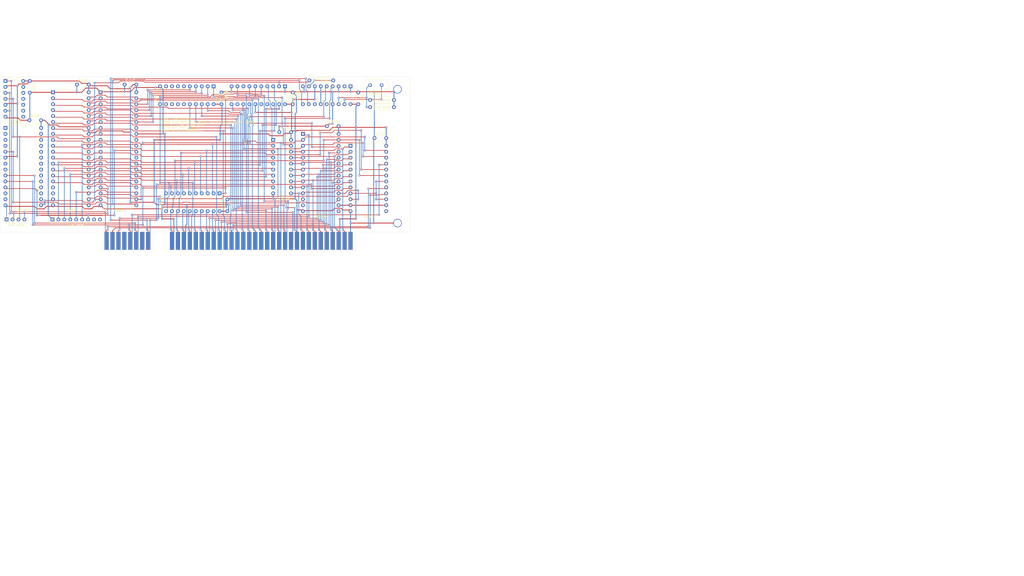
<source format=kicad_pcb>
(kicad_pcb (version 20171130) (host pcbnew "(5.1.8)-1")
  (layers (0 F.Cu signal) (31 B.Cu signal) (34 B.Paste user) (35 F.Paste user) (36 B.SilkS user) (37 F.SilkS user) (38 B.Mask user) (39 F.Mask user) (44 Edge.Cuts user))
  (net 0 "")
  (net 1 /5+)
  (net 2 /GND)
  (net 3 /IRQ2)
  (net 4 /5-)
  (net 5 /DRQ2)
  (net 6 /12-)
  (net 7 /12+)
  (net 8 /DACK3)
  (net 9 /DRQ3)
  (net 10 /DACK1)
  (net 11 /DRQ1)
  (net 12 /IRQ7)
  (net 13 /IRQ6)
  (net 14 /IRQ5)
  (net 15 /IRQ4)
  (net 16 /IRQ3)
  (net 17 /DACK2)
  (net 18 /TC)
  (net 19 /ALE)
  (net 20 /CH_CK)
  (net 21 /D7)
  (net 22 /D6)
  (net 23 /D5)
  (net 24 /D4)
  (net 25 /D3)
  (net 26 /D2)
  (net 27 /D1)
  (net 28 /D0)
  (net 29 /RDY1)
  (net 30 /AEN)
  (net 31 /A19)
  (net 32 /A18)
  (net 33 /A17)
  (net 34 /A16)
  (net 35 /A15)
  (net 36 /A14)
  (net 37 /A13)
  (net 38 /A12)
  (net 39 /A11)
  (net 40 /A10)
  (net 41 /A9)
  (net 42 /A8)
  (net 43 /A7)
  (net 44 /A6)
  (net 45 /A5)
  (net 46 /A4)
  (net 47 /A3)
  (net 48 /A2)
  (net 49 /A1)
  (net 50 /A0)
  (net 51 /RESOUT)
  (net 52 /MWR)
  (net 53 /MRD)
  (net 54 /IOWR)
  (net 55 /IORD)
  (net 56 /REFRQ)
  (net 57 /NC)
  (net 58 /OSC88)
  (net 59 /CLK88)
  (net 60 /AD0)
  (net 61 /AD2)
  (net 62 /AD4)
  (net 63 /AD6)
  (net 64 /AD1)
  (net 65 /AD3)
  (net 66 /AD5)
  (net 67 /AD7)
  (net 68 /A16_)
  (net 69 /A18_)
  (net 70 /A17_)
  (net 71 /A19_)
  (net 72 /SPK_OUT)
  (net 73 /SPK_GO)
  (net 74 /HF_PCLK)
  (net 75 /DRQ0)
  (net 76 /HOLDA)
  (net 77 /HOLD)
  (net 78 /READY)
  (net 79 /RESET)
  (net 80 /NMI)
  (net 81 /IO_008X)
  (net 82 /IO_006X)
  (net 83 /IO_004X)
  (net 84 /IO_002X)
  (net 85 /IO_000X)
  (net 86 /IRQ1)
  (net 87 /X1)
  (net 88 /DTR)
  (net 89 /X2)
  (net 90 /CLK1)
  (net 91 /CLK_88)
  (net 92 /READY1)
  (net 93 /RESET1)
  (net 94 /INTR)
  (net 95 /INTA)
  (net 96 "Net-(U6-Pad12)")
  (net 97 /IRQ0)
  (net 98 "Net-(U7-Pad13)")
  (net 99 "Net-(J1-Pad7)")
  (net 100 "Net-(U1-Pad34)")
  (net 101 "Net-(U2-Pad9)")
  (net 102 "Net-(U2-Pad8)")
  (net 103 "Net-(U2-Pad7)")
  (net 104 "Net-(U2-Pad6)")
  (net 105 "Net-(U2-Pad15)")
  (net 106 "Net-(U2-Pad14)")
  (net 107 "Net-(U2-Pad13)")
  (net 108 "Net-(U2-Pad12)")
  (net 109 "Net-(U6-Pad14)")
  (net 110 "Net-(U6-Pad2)")
  (net 111 "Net-(U7-Pad12)")
  (net 112 "Net-(U7-Pad15)")
  (net 113 "Net-(U8-Pad13)")
  (net 114 "Net-(U1-Pad32)")
  (net 115 "Net-(U1-Pad29)")
  (net 116 "Net-(U9-Pad18)")
  (net 117 "Net-(U9-Pad17)")
  (net 118 "Net-(U9-Pad30)")
  (net 119 "Net-(U9-Pad29)")
  (net 120 "Net-(U10-Pad17)")
  (net 121 /S2)
  (net 122 /S1)
  (net 123 /S0)
  (net 124 /RQ_82188)
  (net 125 /RQ_8087)
  (net 126 /QS0)
  (net 127 /QS1)
  (net 128 "Net-(U5-Pad27)")
  (net 129 "Net-(U5-Pad13)")
  (net 130 "Net-(U5-Pad26)")
  (net 131 "Net-(U5-Pad12)")
  (net 132 "Net-(U5-Pad25)")
  (net 133 "Net-(U5-Pad24)")
  (net 134 "Net-(U5-Pad23)")
  (net 135 "Net-(U5-Pad22)")
  (net 136 "Net-(U5-Pad8)")
  (net 137 "Net-(U5-Pad21)")
  (net 138 "Net-(U5-Pad7)")
  (net 139 "Net-(U5-Pad20)")
  (net 140 "Net-(U5-Pad19)")
  (net 141 "Net-(U5-Pad18)")
  (net 142 "Net-(U5-Pad4)")
  (net 143 "Net-(U5-Pad17)")
  (net 144 "Net-(U5-Pad3)")
  (net 145 "Net-(U5-Pad16)")
  (net 146 "Net-(U5-Pad2)")
  (net 147 "Net-(U5-Pad1)")
  (net 148 /8088_NMI)
  (net 149 /8087_INT)
  (net 150 /TEST)
  (net 151 "Net-(RN1-Pad9)")
  (net 152 "Net-(RN1-Pad8)")
  (net 153 "Net-(U10-Pad8)")
  (net 154 "Net-(U10-Pad16)")
  (net 155 "Net-(U10-Pad12)")
  (module Resistor_THT:R_Array_SIP4 (layer F.Cu) (at 14.72438 120.6246)
    (fp_text reference RN2 hide)
    (fp_text value "10K ohm" (at 4.064 2.4) (layer F.SilkS))
    (pad 4 thru_hole oval (at 7.62 0) (size 1.6 1.6) (drill 0.8) (layers *.Cu *.Mask) (net 80 /NMI))
    (pad 3 thru_hole oval (at 5.08 0) (size 1.6 1.6) (drill 0.8) (layers *.Cu *.Mask) (net 149 /8087_INT))
    (pad 2 thru_hole oval (at 2.54 0) (size 1.6 1.6) (drill 0.8) (layers *.Cu *.Mask) (net 148 /8088_NMI))
    (pad 1 thru_hole rect (at 0 0) (size 1.6 1.6) (drill 0.8) (layers *.Cu *.Mask) (net 2 /GND))
  )
  (module Resistor_THT:R_Array_SIP9 (layer F.Cu) (at 34.28238 120.6246)
    (fp_text reference RN1 hide)
    (fp_text value "10K ohm" (at 9.906 2.4) (layer F.SilkS))
    (pad 9 thru_hole oval (at 20.32 0) (size 1.6 1.6) (drill 0.8) (layers *.Cu *.Mask) (net 151 "Net-(RN1-Pad9)"))
    (pad 8 thru_hole oval (at 17.78 0) (size 1.6 1.6) (drill 0.8) (layers *.Cu *.Mask) (net 152 "Net-(RN1-Pad8)"))
    (pad 7 thru_hole oval (at 15.24 0) (size 1.6 1.6) (drill 0.8) (layers *.Cu *.Mask) (net 124 /RQ_82188))
    (pad 6 thru_hole oval (at 12.7 0) (size 1.6 1.6) (drill 0.8) (layers *.Cu *.Mask) (net 125 /RQ_8087))
    (pad 5 thru_hole oval (at 10.16 0) (size 1.6 1.6) (drill 0.8) (layers *.Cu *.Mask) (net 150 /TEST))
    (pad 4 thru_hole oval (at 7.62 0) (size 1.6 1.6) (drill 0.8) (layers *.Cu *.Mask) (net 123 /S0))
    (pad 3 thru_hole oval (at 5.08 0) (size 1.6 1.6) (drill 0.8) (layers *.Cu *.Mask) (net 122 /S1))
    (pad 2 thru_hole oval (at 2.54 0) (size 1.6 1.6) (drill 0.8) (layers *.Cu *.Mask) (net 121 /S2))
    (pad 1 thru_hole rect (at 0 0) (size 1.6 1.6) (drill 0.8) (layers *.Cu *.Mask) (net 1 /5+))
  )
  (module Package_DIP:DIP-14_W7.62mm (layer F.Cu) (at 14.21638 61.4426)
    (fp_text reference U11 hide)
    (fp_text value 74LS126 (at 3.81 17.57) (layer F.SilkS))
    (pad 14 thru_hole oval (at 7.62 0) (size 1.6 1.6) (drill 0.8) (layers *.Cu *.Mask) (net 1 /5+))
    (pad 7 thru_hole oval (at 0 15.24) (size 1.6 1.6) (drill 0.8) (layers *.Cu *.Mask) (net 2 /GND))
    (pad 13 thru_hole oval (at 7.62 2.54) (size 1.6 1.6) (drill 0.8) (layers *.Cu *.Mask))
    (pad 6 thru_hole oval (at 0 12.7) (size 1.6 1.6) (drill 0.8) (layers *.Cu *.Mask) (net 148 /8088_NMI))
    (pad 12 thru_hole oval (at 7.62 5.08) (size 1.6 1.6) (drill 0.8) (layers *.Cu *.Mask))
    (pad 5 thru_hole oval (at 0 10.16) (size 1.6 1.6) (drill 0.8) (layers *.Cu *.Mask) (net 1 /5+))
    (pad 11 thru_hole oval (at 7.62 7.62) (size 1.6 1.6) (drill 0.8) (layers *.Cu *.Mask))
    (pad 4 thru_hole oval (at 0 7.62) (size 1.6 1.6) (drill 0.8) (layers *.Cu *.Mask) (net 149 /8087_INT))
    (pad 10 thru_hole oval (at 7.62 10.16) (size 1.6 1.6) (drill 0.8) (layers *.Cu *.Mask))
    (pad 3 thru_hole oval (at 0 5.08) (size 1.6 1.6) (drill 0.8) (layers *.Cu *.Mask) (net 148 /8088_NMI))
    (pad 9 thru_hole oval (at 7.62 12.7) (size 1.6 1.6) (drill 0.8) (layers *.Cu *.Mask))
    (pad 2 thru_hole oval (at 0 2.54) (size 1.6 1.6) (drill 0.8) (layers *.Cu *.Mask) (net 1 /5+))
    (pad 8 thru_hole oval (at 7.62 15.24) (size 1.6 1.6) (drill 0.8) (layers *.Cu *.Mask))
    (pad 1 thru_hole rect (at 0 0) (size 1.6 1.6) (drill 0.8) (layers *.Cu *.Mask) (net 80 /NMI))
  )
  (module Capacitor_THT:C_Disc_D4.3mm_W1.9mm_P5.00mm (layer F.Cu) (at 24.63038 66.4426 90)
    (fp_text reference C11 hide)
    (fp_text value 0.1uF (at 2.5 2.032 270 unlocked) (layer F.SilkS))
    (pad 2 thru_hole circle (at 5 0 90) (size 1.6 1.6) (drill 0.8) (layers *.Cu *.Mask) (net 1 /5+))
    (pad 1 thru_hole circle (at 0 0 90) (size 1.6 1.6) (drill 0.8) (layers *.Cu *.Mask) (net 2 /GND))
  )
  (module Package_DIP:DIP-28_W15.24mm (layer F.Cu) (at 14.21638 81.5086)
    (fp_text reference U5 hide)
    (fp_text value 82188 (at 7.62 35.35) (layer F.SilkS))
    (pad 28 thru_hole oval (at 15.24 0) (size 1.6 1.6) (drill 0.8) (layers *.Cu *.Mask) (net 1 /5+))
    (pad 14 thru_hole oval (at 0 33.02) (size 1.6 1.6) (drill 0.8) (layers *.Cu *.Mask) (net 2 /GND))
    (pad 27 thru_hole oval (at 15.24 2.54) (size 1.6 1.6) (drill 0.8) (layers *.Cu *.Mask) (net 128 "Net-(U5-Pad27)"))
    (pad 13 thru_hole oval (at 0 30.48) (size 1.6 1.6) (drill 0.8) (layers *.Cu *.Mask) (net 129 "Net-(U5-Pad13)"))
    (pad 26 thru_hole oval (at 15.24 5.08) (size 1.6 1.6) (drill 0.8) (layers *.Cu *.Mask) (net 130 "Net-(U5-Pad26)"))
    (pad 12 thru_hole oval (at 0 27.94) (size 1.6 1.6) (drill 0.8) (layers *.Cu *.Mask) (net 131 "Net-(U5-Pad12)"))
    (pad 25 thru_hole oval (at 15.24 7.62) (size 1.6 1.6) (drill 0.8) (layers *.Cu *.Mask) (net 132 "Net-(U5-Pad25)"))
    (pad 11 thru_hole oval (at 0 25.4) (size 1.6 1.6) (drill 0.8) (layers *.Cu *.Mask) (net 124 /RQ_82188))
    (pad 24 thru_hole oval (at 15.24 10.16) (size 1.6 1.6) (drill 0.8) (layers *.Cu *.Mask) (net 133 "Net-(U5-Pad24)"))
    (pad 10 thru_hole oval (at 0 22.86) (size 1.6 1.6) (drill 0.8) (layers *.Cu *.Mask) (net 76 /HOLDA))
    (pad 23 thru_hole oval (at 15.24 12.7) (size 1.6 1.6) (drill 0.8) (layers *.Cu *.Mask) (net 134 "Net-(U5-Pad23)"))
    (pad 9 thru_hole oval (at 0 20.32) (size 1.6 1.6) (drill 0.8) (layers *.Cu *.Mask) (net 77 /HOLD))
    (pad 22 thru_hole oval (at 15.24 15.24) (size 1.6 1.6) (drill 0.8) (layers *.Cu *.Mask) (net 135 "Net-(U5-Pad22)"))
    (pad 8 thru_hole oval (at 0 17.78) (size 1.6 1.6) (drill 0.8) (layers *.Cu *.Mask) (net 136 "Net-(U5-Pad8)"))
    (pad 21 thru_hole oval (at 15.24 17.78) (size 1.6 1.6) (drill 0.8) (layers *.Cu *.Mask) (net 137 "Net-(U5-Pad21)"))
    (pad 7 thru_hole oval (at 0 15.24) (size 1.6 1.6) (drill 0.8) (layers *.Cu *.Mask) (net 138 "Net-(U5-Pad7)"))
    (pad 20 thru_hole oval (at 15.24 20.32) (size 1.6 1.6) (drill 0.8) (layers *.Cu *.Mask) (net 139 "Net-(U5-Pad20)"))
    (pad 6 thru_hole oval (at 0 12.7) (size 1.6 1.6) (drill 0.8) (layers *.Cu *.Mask) (net 1 /5+))
    (pad 19 thru_hole oval (at 15.24 22.86) (size 1.6 1.6) (drill 0.8) (layers *.Cu *.Mask) (net 140 "Net-(U5-Pad19)"))
    (pad 5 thru_hole oval (at 0 10.16) (size 1.6 1.6) (drill 0.8) (layers *.Cu *.Mask) (net 93 /RESET1))
    (pad 18 thru_hole oval (at 15.24 25.4) (size 1.6 1.6) (drill 0.8) (layers *.Cu *.Mask) (net 141 "Net-(U5-Pad18)"))
    (pad 4 thru_hole oval (at 0 7.62) (size 1.6 1.6) (drill 0.8) (layers *.Cu *.Mask) (net 142 "Net-(U5-Pad4)"))
    (pad 17 thru_hole oval (at 15.24 27.94) (size 1.6 1.6) (drill 0.8) (layers *.Cu *.Mask) (net 143 "Net-(U5-Pad17)"))
    (pad 3 thru_hole oval (at 0 5.08) (size 1.6 1.6) (drill 0.8) (layers *.Cu *.Mask) (net 144 "Net-(U5-Pad3)"))
    (pad 16 thru_hole oval (at 15.24 30.48) (size 1.6 1.6) (drill 0.8) (layers *.Cu *.Mask) (net 145 "Net-(U5-Pad16)"))
    (pad 2 thru_hole oval (at 0 2.54) (size 1.6 1.6) (drill 0.8) (layers *.Cu *.Mask) (net 146 "Net-(U5-Pad2)"))
    (pad 15 thru_hole oval (at 15.24 33.02) (size 1.6 1.6) (drill 0.8) (layers *.Cu *.Mask) (net 91 /CLK_88))
    (pad 1 thru_hole rect (at 0 0) (size 1.6 1.6) (drill 0.8) (layers *.Cu *.Mask) (net 147 "Net-(U5-Pad1)"))
  )
  (module Capacitor_THT:C_Disc_D4.3mm_W1.9mm_P5.00mm (layer F.Cu) (at 136.89838 66.3486 270)
    (fp_text reference C10 hide)
    (fp_text value 0.1uF (at 2.46 0 270 unlocked) (layer F.SilkS))
    (pad 2 thru_hole circle (at 5 0 270) (size 1.6 1.6) (drill 0.8) (layers *.Cu *.Mask) (net 1 /5+))
    (pad 1 thru_hole circle (at 0 0 270) (size 1.6 1.6) (drill 0.8) (layers *.Cu *.Mask) (net 2 /GND))
  )
  (module Capacitor_THT:C_Disc_D4.3mm_W1.9mm_P5.00mm (layer F.Cu) (at 24.45638 78.2066)
    (fp_text reference C5 hide)
    (fp_text value 0.1uF (at 2.5 -2.032) (layer F.SilkS))
    (pad 2 thru_hole circle (at 5 0) (size 1.6 1.6) (drill 0.8) (layers *.Cu *.Mask) (net 1 /5+))
    (pad 1 thru_hole circle (at 0 0) (size 1.6 1.6) (drill 0.8) (layers *.Cu *.Mask) (net 2 /GND))
  )
  (module Package_DIP:DIP-20_W7.62mm (layer F.Cu) (at 133.59638 63.7286 270)
    (fp_text reference U10 hide)
    (fp_text value 8288 (at 3.81 25.19 270 unlocked) (layer F.SilkS))
    (pad 20 thru_hole oval (at 7.62 0 270) (size 1.6 1.6) (drill 0.8) (layers *.Cu *.Mask) (net 1 /5+))
    (pad 10 thru_hole oval (at 0 22.86 270) (size 1.6 1.6) (drill 0.8) (layers *.Cu *.Mask) (net 2 /GND))
    (pad 19 thru_hole oval (at 7.62 2.54 270) (size 1.6 1.6) (drill 0.8) (layers *.Cu *.Mask) (net 123 /S0))
    (pad 9 thru_hole oval (at 0 20.32 270) (size 1.6 1.6) (drill 0.8) (layers *.Cu *.Mask) (net 52 /MWR))
    (pad 18 thru_hole oval (at 7.62 5.08 270) (size 1.6 1.6) (drill 0.8) (layers *.Cu *.Mask) (net 121 /S2))
    (pad 8 thru_hole oval (at 0 17.78 270) (size 1.6 1.6) (drill 0.8) (layers *.Cu *.Mask) (net 153 "Net-(U10-Pad8)"))
    (pad 17 thru_hole oval (at 7.62 7.62 270) (size 1.6 1.6) (drill 0.8) (layers *.Cu *.Mask) (net 120 "Net-(U10-Pad17)"))
    (pad 7 thru_hole oval (at 0 15.24 270) (size 1.6 1.6) (drill 0.8) (layers *.Cu *.Mask) (net 53 /MRD))
    (pad 16 thru_hole oval (at 7.62 10.16 270) (size 1.6 1.6) (drill 0.8) (layers *.Cu *.Mask) (net 154 "Net-(U10-Pad16)"))
    (pad 6 thru_hole oval (at 0 12.7 270) (size 1.6 1.6) (drill 0.8) (layers *.Cu *.Mask) (net 76 /HOLDA))
    (pad 15 thru_hole oval (at 7.62 12.7 270) (size 1.6 1.6) (drill 0.8) (layers *.Cu *.Mask) (net 1 /5+))
    (pad 5 thru_hole oval (at 0 10.16 270) (size 1.6 1.6) (drill 0.8) (layers *.Cu *.Mask) (net 19 /ALE))
    (pad 14 thru_hole oval (at 7.62 15.24 270) (size 1.6 1.6) (drill 0.8) (layers *.Cu *.Mask) (net 95 /INTA))
    (pad 4 thru_hole oval (at 0 7.62 270) (size 1.6 1.6) (drill 0.8) (layers *.Cu *.Mask) (net 88 /DTR))
    (pad 13 thru_hole oval (at 7.62 17.78 270) (size 1.6 1.6) (drill 0.8) (layers *.Cu *.Mask) (net 55 /IORD))
    (pad 3 thru_hole oval (at 0 5.08 270) (size 1.6 1.6) (drill 0.8) (layers *.Cu *.Mask) (net 122 /S1))
    (pad 12 thru_hole oval (at 7.62 20.32 270) (size 1.6 1.6) (drill 0.8) (layers *.Cu *.Mask) (net 155 "Net-(U10-Pad12)"))
    (pad 2 thru_hole oval (at 0 2.54 270) (size 1.6 1.6) (drill 0.8) (layers *.Cu *.Mask) (net 91 /CLK_88))
    (pad 11 thru_hole oval (at 7.62 22.86 270) (size 1.6 1.6) (drill 0.8) (layers *.Cu *.Mask) (net 54 /IOWR))
    (pad 1 thru_hole rect (at 0 0 270) (size 1.6 1.6) (drill 0.8) (layers *.Cu *.Mask) (net 2 /GND))
  )
  (module Package_DIP:DIP-40_W15.24mm (layer F.Cu) (at 34.53638 66.2686)
    (fp_text reference U9 hide)
    (fp_text value 8087 (at 7.62 50.59) (layer F.SilkS))
    (pad 40 thru_hole oval (at 15.24 0) (size 1.6 1.6) (drill 0.8) (layers *.Cu *.Mask) (net 1 /5+))
    (pad 20 thru_hole oval (at 0 48.26) (size 1.6 1.6) (drill 0.8) (layers *.Cu *.Mask) (net 2 /GND))
    (pad 39 thru_hole oval (at 15.24 2.54) (size 1.6 1.6) (drill 0.8) (layers *.Cu *.Mask) (net 35 /A15))
    (pad 19 thru_hole oval (at 0 45.72) (size 1.6 1.6) (drill 0.8) (layers *.Cu *.Mask) (net 91 /CLK_88))
    (pad 38 thru_hole oval (at 15.24 5.08) (size 1.6 1.6) (drill 0.8) (layers *.Cu *.Mask) (net 68 /A16_))
    (pad 18 thru_hole oval (at 0 43.18) (size 1.6 1.6) (drill 0.8) (layers *.Cu *.Mask) (net 116 "Net-(U9-Pad18)"))
    (pad 37 thru_hole oval (at 15.24 7.62) (size 1.6 1.6) (drill 0.8) (layers *.Cu *.Mask) (net 70 /A17_))
    (pad 17 thru_hole oval (at 0 40.64) (size 1.6 1.6) (drill 0.8) (layers *.Cu *.Mask) (net 117 "Net-(U9-Pad17)"))
    (pad 36 thru_hole oval (at 15.24 10.16) (size 1.6 1.6) (drill 0.8) (layers *.Cu *.Mask) (net 69 /A18_))
    (pad 16 thru_hole oval (at 0 38.1) (size 1.6 1.6) (drill 0.8) (layers *.Cu *.Mask) (net 60 /AD0))
    (pad 35 thru_hole oval (at 15.24 12.7) (size 1.6 1.6) (drill 0.8) (layers *.Cu *.Mask) (net 71 /A19_))
    (pad 15 thru_hole oval (at 0 35.56) (size 1.6 1.6) (drill 0.8) (layers *.Cu *.Mask) (net 64 /AD1))
    (pad 34 thru_hole oval (at 15.24 15.24) (size 1.6 1.6) (drill 0.8) (layers *.Cu *.Mask) (net 1 /5+))
    (pad 14 thru_hole oval (at 0 33.02) (size 1.6 1.6) (drill 0.8) (layers *.Cu *.Mask) (net 61 /AD2))
    (pad 33 thru_hole oval (at 15.24 17.78) (size 1.6 1.6) (drill 0.8) (layers *.Cu *.Mask) (net 1 /5+))
    (pad 13 thru_hole oval (at 0 30.48) (size 1.6 1.6) (drill 0.8) (layers *.Cu *.Mask) (net 65 /AD3))
    (pad 32 thru_hole oval (at 15.24 20.32) (size 1.6 1.6) (drill 0.8) (layers *.Cu *.Mask) (net 149 /8087_INT))
    (pad 12 thru_hole oval (at 0 27.94) (size 1.6 1.6) (drill 0.8) (layers *.Cu *.Mask) (net 62 /AD4))
    (pad 31 thru_hole oval (at 15.24 22.86) (size 1.6 1.6) (drill 0.8) (layers *.Cu *.Mask) (net 125 /RQ_8087))
    (pad 11 thru_hole oval (at 0 25.4) (size 1.6 1.6) (drill 0.8) (layers *.Cu *.Mask) (net 66 /AD5))
    (pad 30 thru_hole oval (at 15.24 25.4) (size 1.6 1.6) (drill 0.8) (layers *.Cu *.Mask) (net 118 "Net-(U9-Pad30)"))
    (pad 10 thru_hole oval (at 0 22.86) (size 1.6 1.6) (drill 0.8) (layers *.Cu *.Mask) (net 63 /AD6))
    (pad 29 thru_hole oval (at 15.24 27.94) (size 1.6 1.6) (drill 0.8) (layers *.Cu *.Mask) (net 119 "Net-(U9-Pad29)"))
    (pad 9 thru_hole oval (at 0 20.32) (size 1.6 1.6) (drill 0.8) (layers *.Cu *.Mask) (net 67 /AD7))
    (pad 28 thru_hole oval (at 15.24 30.48) (size 1.6 1.6) (drill 0.8) (layers *.Cu *.Mask) (net 121 /S2))
    (pad 8 thru_hole oval (at 0 17.78) (size 1.6 1.6) (drill 0.8) (layers *.Cu *.Mask) (net 42 /A8))
    (pad 27 thru_hole oval (at 15.24 33.02) (size 1.6 1.6) (drill 0.8) (layers *.Cu *.Mask) (net 122 /S1))
    (pad 7 thru_hole oval (at 0 15.24) (size 1.6 1.6) (drill 0.8) (layers *.Cu *.Mask) (net 41 /A9))
    (pad 26 thru_hole oval (at 15.24 35.56) (size 1.6 1.6) (drill 0.8) (layers *.Cu *.Mask) (net 123 /S0))
    (pad 6 thru_hole oval (at 0 12.7) (size 1.6 1.6) (drill 0.8) (layers *.Cu *.Mask) (net 40 /A10))
    (pad 25 thru_hole oval (at 15.24 38.1) (size 1.6 1.6) (drill 0.8) (layers *.Cu *.Mask) (net 126 /QS0))
    (pad 5 thru_hole oval (at 0 10.16) (size 1.6 1.6) (drill 0.8) (layers *.Cu *.Mask) (net 39 /A11))
    (pad 24 thru_hole oval (at 15.24 40.64) (size 1.6 1.6) (drill 0.8) (layers *.Cu *.Mask) (net 127 /QS1))
    (pad 4 thru_hole oval (at 0 7.62) (size 1.6 1.6) (drill 0.8) (layers *.Cu *.Mask) (net 38 /A12))
    (pad 23 thru_hole oval (at 15.24 43.18) (size 1.6 1.6) (drill 0.8) (layers *.Cu *.Mask) (net 150 /TEST))
    (pad 3 thru_hole oval (at 0 5.08) (size 1.6 1.6) (drill 0.8) (layers *.Cu *.Mask) (net 37 /A13))
    (pad 22 thru_hole oval (at 15.24 45.72) (size 1.6 1.6) (drill 0.8) (layers *.Cu *.Mask) (net 92 /READY1))
    (pad 2 thru_hole oval (at 0 2.54) (size 1.6 1.6) (drill 0.8) (layers *.Cu *.Mask) (net 36 /A14))
    (pad 21 thru_hole oval (at 15.24 48.26) (size 1.6 1.6) (drill 0.8) (layers *.Cu *.Mask) (net 93 /RESET1))
    (pad 1 thru_hole rect (at 0 0) (size 1.6 1.6) (drill 0.8) (layers *.Cu *.Mask) (net 2 /GND))
  )
  (module Package_DIP:DIP-40_W15.24mm (layer F.Cu) (at 54.85638 66.2686)
    (fp_text reference U1 hide)
    (fp_text value 8088 (at 7.62 50.59) (layer F.SilkS))
    (pad 40 thru_hole oval (at 15.24 0) (size 1.6 1.6) (drill 0.8) (layers *.Cu *.Mask) (net 1 /5+))
    (pad 20 thru_hole oval (at 0 48.26) (size 1.6 1.6) (drill 0.8) (layers *.Cu *.Mask) (net 2 /GND))
    (pad 39 thru_hole oval (at 15.24 2.54) (size 1.6 1.6) (drill 0.8) (layers *.Cu *.Mask) (net 35 /A15))
    (pad 19 thru_hole oval (at 0 45.72) (size 1.6 1.6) (drill 0.8) (layers *.Cu *.Mask) (net 91 /CLK_88))
    (pad 38 thru_hole oval (at 15.24 5.08) (size 1.6 1.6) (drill 0.8) (layers *.Cu *.Mask) (net 68 /A16_))
    (pad 18 thru_hole oval (at 0 43.18) (size 1.6 1.6) (drill 0.8) (layers *.Cu *.Mask) (net 94 /INTR))
    (pad 37 thru_hole oval (at 15.24 7.62) (size 1.6 1.6) (drill 0.8) (layers *.Cu *.Mask) (net 70 /A17_))
    (pad 17 thru_hole oval (at 0 40.64) (size 1.6 1.6) (drill 0.8) (layers *.Cu *.Mask) (net 148 /8088_NMI))
    (pad 36 thru_hole oval (at 15.24 10.16) (size 1.6 1.6) (drill 0.8) (layers *.Cu *.Mask) (net 69 /A18_))
    (pad 16 thru_hole oval (at 0 38.1) (size 1.6 1.6) (drill 0.8) (layers *.Cu *.Mask) (net 60 /AD0))
    (pad 35 thru_hole oval (at 15.24 12.7) (size 1.6 1.6) (drill 0.8) (layers *.Cu *.Mask) (net 71 /A19_))
    (pad 15 thru_hole oval (at 0 35.56) (size 1.6 1.6) (drill 0.8) (layers *.Cu *.Mask) (net 64 /AD1))
    (pad 34 thru_hole oval (at 15.24 15.24) (size 1.6 1.6) (drill 0.8) (layers *.Cu *.Mask) (net 100 "Net-(U1-Pad34)"))
    (pad 14 thru_hole oval (at 0 33.02) (size 1.6 1.6) (drill 0.8) (layers *.Cu *.Mask) (net 61 /AD2))
    (pad 33 thru_hole oval (at 15.24 17.78) (size 1.6 1.6) (drill 0.8) (layers *.Cu *.Mask) (net 2 /GND))
    (pad 13 thru_hole oval (at 0 30.48) (size 1.6 1.6) (drill 0.8) (layers *.Cu *.Mask) (net 65 /AD3))
    (pad 32 thru_hole oval (at 15.24 20.32) (size 1.6 1.6) (drill 0.8) (layers *.Cu *.Mask) (net 114 "Net-(U1-Pad32)"))
    (pad 12 thru_hole oval (at 0 27.94) (size 1.6 1.6) (drill 0.8) (layers *.Cu *.Mask) (net 62 /AD4))
    (pad 31 thru_hole oval (at 15.24 22.86) (size 1.6 1.6) (drill 0.8) (layers *.Cu *.Mask) (net 125 /RQ_8087))
    (pad 11 thru_hole oval (at 0 25.4) (size 1.6 1.6) (drill 0.8) (layers *.Cu *.Mask) (net 66 /AD5))
    (pad 30 thru_hole oval (at 15.24 25.4) (size 1.6 1.6) (drill 0.8) (layers *.Cu *.Mask) (net 124 /RQ_82188))
    (pad 10 thru_hole oval (at 0 22.86) (size 1.6 1.6) (drill 0.8) (layers *.Cu *.Mask) (net 63 /AD6))
    (pad 29 thru_hole oval (at 15.24 27.94) (size 1.6 1.6) (drill 0.8) (layers *.Cu *.Mask) (net 115 "Net-(U1-Pad29)"))
    (pad 9 thru_hole oval (at 0 20.32) (size 1.6 1.6) (drill 0.8) (layers *.Cu *.Mask) (net 67 /AD7))
    (pad 28 thru_hole oval (at 15.24 30.48) (size 1.6 1.6) (drill 0.8) (layers *.Cu *.Mask) (net 121 /S2))
    (pad 8 thru_hole oval (at 0 17.78) (size 1.6 1.6) (drill 0.8) (layers *.Cu *.Mask) (net 42 /A8))
    (pad 27 thru_hole oval (at 15.24 33.02) (size 1.6 1.6) (drill 0.8) (layers *.Cu *.Mask) (net 122 /S1))
    (pad 7 thru_hole oval (at 0 15.24) (size 1.6 1.6) (drill 0.8) (layers *.Cu *.Mask) (net 41 /A9))
    (pad 26 thru_hole oval (at 15.24 35.56) (size 1.6 1.6) (drill 0.8) (layers *.Cu *.Mask) (net 123 /S0))
    (pad 6 thru_hole oval (at 0 12.7) (size 1.6 1.6) (drill 0.8) (layers *.Cu *.Mask) (net 40 /A10))
    (pad 25 thru_hole oval (at 15.24 38.1) (size 1.6 1.6) (drill 0.8) (layers *.Cu *.Mask) (net 126 /QS0))
    (pad 5 thru_hole oval (at 0 10.16) (size 1.6 1.6) (drill 0.8) (layers *.Cu *.Mask) (net 39 /A11))
    (pad 24 thru_hole oval (at 15.24 40.64) (size 1.6 1.6) (drill 0.8) (layers *.Cu *.Mask) (net 127 /QS1))
    (pad 4 thru_hole oval (at 0 7.62) (size 1.6 1.6) (drill 0.8) (layers *.Cu *.Mask) (net 38 /A12))
    (pad 23 thru_hole oval (at 15.24 43.18) (size 1.6 1.6) (drill 0.8) (layers *.Cu *.Mask) (net 150 /TEST))
    (pad 3 thru_hole oval (at 0 5.08) (size 1.6 1.6) (drill 0.8) (layers *.Cu *.Mask) (net 37 /A13))
    (pad 22 thru_hole oval (at 15.24 45.72) (size 1.6 1.6) (drill 0.8) (layers *.Cu *.Mask) (net 92 /READY1))
    (pad 2 thru_hole oval (at 0 2.54) (size 1.6 1.6) (drill 0.8) (layers *.Cu *.Mask) (net 36 /A14))
    (pad 21 thru_hole oval (at 15.24 48.26) (size 1.6 1.6) (drill 0.8) (layers *.Cu *.Mask) (net 93 /RESET1))
    (pad 1 thru_hole rect (at 0 0) (size 1.6 1.6) (drill 0.8) (layers *.Cu *.Mask) (net 2 /GND))
  )
  (module Capacitor_THT:C_Disc_D4.3mm_W1.9mm_P5.00mm (layer F.Cu) (at 44.77638 62.9666)
    (fp_text reference C9 hide)
    (fp_text value 0.1uF (at 2.54 -2.032) (layer F.SilkS))
    (pad 2 thru_hole circle (at 5 0) (size 1.6 1.6) (drill 0.8) (layers *.Cu *.Mask) (net 1 /5+))
    (pad 1 thru_hole circle (at 0 0) (size 1.6 1.6) (drill 0.8) (layers *.Cu *.Mask) (net 2 /GND))
  )
  (module Capacitor_THT:C_Disc_D4.3mm_W1.9mm_P5.00mm (layer F.Cu) (at 65.09638 62.9666)
    (fp_text reference C1 hide)
    (fp_text value 0.1uF (at 2.46 -2.032) (layer F.SilkS))
    (pad 2 thru_hole circle (at 5 0) (size 1.6 1.6) (drill 0.8) (layers *.Cu *.Mask) (net 1 /5+))
    (pad 1 thru_hole circle (at 0 0) (size 1.6 1.6) (drill 0.8) (layers *.Cu *.Mask) (net 2 /GND))
  )
  (module Crystal:Crystal_HC18-U_Vertical (layer F.Cu) (at 169.91838 63.2206)
    (fp_text reference Y1 hide)
    (fp_text value Crystal (at 2.45 3.525) (layer F.SilkS))
    (pad 2 thru_hole circle (at 4.9 0) (size 1.5 1.5) (drill 0.8) (layers *.Cu *.Mask) (net 87 /X1))
    (pad 1 thru_hole circle (at 0 0) (size 1.5 1.5) (drill 0.8) (layers *.Cu *.Mask) (net 89 /X2))
  )
  (module Package_DIP:DIP-24_W15.24mm (layer F.Cu) (at 161.53638 89.1286)
    (fp_text reference U8 hide)
    (fp_text value 8253 (at 7.62 30.27) (layer F.SilkS))
    (pad 24 thru_hole oval (at 15.24 0) (size 1.6 1.6) (drill 0.8) (layers *.Cu *.Mask) (net 1 /5+))
    (pad 12 thru_hole oval (at 0 27.94) (size 1.6 1.6) (drill 0.8) (layers *.Cu *.Mask) (net 2 /GND))
    (pad 23 thru_hole oval (at 15.24 2.54) (size 1.6 1.6) (drill 0.8) (layers *.Cu *.Mask) (net 54 /IOWR))
    (pad 11 thru_hole oval (at 0 25.4) (size 1.6 1.6) (drill 0.8) (layers *.Cu *.Mask) (net 1 /5+))
    (pad 22 thru_hole oval (at 15.24 5.08) (size 1.6 1.6) (drill 0.8) (layers *.Cu *.Mask) (net 55 /IORD))
    (pad 10 thru_hole oval (at 0 22.86) (size 1.6 1.6) (drill 0.8) (layers *.Cu *.Mask) (net 97 /IRQ0))
    (pad 21 thru_hole oval (at 15.24 7.62) (size 1.6 1.6) (drill 0.8) (layers *.Cu *.Mask) (net 83 /IO_004X))
    (pad 9 thru_hole oval (at 0 20.32) (size 1.6 1.6) (drill 0.8) (layers *.Cu *.Mask) (net 74 /HF_PCLK))
    (pad 20 thru_hole oval (at 15.24 10.16) (size 1.6 1.6) (drill 0.8) (layers *.Cu *.Mask) (net 49 /A1))
    (pad 8 thru_hole oval (at 0 17.78) (size 1.6 1.6) (drill 0.8) (layers *.Cu *.Mask) (net 28 /D0))
    (pad 19 thru_hole oval (at 15.24 12.7) (size 1.6 1.6) (drill 0.8) (layers *.Cu *.Mask) (net 50 /A0))
    (pad 7 thru_hole oval (at 0 15.24) (size 1.6 1.6) (drill 0.8) (layers *.Cu *.Mask) (net 27 /D1))
    (pad 18 thru_hole oval (at 15.24 15.24) (size 1.6 1.6) (drill 0.8) (layers *.Cu *.Mask) (net 74 /HF_PCLK))
    (pad 6 thru_hole oval (at 0 12.7) (size 1.6 1.6) (drill 0.8) (layers *.Cu *.Mask) (net 26 /D2))
    (pad 17 thru_hole oval (at 15.24 17.78) (size 1.6 1.6) (drill 0.8) (layers *.Cu *.Mask) (net 72 /SPK_OUT))
    (pad 5 thru_hole oval (at 0 10.16) (size 1.6 1.6) (drill 0.8) (layers *.Cu *.Mask) (net 25 /D3))
    (pad 16 thru_hole oval (at 15.24 20.32) (size 1.6 1.6) (drill 0.8) (layers *.Cu *.Mask) (net 73 /SPK_GO))
    (pad 4 thru_hole oval (at 0 7.62) (size 1.6 1.6) (drill 0.8) (layers *.Cu *.Mask) (net 24 /D4))
    (pad 15 thru_hole oval (at 15.24 22.86) (size 1.6 1.6) (drill 0.8) (layers *.Cu *.Mask) (net 74 /HF_PCLK))
    (pad 3 thru_hole oval (at 0 5.08) (size 1.6 1.6) (drill 0.8) (layers *.Cu *.Mask) (net 23 /D5))
    (pad 14 thru_hole oval (at 15.24 25.4) (size 1.6 1.6) (drill 0.8) (layers *.Cu *.Mask) (net 1 /5+))
    (pad 2 thru_hole oval (at 0 2.54) (size 1.6 1.6) (drill 0.8) (layers *.Cu *.Mask) (net 22 /D6))
    (pad 13 thru_hole oval (at 15.24 27.94) (size 1.6 1.6) (drill 0.8) (layers *.Cu *.Mask) (net 113 "Net-(U8-Pad13)"))
    (pad 1 thru_hole rect (at 0 0) (size 1.6 1.6) (drill 0.8) (layers *.Cu *.Mask) (net 21 /D7))
  )
  (module Package_DIP:DIP-28_W15.24mm (layer F.Cu) (at 141.21638 84.0486)
    (fp_text reference U7 hide)
    (fp_text value 8259 (at 7.62 35.35) (layer F.SilkS))
    (pad 28 thru_hole oval (at 15.24 0) (size 1.6 1.6) (drill 0.8) (layers *.Cu *.Mask) (net 1 /5+))
    (pad 14 thru_hole oval (at 0 33.02) (size 1.6 1.6) (drill 0.8) (layers *.Cu *.Mask) (net 2 /GND))
    (pad 27 thru_hole oval (at 15.24 2.54) (size 1.6 1.6) (drill 0.8) (layers *.Cu *.Mask) (net 50 /A0))
    (pad 13 thru_hole oval (at 0 30.48) (size 1.6 1.6) (drill 0.8) (layers *.Cu *.Mask) (net 98 "Net-(U7-Pad13)"))
    (pad 26 thru_hole oval (at 15.24 5.08) (size 1.6 1.6) (drill 0.8) (layers *.Cu *.Mask) (net 95 /INTA))
    (pad 12 thru_hole oval (at 0 27.94) (size 1.6 1.6) (drill 0.8) (layers *.Cu *.Mask) (net 111 "Net-(U7-Pad12)"))
    (pad 25 thru_hole oval (at 15.24 7.62) (size 1.6 1.6) (drill 0.8) (layers *.Cu *.Mask) (net 12 /IRQ7))
    (pad 11 thru_hole oval (at 0 25.4) (size 1.6 1.6) (drill 0.8) (layers *.Cu *.Mask) (net 28 /D0))
    (pad 24 thru_hole oval (at 15.24 10.16) (size 1.6 1.6) (drill 0.8) (layers *.Cu *.Mask) (net 13 /IRQ6))
    (pad 10 thru_hole oval (at 0 22.86) (size 1.6 1.6) (drill 0.8) (layers *.Cu *.Mask) (net 27 /D1))
    (pad 23 thru_hole oval (at 15.24 12.7) (size 1.6 1.6) (drill 0.8) (layers *.Cu *.Mask) (net 14 /IRQ5))
    (pad 9 thru_hole oval (at 0 20.32) (size 1.6 1.6) (drill 0.8) (layers *.Cu *.Mask) (net 26 /D2))
    (pad 22 thru_hole oval (at 15.24 15.24) (size 1.6 1.6) (drill 0.8) (layers *.Cu *.Mask) (net 15 /IRQ4))
    (pad 8 thru_hole oval (at 0 17.78) (size 1.6 1.6) (drill 0.8) (layers *.Cu *.Mask) (net 25 /D3))
    (pad 21 thru_hole oval (at 15.24 17.78) (size 1.6 1.6) (drill 0.8) (layers *.Cu *.Mask) (net 16 /IRQ3))
    (pad 7 thru_hole oval (at 0 15.24) (size 1.6 1.6) (drill 0.8) (layers *.Cu *.Mask) (net 24 /D4))
    (pad 20 thru_hole oval (at 15.24 20.32) (size 1.6 1.6) (drill 0.8) (layers *.Cu *.Mask) (net 3 /IRQ2))
    (pad 6 thru_hole oval (at 0 12.7) (size 1.6 1.6) (drill 0.8) (layers *.Cu *.Mask) (net 23 /D5))
    (pad 19 thru_hole oval (at 15.24 22.86) (size 1.6 1.6) (drill 0.8) (layers *.Cu *.Mask) (net 86 /IRQ1))
    (pad 5 thru_hole oval (at 0 10.16) (size 1.6 1.6) (drill 0.8) (layers *.Cu *.Mask) (net 22 /D6))
    (pad 18 thru_hole oval (at 15.24 25.4) (size 1.6 1.6) (drill 0.8) (layers *.Cu *.Mask) (net 97 /IRQ0))
    (pad 4 thru_hole oval (at 0 7.62) (size 1.6 1.6) (drill 0.8) (layers *.Cu *.Mask) (net 21 /D7))
    (pad 17 thru_hole oval (at 15.24 27.94) (size 1.6 1.6) (drill 0.8) (layers *.Cu *.Mask) (net 94 /INTR))
    (pad 3 thru_hole oval (at 0 5.08) (size 1.6 1.6) (drill 0.8) (layers *.Cu *.Mask) (net 55 /IORD))
    (pad 16 thru_hole oval (at 15.24 30.48) (size 1.6 1.6) (drill 0.8) (layers *.Cu *.Mask) (net 1 /5+))
    (pad 2 thru_hole oval (at 0 2.54) (size 1.6 1.6) (drill 0.8) (layers *.Cu *.Mask) (net 54 /IOWR))
    (pad 15 thru_hole oval (at 15.24 33.02) (size 1.6 1.6) (drill 0.8) (layers *.Cu *.Mask) (net 112 "Net-(U7-Pad15)"))
    (pad 1 thru_hole rect (at 0 0) (size 1.6 1.6) (drill 0.8) (layers *.Cu *.Mask) (net 84 /IO_002X))
  )
  (module Package_DIP:DIP-18_W7.62mm (layer F.Cu) (at 161.53638 63.7286 270)
    (fp_text reference U6 hide)
    (fp_text value 8284 (at 3.81 22.65 270 unlocked) (layer F.SilkS))
    (pad 18 thru_hole oval (at 7.62 0 270) (size 1.6 1.6) (drill 0.8) (layers *.Cu *.Mask) (net 1 /5+))
    (pad 9 thru_hole oval (at 0 20.32 270) (size 1.6 1.6) (drill 0.8) (layers *.Cu *.Mask) (net 2 /GND))
    (pad 17 thru_hole oval (at 7.62 2.54 270) (size 1.6 1.6) (drill 0.8) (layers *.Cu *.Mask) (net 87 /X1))
    (pad 8 thru_hole oval (at 0 17.78 270) (size 1.6 1.6) (drill 0.8) (layers *.Cu *.Mask) (net 90 /CLK1))
    (pad 16 thru_hole oval (at 7.62 5.08 270) (size 1.6 1.6) (drill 0.8) (layers *.Cu *.Mask) (net 89 /X2))
    (pad 7 thru_hole oval (at 0 15.24 270) (size 1.6 1.6) (drill 0.8) (layers *.Cu *.Mask) (net 1 /5+))
    (pad 15 thru_hole oval (at 7.62 7.62 270) (size 1.6 1.6) (drill 0.8) (layers *.Cu *.Mask) (net 2 /GND))
    (pad 6 thru_hole oval (at 0 12.7 270) (size 1.6 1.6) (drill 0.8) (layers *.Cu *.Mask) (net 2 /GND))
    (pad 14 thru_hole oval (at 7.62 10.16 270) (size 1.6 1.6) (drill 0.8) (layers *.Cu *.Mask) (net 109 "Net-(U6-Pad14)"))
    (pad 5 thru_hole oval (at 0 10.16 270) (size 1.6 1.6) (drill 0.8) (layers *.Cu *.Mask) (net 92 /READY1))
    (pad 13 thru_hole oval (at 7.62 12.7 270) (size 1.6 1.6) (drill 0.8) (layers *.Cu *.Mask) (net 2 /GND))
    (pad 4 thru_hole oval (at 0 7.62 270) (size 1.6 1.6) (drill 0.8) (layers *.Cu *.Mask) (net 29 /RDY1))
    (pad 12 thru_hole oval (at 7.62 15.24 270) (size 1.6 1.6) (drill 0.8) (layers *.Cu *.Mask) (net 96 "Net-(U6-Pad12)"))
    (pad 3 thru_hole oval (at 0 5.08 270) (size 1.6 1.6) (drill 0.8) (layers *.Cu *.Mask) (net 2 /GND))
    (pad 11 thru_hole oval (at 7.62 17.78 270) (size 1.6 1.6) (drill 0.8) (layers *.Cu *.Mask) (net 79 /RESET))
    (pad 2 thru_hole oval (at 0 2.54 270) (size 1.6 1.6) (drill 0.8) (layers *.Cu *.Mask) (net 110 "Net-(U6-Pad2)"))
    (pad 10 thru_hole oval (at 7.62 20.32 270) (size 1.6 1.6) (drill 0.8) (layers *.Cu *.Mask) (net 93 /RESET1))
    (pad 1 thru_hole rect (at 0 0 270) (size 1.6 1.6) (drill 0.8) (layers *.Cu *.Mask) (net 2 /GND))
  )
  (module Resistor_THT:R_Axial_DIN0207_L6.3mm_D2.5mm_P10.16mm_Horizontal (layer F.Cu) (at 169.91838 69.5706)
    (fp_text reference R2 hide)
    (fp_text value "510 ohm" (at 5.08 0) (layer F.SilkS))
    (pad 2 thru_hole oval (at 10.16 0) (size 1.6 1.6) (drill 0.8) (layers *.Cu *.Mask) (net 2 /GND))
    (pad 1 thru_hole circle (at 0 0) (size 1.6 1.6) (drill 0.8) (layers *.Cu *.Mask) (net 87 /X1))
  )
  (module Resistor_THT:R_Axial_DIN0207_L6.3mm_D2.5mm_P10.16mm_Horizontal (layer F.Cu) (at 169.91838 72.6186)
    (fp_text reference R3 hide)
    (fp_text value "510 ohm" (at 5.08 0) (layer F.SilkS))
    (pad 2 thru_hole oval (at 10.16 0) (size 1.6 1.6) (drill 0.8) (layers *.Cu *.Mask) (net 2 /GND))
    (pad 1 thru_hole circle (at 0 0) (size 1.6 1.6) (drill 0.8) (layers *.Cu *.Mask) (net 89 /X2))
  )
  (module Resistor_THT:R_Axial_DIN0207_L6.3mm_D2.5mm_P10.16mm_Horizontal (layer F.Cu) (at 144.01038 61.1886)
    (fp_text reference R1 hide)
    (fp_text value "27 ohm" (at 5.08 0) (layer F.SilkS))
    (pad 2 thru_hole oval (at 10.16 0) (size 1.6 1.6) (drill 0.8) (layers *.Cu *.Mask) (net 90 /CLK1))
    (pad 1 thru_hole circle (at 0 0) (size 1.6 1.6) (drill 0.8) (layers *.Cu *.Mask) (net 91 /CLK_88))
  )
  (module Capacitor_THT:C_Disc_D4.3mm_W1.9mm_P5.00mm (layer F.Cu) (at 171.77638 85.8266)
    (fp_text reference C8 hide)
    (fp_text value 0.1uF (at 2.46 -2.032 unlocked) (layer F.SilkS))
    (pad 2 thru_hole circle (at 5 0) (size 1.6 1.6) (drill 0.8) (layers *.Cu *.Mask) (net 1 /5+))
    (pad 1 thru_hole circle (at 0 0) (size 1.6 1.6) (drill 0.8) (layers *.Cu *.Mask) (net 2 /GND))
  )
  (module Capacitor_THT:C_Disc_D4.3mm_W1.9mm_P5.00mm (layer F.Cu) (at 151.45638 80.7466)
    (fp_text reference C7 hide)
    (fp_text value 0.1uF (at 2.714 -2.032) (layer F.SilkS))
    (pad 2 thru_hole circle (at 5 0) (size 1.6 1.6) (drill 0.8) (layers *.Cu *.Mask) (net 1 /5+))
    (pad 1 thru_hole circle (at 0 0) (size 1.6 1.6) (drill 0.8) (layers *.Cu *.Mask) (net 2 /GND))
  )
  (module Capacitor_THT:C_Disc_D4.3mm_W1.9mm_P5.00mm (layer F.Cu) (at 164.83838 66.3486 270)
    (fp_text reference C6 hide)
    (fp_text value 0.1uF (at 2.54 -2.032 270 unlocked) (layer F.SilkS))
    (pad 2 thru_hole circle (at 5 0 270) (size 1.6 1.6) (drill 0.8) (layers *.Cu *.Mask) (net 1 /5+))
    (pad 1 thru_hole circle (at 0 0 270) (size 1.6 1.6) (drill 0.8) (layers *.Cu *.Mask) (net 2 /GND))
  )
  (module My:16_EDGE_CARD_BUS (layer F.Cu) (at 75.17638 125.9586 270)
    (fp_text reference J1 hide)
    (fp_text value Conn_02x08_Counter_Clockwise hide)
    (pad 9 connect rect (at 3.81 17.78) (size 1.78 7.62) (layers F.Cu F.Mask) (net 72 /SPK_OUT))
    (pad 10 connect rect (at 3.81 15.24) (size 1.78 7.62) (layers F.Cu F.Mask) (net 73 /SPK_GO))
    (pad 11 connect rect (at 3.81 12.7) (size 1.78 7.62) (layers F.Cu F.Mask) (net 74 /HF_PCLK))
    (pad 12 connect rect (at 3.81 10.16) (size 1.78 7.62) (layers F.Cu F.Mask) (net 75 /DRQ0))
    (pad 13 connect rect (at 3.81 7.62) (size 1.78 7.62) (layers F.Cu F.Mask) (net 76 /HOLDA))
    (pad 14 connect rect (at 3.81 5.08) (size 1.78 7.62) (layers F.Cu F.Mask) (net 77 /HOLD))
    (pad 15 connect rect (at 3.81 2.54) (size 1.78 7.62) (layers F.Cu F.Mask) (net 78 /READY))
    (pad 16 connect rect (at 3.81 0) (size 1.78 7.62) (layers F.Cu F.Mask) (net 79 /RESET))
    (pad 8 connect rect (at 3.81 17.78) (size 1.78 7.62) (layers B.Cu B.Mask) (net 80 /NMI))
    (pad 7 connect rect (at 3.81 15.24) (size 1.78 7.62) (layers B.Cu B.Mask) (net 99 "Net-(J1-Pad7)"))
    (pad 6 connect rect (at 3.81 12.7) (size 1.78 7.62) (layers B.Cu B.Mask) (net 81 /IO_008X))
    (pad 5 connect rect (at 3.81 10.16) (size 1.78 7.62) (layers B.Cu B.Mask) (net 82 /IO_006X))
    (pad 4 connect rect (at 3.81 7.62) (size 1.78 7.62) (layers B.Cu B.Mask) (net 83 /IO_004X))
    (pad 3 connect rect (at 3.81 5.08) (size 1.78 7.62) (layers B.Cu B.Mask) (net 84 /IO_002X))
    (pad 2 connect rect (at 3.81 2.54) (size 1.78 7.62) (layers B.Cu B.Mask) (net 85 /IO_000X))
    (pad 1 connect rect (at 3.81 0) (size 1.78 7.62) (layers B.Cu B.Mask) (net 86 /IRQ1))
  )
  (module Package_DIP:DIP-20_W7.62mm (layer F.Cu) (at 128.51638 86.5886)
    (fp_text reference U4 hide)
    (fp_text value 74LS245 (at 3.81 25.19 unlocked) (layer F.SilkS))
    (pad 20 thru_hole oval (at 7.62 0) (size 1.6 1.6) (drill 0.8) (layers *.Cu *.Mask) (net 1 /5+))
    (pad 10 thru_hole oval (at 0 22.86) (size 1.6 1.6) (drill 0.8) (layers *.Cu *.Mask) (net 2 /GND))
    (pad 19 thru_hole oval (at 7.62 2.54) (size 1.6 1.6) (drill 0.8) (layers *.Cu *.Mask) (net 76 /HOLDA))
    (pad 9 thru_hole oval (at 0 20.32) (size 1.6 1.6) (drill 0.8) (layers *.Cu *.Mask) (net 60 /AD0))
    (pad 18 thru_hole oval (at 7.62 5.08) (size 1.6 1.6) (drill 0.8) (layers *.Cu *.Mask) (net 21 /D7))
    (pad 8 thru_hole oval (at 0 17.78) (size 1.6 1.6) (drill 0.8) (layers *.Cu *.Mask) (net 64 /AD1))
    (pad 17 thru_hole oval (at 7.62 7.62) (size 1.6 1.6) (drill 0.8) (layers *.Cu *.Mask) (net 22 /D6))
    (pad 7 thru_hole oval (at 0 15.24) (size 1.6 1.6) (drill 0.8) (layers *.Cu *.Mask) (net 61 /AD2))
    (pad 16 thru_hole oval (at 7.62 10.16) (size 1.6 1.6) (drill 0.8) (layers *.Cu *.Mask) (net 23 /D5))
    (pad 6 thru_hole oval (at 0 12.7) (size 1.6 1.6) (drill 0.8) (layers *.Cu *.Mask) (net 65 /AD3))
    (pad 15 thru_hole oval (at 7.62 12.7) (size 1.6 1.6) (drill 0.8) (layers *.Cu *.Mask) (net 24 /D4))
    (pad 5 thru_hole oval (at 0 10.16) (size 1.6 1.6) (drill 0.8) (layers *.Cu *.Mask) (net 62 /AD4))
    (pad 14 thru_hole oval (at 7.62 15.24) (size 1.6 1.6) (drill 0.8) (layers *.Cu *.Mask) (net 25 /D3))
    (pad 4 thru_hole oval (at 0 7.62) (size 1.6 1.6) (drill 0.8) (layers *.Cu *.Mask) (net 66 /AD5))
    (pad 13 thru_hole oval (at 7.62 17.78) (size 1.6 1.6) (drill 0.8) (layers *.Cu *.Mask) (net 26 /D2))
    (pad 3 thru_hole oval (at 0 5.08) (size 1.6 1.6) (drill 0.8) (layers *.Cu *.Mask) (net 63 /AD6))
    (pad 12 thru_hole oval (at 7.62 20.32) (size 1.6 1.6) (drill 0.8) (layers *.Cu *.Mask) (net 27 /D1))
    (pad 2 thru_hole oval (at 0 2.54) (size 1.6 1.6) (drill 0.8) (layers *.Cu *.Mask) (net 67 /AD7))
    (pad 11 thru_hole oval (at 7.62 22.86) (size 1.6 1.6) (drill 0.8) (layers *.Cu *.Mask) (net 28 /D0))
    (pad 1 thru_hole rect (at 0 0) (size 1.6 1.6) (drill 0.8) (layers *.Cu *.Mask) (net 88 /DTR))
  )
  (module Package_DIP:DIP-20_W7.62mm (layer F.Cu) (at 103.11638 63.7286 270)
    (fp_text reference U2 hide)
    (fp_text value 74LS573 (at 3.81 25.19 270 unlocked) (layer F.SilkS))
    (pad 20 thru_hole oval (at 7.62 0 270) (size 1.6 1.6) (drill 0.8) (layers *.Cu *.Mask) (net 1 /5+))
    (pad 10 thru_hole oval (at 0 22.86 270) (size 1.6 1.6) (drill 0.8) (layers *.Cu *.Mask) (net 2 /GND))
    (pad 19 thru_hole oval (at 7.62 2.54 270) (size 1.6 1.6) (drill 0.8) (layers *.Cu *.Mask) (net 31 /A19))
    (pad 9 thru_hole oval (at 0 20.32 270) (size 1.6 1.6) (drill 0.8) (layers *.Cu *.Mask) (net 101 "Net-(U2-Pad9)"))
    (pad 18 thru_hole oval (at 7.62 5.08 270) (size 1.6 1.6) (drill 0.8) (layers *.Cu *.Mask) (net 32 /A18))
    (pad 8 thru_hole oval (at 0 17.78 270) (size 1.6 1.6) (drill 0.8) (layers *.Cu *.Mask) (net 102 "Net-(U2-Pad8)"))
    (pad 17 thru_hole oval (at 7.62 7.62 270) (size 1.6 1.6) (drill 0.8) (layers *.Cu *.Mask) (net 33 /A17))
    (pad 7 thru_hole oval (at 0 15.24 270) (size 1.6 1.6) (drill 0.8) (layers *.Cu *.Mask) (net 103 "Net-(U2-Pad7)"))
    (pad 16 thru_hole oval (at 7.62 10.16 270) (size 1.6 1.6) (drill 0.8) (layers *.Cu *.Mask) (net 34 /A16))
    (pad 6 thru_hole oval (at 0 12.7 270) (size 1.6 1.6) (drill 0.8) (layers *.Cu *.Mask) (net 104 "Net-(U2-Pad6)"))
    (pad 15 thru_hole oval (at 7.62 12.7 270) (size 1.6 1.6) (drill 0.8) (layers *.Cu *.Mask) (net 105 "Net-(U2-Pad15)"))
    (pad 5 thru_hole oval (at 0 10.16 270) (size 1.6 1.6) (drill 0.8) (layers *.Cu *.Mask) (net 68 /A16_))
    (pad 14 thru_hole oval (at 7.62 15.24 270) (size 1.6 1.6) (drill 0.8) (layers *.Cu *.Mask) (net 106 "Net-(U2-Pad14)"))
    (pad 4 thru_hole oval (at 0 7.62 270) (size 1.6 1.6) (drill 0.8) (layers *.Cu *.Mask) (net 70 /A17_))
    (pad 13 thru_hole oval (at 7.62 17.78 270) (size 1.6 1.6) (drill 0.8) (layers *.Cu *.Mask) (net 107 "Net-(U2-Pad13)"))
    (pad 3 thru_hole oval (at 0 5.08 270) (size 1.6 1.6) (drill 0.8) (layers *.Cu *.Mask) (net 69 /A18_))
    (pad 12 thru_hole oval (at 7.62 20.32 270) (size 1.6 1.6) (drill 0.8) (layers *.Cu *.Mask) (net 108 "Net-(U2-Pad12)"))
    (pad 2 thru_hole oval (at 0 2.54 270) (size 1.6 1.6) (drill 0.8) (layers *.Cu *.Mask) (net 71 /A19_))
    (pad 11 thru_hole oval (at 7.62 22.86 270) (size 1.6 1.6) (drill 0.8) (layers *.Cu *.Mask) (net 19 /ALE))
    (pad 1 thru_hole rect (at 0 0 270) (size 1.6 1.6) (drill 0.8) (layers *.Cu *.Mask) (net 76 /HOLDA))
  )
  (module Package_DIP:DIP-20_W7.62mm (layer F.Cu) (at 105.65638 109.4486 270)
    (fp_text reference U3 hide)
    (fp_text value 74LS573 (at 3.81 25.19 270 unlocked) (layer F.SilkS))
    (pad 20 thru_hole oval (at 7.62 0 270) (size 1.6 1.6) (drill 0.8) (layers *.Cu *.Mask) (net 1 /5+))
    (pad 10 thru_hole oval (at 0 22.86 270) (size 1.6 1.6) (drill 0.8) (layers *.Cu *.Mask) (net 2 /GND))
    (pad 19 thru_hole oval (at 7.62 2.54 270) (size 1.6 1.6) (drill 0.8) (layers *.Cu *.Mask) (net 43 /A7))
    (pad 9 thru_hole oval (at 0 20.32 270) (size 1.6 1.6) (drill 0.8) (layers *.Cu *.Mask) (net 60 /AD0))
    (pad 18 thru_hole oval (at 7.62 5.08 270) (size 1.6 1.6) (drill 0.8) (layers *.Cu *.Mask) (net 44 /A6))
    (pad 8 thru_hole oval (at 0 17.78 270) (size 1.6 1.6) (drill 0.8) (layers *.Cu *.Mask) (net 64 /AD1))
    (pad 17 thru_hole oval (at 7.62 7.62 270) (size 1.6 1.6) (drill 0.8) (layers *.Cu *.Mask) (net 45 /A5))
    (pad 7 thru_hole oval (at 0 15.24 270) (size 1.6 1.6) (drill 0.8) (layers *.Cu *.Mask) (net 61 /AD2))
    (pad 16 thru_hole oval (at 7.62 10.16 270) (size 1.6 1.6) (drill 0.8) (layers *.Cu *.Mask) (net 46 /A4))
    (pad 6 thru_hole oval (at 0 12.7 270) (size 1.6 1.6) (drill 0.8) (layers *.Cu *.Mask) (net 65 /AD3))
    (pad 15 thru_hole oval (at 7.62 12.7 270) (size 1.6 1.6) (drill 0.8) (layers *.Cu *.Mask) (net 47 /A3))
    (pad 5 thru_hole oval (at 0 10.16 270) (size 1.6 1.6) (drill 0.8) (layers *.Cu *.Mask) (net 62 /AD4))
    (pad 14 thru_hole oval (at 7.62 15.24 270) (size 1.6 1.6) (drill 0.8) (layers *.Cu *.Mask) (net 48 /A2))
    (pad 4 thru_hole oval (at 0 7.62 270) (size 1.6 1.6) (drill 0.8) (layers *.Cu *.Mask) (net 66 /AD5))
    (pad 13 thru_hole oval (at 7.62 17.78 270) (size 1.6 1.6) (drill 0.8) (layers *.Cu *.Mask) (net 49 /A1))
    (pad 3 thru_hole oval (at 0 5.08 270) (size 1.6 1.6) (drill 0.8) (layers *.Cu *.Mask) (net 63 /AD6))
    (pad 12 thru_hole oval (at 7.62 20.32 270) (size 1.6 1.6) (drill 0.8) (layers *.Cu *.Mask) (net 50 /A0))
    (pad 2 thru_hole oval (at 0 2.54 270) (size 1.6 1.6) (drill 0.8) (layers *.Cu *.Mask) (net 67 /AD7))
    (pad 11 thru_hole oval (at 7.62 22.86 270) (size 1.6 1.6) (drill 0.8) (layers *.Cu *.Mask) (net 19 /ALE))
    (pad 1 thru_hole rect (at 0 0 270) (size 1.6 1.6) (drill 0.8) (layers *.Cu *.Mask) (net 76 /HOLDA))
  )
  (module Capacitor_THT:C_Disc_D4.3mm_W1.9mm_P5.00mm (layer F.Cu) (at 131.13638 83.2866)
    (fp_text reference C4 hide)
    (fp_text value 0.1uF (at 2.714 -2.032 unlocked) (layer F.SilkS))
    (pad 2 thru_hole circle (at 5 0) (size 1.6 1.6) (drill 0.8) (layers *.Cu *.Mask) (net 1 /5+))
    (pad 1 thru_hole circle (at 0 0) (size 1.6 1.6) (drill 0.8) (layers *.Cu *.Mask) (net 2 /GND))
  )
  (module Capacitor_THT:C_Disc_D4.3mm_W1.9mm_P5.00mm (layer F.Cu) (at 108.95838 112.0686 270)
    (fp_text reference C3 hide)
    (fp_text value 0.1uF (at 2.46 -2.032 270 unlocked) (layer F.SilkS))
    (pad 2 thru_hole circle (at 5 0 270) (size 1.6 1.6) (drill 0.8) (layers *.Cu *.Mask) (net 1 /5+))
    (pad 1 thru_hole circle (at 0 0 270) (size 1.6 1.6) (drill 0.8) (layers *.Cu *.Mask) (net 2 /GND))
  )
  (module Capacitor_THT:C_Disc_D4.3mm_W1.9mm_P5.00mm (layer F.Cu) (at 106.41838 66.3486 270)
    (fp_text reference C2 hide)
    (fp_text value 0.1uF (at 2.46 0 270 unlocked) (layer F.SilkS))
    (pad 2 thru_hole circle (at 5 0 270) (size 1.6 1.6) (drill 0.8) (layers *.Cu *.Mask) (net 1 /5+))
    (pad 1 thru_hole circle (at 0 0 270) (size 1.6 1.6) (drill 0.8) (layers *.Cu *.Mask) (net 2 /GND))
  )
  (module My:BUS_8_BIT (layer F.Cu) (at 161.53638 125.9586 270)
    (fp_text reference J9 hide)
    (fp_text value Bus_ISA_8bit hide)
    (pad 62 connect rect (at 3.81 76.2) (size 1.78 7.62) (layers F.Cu F.Mask) (net 50 /A0))
    (pad 61 connect rect (at 3.81 73.66) (size 1.78 7.62) (layers F.Cu F.Mask) (net 49 /A1))
    (pad 60 connect rect (at 3.81 71.12) (size 1.78 7.62) (layers F.Cu F.Mask) (net 48 /A2))
    (pad 59 connect rect (at 3.81 68.58) (size 1.78 7.62) (layers F.Cu F.Mask) (net 47 /A3))
    (pad 58 connect rect (at 3.81 66.04) (size 1.78 7.62) (layers F.Cu F.Mask) (net 46 /A4))
    (pad 57 connect rect (at 3.81 63.5) (size 1.78 7.62) (layers F.Cu F.Mask) (net 45 /A5))
    (pad 56 connect rect (at 3.81 60.96) (size 1.78 7.62) (layers F.Cu F.Mask) (net 44 /A6))
    (pad 55 connect rect (at 3.81 58.42) (size 1.78 7.62) (layers F.Cu F.Mask) (net 43 /A7))
    (pad 54 connect rect (at 3.81 55.88) (size 1.78 7.62) (layers F.Cu F.Mask) (net 42 /A8))
    (pad 53 connect rect (at 3.81 53.34) (size 1.78 7.62) (layers F.Cu F.Mask) (net 41 /A9))
    (pad 52 connect rect (at 3.81 50.8) (size 1.78 7.62) (layers F.Cu F.Mask) (net 40 /A10))
    (pad 51 connect rect (at 3.81 48.26) (size 1.78 7.62) (layers F.Cu F.Mask) (net 39 /A11))
    (pad 50 connect rect (at 3.81 45.72) (size 1.78 7.62) (layers F.Cu F.Mask) (net 38 /A12))
    (pad 49 connect rect (at 3.81 43.18) (size 1.78 7.62) (layers F.Cu F.Mask) (net 37 /A13))
    (pad 48 connect rect (at 3.81 40.64) (size 1.78 7.62) (layers F.Cu F.Mask) (net 36 /A14))
    (pad 47 connect rect (at 3.81 38.1) (size 1.78 7.62) (layers F.Cu F.Mask) (net 35 /A15))
    (pad 46 connect rect (at 3.81 35.56) (size 1.78 7.62) (layers F.Cu F.Mask) (net 34 /A16))
    (pad 45 connect rect (at 3.81 33.02) (size 1.78 7.62) (layers F.Cu F.Mask) (net 33 /A17))
    (pad 44 connect rect (at 3.81 30.48) (size 1.78 7.62) (layers F.Cu F.Mask) (net 32 /A18))
    (pad 43 connect rect (at 3.81 27.94) (size 1.78 7.62) (layers F.Cu F.Mask) (net 31 /A19))
    (pad 42 connect rect (at 3.81 25.4) (size 1.78 7.62) (layers F.Cu F.Mask) (net 30 /AEN))
    (pad 41 connect rect (at 3.81 22.86) (size 1.78 7.62) (layers F.Cu F.Mask) (net 29 /RDY1))
    (pad 40 connect rect (at 3.81 20.32) (size 1.78 7.62) (layers F.Cu F.Mask) (net 28 /D0))
    (pad 39 connect rect (at 3.81 17.78) (size 1.78 7.62) (layers F.Cu F.Mask) (net 27 /D1))
    (pad 38 connect rect (at 3.81 15.24) (size 1.78 7.62) (layers F.Cu F.Mask) (net 26 /D2))
    (pad 37 connect rect (at 3.81 12.7) (size 1.78 7.62) (layers F.Cu F.Mask) (net 25 /D3))
    (pad 36 connect rect (at 3.81 10.16) (size 1.78 7.62) (layers F.Cu F.Mask) (net 24 /D4))
    (pad 35 connect rect (at 3.81 7.62) (size 1.78 7.62) (layers F.Cu F.Mask) (net 23 /D5))
    (pad 34 connect rect (at 3.81 5.08) (size 1.78 7.62) (layers F.Cu F.Mask) (net 22 /D6))
    (pad 33 connect rect (at 3.81 2.54) (size 1.78 7.62) (layers F.Cu F.Mask) (net 21 /D7))
    (pad 32 connect rect (at 3.81 0) (size 1.78 7.62) (layers F.Cu F.Mask) (net 20 /CH_CK))
    (pad 31 connect rect (at 3.81 76.2) (size 1.78 7.62) (layers B.Cu B.Mask) (net 2 /GND))
    (pad 30 connect rect (at 3.81 73.66) (size 1.78 7.62) (layers B.Cu B.Mask) (net 58 /OSC88))
    (pad 29 connect rect (at 3.81 71.12) (size 1.78 7.62) (layers B.Cu B.Mask) (net 1 /5+))
    (pad 28 connect rect (at 3.81 68.58) (size 1.78 7.62) (layers B.Cu B.Mask) (net 19 /ALE))
    (pad 27 connect rect (at 3.81 66.04) (size 1.78 7.62) (layers B.Cu B.Mask) (net 18 /TC))
    (pad 26 connect rect (at 3.81 63.5) (size 1.78 7.62) (layers B.Cu B.Mask) (net 17 /DACK2))
    (pad 25 connect rect (at 3.81 60.96) (size 1.78 7.62) (layers B.Cu B.Mask) (net 16 /IRQ3))
    (pad 24 connect rect (at 3.81 58.42) (size 1.78 7.62) (layers B.Cu B.Mask) (net 15 /IRQ4))
    (pad 23 connect rect (at 3.81 55.88) (size 1.78 7.62) (layers B.Cu B.Mask) (net 14 /IRQ5))
    (pad 22 connect rect (at 3.81 53.34) (size 1.78 7.62) (layers B.Cu B.Mask) (net 13 /IRQ6))
    (pad 21 connect rect (at 3.81 50.8) (size 1.78 7.62) (layers B.Cu B.Mask) (net 12 /IRQ7))
    (pad 20 connect rect (at 3.81 48.26) (size 1.78 7.62) (layers B.Cu B.Mask) (net 59 /CLK88))
    (pad 19 connect rect (at 3.81 45.72) (size 1.78 7.62) (layers B.Cu B.Mask) (net 56 /REFRQ))
    (pad 18 connect rect (at 3.81 43.18) (size 1.78 7.62) (layers B.Cu B.Mask) (net 11 /DRQ1))
    (pad 17 connect rect (at 3.81 40.64) (size 1.78 7.62) (layers B.Cu B.Mask) (net 10 /DACK1))
    (pad 16 connect rect (at 3.81 38.1) (size 1.78 7.62) (layers B.Cu B.Mask) (net 9 /DRQ3))
    (pad 15 connect rect (at 3.81 35.56) (size 1.78 7.62) (layers B.Cu B.Mask) (net 8 /DACK3))
    (pad 14 connect rect (at 3.81 33.02) (size 1.78 7.62) (layers B.Cu B.Mask) (net 55 /IORD))
    (pad 13 connect rect (at 3.81 30.48) (size 1.78 7.62) (layers B.Cu B.Mask) (net 54 /IOWR))
    (pad 12 connect rect (at 3.81 27.94) (size 1.78 7.62) (layers B.Cu B.Mask) (net 53 /MRD))
    (pad 11 connect rect (at 3.81 25.4) (size 1.78 7.62) (layers B.Cu B.Mask) (net 52 /MWR))
    (pad 10 connect rect (at 3.81 22.86) (size 1.78 7.62) (layers B.Cu B.Mask) (net 2 /GND))
    (pad 9 connect rect (at 3.81 20.32) (size 1.78 7.62) (layers B.Cu B.Mask) (net 7 /12+))
    (pad 8 connect rect (at 3.81 17.78) (size 1.78 7.62) (layers B.Cu B.Mask) (net 57 /NC))
    (pad 7 connect rect (at 3.81 15.24) (size 1.78 7.62) (layers B.Cu B.Mask) (net 6 /12-))
    (pad 6 connect rect (at 3.81 12.7) (size 1.78 7.62) (layers B.Cu B.Mask) (net 5 /DRQ2))
    (pad 5 connect rect (at 3.81 10.16) (size 1.78 7.62) (layers B.Cu B.Mask) (net 4 /5-))
    (pad 4 connect rect (at 3.81 7.62) (size 1.78 7.62) (layers B.Cu B.Mask) (net 3 /IRQ2))
    (pad 3 connect rect (at 3.81 5.08) (size 1.78 7.62) (layers B.Cu B.Mask) (net 1 /5+))
    (pad 2 connect rect (at 3.81 2.54) (size 1.78 7.62) (layers B.Cu B.Mask) (net 51 /RESOUT))
    (pad 1 connect rect (at 3.81 0) (size 1.78 7.62) (layers B.Cu B.Mask) (net 2 /GND))
  )
  (module Motherboard:Large_Via (layer F.Cu) (at 181.60238 122.1486)
    (fp_text reference R hide)
    (fp_text value L hide)
    (pad 1 thru_hole circle (at 0 0) (size 3.556 3.556) (drill 3.048) (layers *.Cu *.Mask) (net 2 /GND))
  )
  (module Motherboard:Large_Via (layer F.Cu) (at 181.60238 64.9986)
    (fp_text reference R hide)
    (fp_text value L hide)
    (pad 1 thru_hole circle (at 0 0) (size 3.556 3.556) (drill 3.048) (layers *.Cu *.Mask) (net 2 /GND))
  )
  (module "" (layer F.Cu) (at 224.79 68.326)
    (fp_text reference "" (at 224.028 64.008) (layer F.SilkS) (effects (font (size 1.27 1.27))))
    (fp_text value "" (at 224.028 64.008) (layer F.SilkS) (effects (font (size 1.27 1.27))))
  )
  (module "" (layer F.Cu) (at 221.996 148.082)
    (fp_text reference "" (at 63.5 124.714) (layer F.SilkS) (effects (font (size 1.27 1.27))))
    (fp_text value "" (at 63.5 124.714) (layer F.SilkS) (effects (font (size 1.27 1.27))))
  )
  (gr_text "EMM COMPUTERS\n8088/V20 MAXIMUM MODE PROCESSOR, 8259, 8253\nCopyright (C) 2022 EMM\nwww.homebrew8088.com" (at 80.51038 79.9846) (layer F.SilkS) (effects (font (size 1 1)) (justify left)))
  (gr_line (start 11.93038 59.6646) (end 54.98338 59.6646) (layer Edge.Cuts) (width 0.05))
  (gr_line (start 54.98338 125.9586) (end 11.93038 125.9586) (layer Edge.Cuts) (width 0.05))
  (gr_line (start 11.93038 125.9586) (end 11.93038 59.6646) (layer Edge.Cuts) (width 0.05))
  (gr_line (start 82.92338 133.5786) (end 82.92338 125.9586) (layer Edge.Cuts) (width 0.05))
  (gr_line (start 186.93638 59.6646) (end 54.98338 59.6646) (layer Edge.Cuts) (width 0.05))
  (gr_line (start 77.58938 125.9586) (end 82.92338 125.9586) (layer Edge.Cuts) (width 0.05))
  (gr_line (start 77.58938 133.5786) (end 77.58938 125.9586) (layer Edge.Cuts) (width 0.05))
  (gr_line (start 54.98338 133.5786) (end 77.58938 133.5786) (layer Edge.Cuts) (width 0.05))
  (gr_line (start 54.98338 125.9586) (end 54.98338 133.5786) (layer Edge.Cuts) (width 0.05))
  (gr_line (start 163.94938 133.5786) (end 82.92338 133.5786) (layer Edge.Cuts) (width 0.05))
  (gr_line (start 163.94938 125.9586) (end 163.94938 133.5786) (layer Edge.Cuts) (width 0.05))
  (gr_line (start 186.93638 125.9586) (end 186.93638 59.6646) (layer Edge.Cuts) (width 0.05))
  (gr_line (start 163.94938 125.9586) (end 186.93638 125.9586) (layer Edge.Cuts) (width 0.05))
  (via (at 32.50438 79.7306) (size 0.8) (drill 0.4) (layers F.Cu B.Cu) (net 1))
  (segment (start 32.50438 118.8466) (end 32.50438 79.7306) (width 0.3302) (layer B.Cu) (net 1))
  (segment (start 34.28238 120.6246) (end 32.50438 118.8466) (width 0.3302) (layer B.Cu) (net 1))
  (segment (start 156.45638 129.7686) (end 156.45638 126.4666) (width 0.3302) (layer B.Cu) (net 1))
  (segment (start 156.45638 126.4666) (end 156.96438 125.9586) (width 0.3302) (layer B.Cu) (net 1))
  (segment (start 156.96438 125.9586) (end 156.96438 120.3706) (width 0.3302) (layer B.Cu) (net 1))
  (via (at 156.96438 120.3706) (size 0.8) (drill 0.4) (layers F.Cu B.Cu) (net 1))
  (segment (start 156.96438 120.3706) (end 163.82238 120.3706) (width 0.3302) (layer F.Cu) (net 1))
  (via (at 163.82238 120.3706) (size 0.8) (drill 0.4) (layers F.Cu B.Cu) (net 1))
  (segment (start 163.82238 120.3706) (end 163.82238 114.5286) (width 0.3302) (layer B.Cu) (net 1))
  (via (at 163.82238 114.5286) (size 0.8) (drill 0.4) (layers F.Cu B.Cu) (net 1))
  (segment (start 156.45638 114.5286) (end 161.53638 114.5286) (width 0.3302) (layer F.Cu) (net 1))
  (segment (start 161.53638 114.5286) (end 163.82238 114.5286) (width 0.3302) (layer F.Cu) (net 1))
  (segment (start 163.82238 114.5286) (end 176.77638 114.5286) (width 0.3302) (layer F.Cu) (net 1))
  (segment (start 70.09638 62.9666) (end 70.09638 66.2686) (width 0.3302) (layer B.Cu) (net 1))
  (segment (start 156.45638 80.7466) (end 156.96438 81.2546) (width 0.3302) (layer F.Cu) (net 1))
  (segment (start 156.96438 81.2546) (end 176.77638 81.2546) (width 0.3302) (layer F.Cu) (net 1))
  (segment (start 156.45638 84.0486) (end 156.45638 80.7466) (width 0.3302) (layer B.Cu) (net 1))
  (segment (start 176.77638 89.1286) (end 176.77638 85.8266) (width 0.3302) (layer B.Cu) (net 1))
  (segment (start 176.77638 85.8266) (end 176.77638 81.2546) (width 0.3302) (layer B.Cu) (net 1))
  (via (at 176.77638 81.2546) (size 0.8) (drill 0.4) (layers F.Cu B.Cu) (net 1))
  (segment (start 164.83838 71.3486) (end 161.53638 71.3486) (width 0.3302) (layer F.Cu) (net 1))
  (segment (start 155.94838 81.2546) (end 156.45638 80.7466) (width 0.3302) (layer F.Cu) (net 1))
  (segment (start 153.91638 81.2546) (end 155.94838 81.2546) (width 0.3302) (layer F.Cu) (net 1))
  (segment (start 152.64638 82.5246) (end 153.91638 81.2546) (width 0.3302) (layer F.Cu) (net 1))
  (segment (start 138.93038 82.5246) (end 152.64638 82.5246) (width 0.3302) (layer F.Cu) (net 1))
  (segment (start 138.67638 82.7786) (end 138.93038 82.5246) (width 0.3302) (layer F.Cu) (net 1))
  (segment (start 136.64438 82.7786) (end 136.13638 83.2866) (width 0.3302) (layer F.Cu) (net 1))
  (segment (start 138.67638 82.7786) (end 136.64438 82.7786) (width 0.3302) (layer F.Cu) (net 1))
  (segment (start 136.39038 71.8566) (end 136.89838 71.3486) (width 0.3302) (layer B.Cu) (net 1))
  (segment (start 136.39038 83.0326) (end 136.39038 74.9046) (width 0.3302) (layer B.Cu) (net 1))
  (segment (start 136.13638 83.2866) (end 136.39038 83.0326) (width 0.3302) (layer B.Cu) (net 1))
  (segment (start 136.89838 71.3486) (end 133.59638 71.3486) (width 0.3302) (layer F.Cu) (net 1))
  (segment (start 106.41838 71.3486) (end 103.11638 71.3486) (width 0.3302) (layer F.Cu) (net 1))
  (segment (start 109.46638 114.2746) (end 109.46638 116.5606) (width 0.3302) (layer B.Cu) (net 1))
  (segment (start 109.46638 116.5606) (end 108.95838 117.0686) (width 0.3302) (layer B.Cu) (net 1))
  (segment (start 108.95838 117.0686) (end 105.65638 117.0686) (width 0.3302) (layer F.Cu) (net 1))
  (via (at 67.55638 113.2586) (size 0.8) (drill 0.4) (layers F.Cu B.Cu) (net 1))
  (via (at 109.46638 114.274596) (size 0.8) (drill 0.4) (layers F.Cu B.Cu) (net 1))
  (segment (start 109.46638 114.274596) (end 91.686384 114.274596) (width 0.3302) (layer F.Cu) (net 1))
  (segment (start 163.82238 72.3646) (end 164.83838 71.3486) (width 0.3302) (layer B.Cu) (net 1))
  (segment (start 163.82238 114.5286) (end 163.82238 81.2546) (width 0.3302) (layer B.Cu) (net 1))
  (segment (start 163.82238 81.2546) (end 163.82238 72.3646) (width 0.3302) (layer B.Cu) (net 1))
  (via (at 163.82238 81.2546) (size 0.8) (drill 0.4) (layers F.Cu B.Cu) (net 1))
  (segment (start 136.13638 83.2866) (end 136.13638 86.5886) (width 0.3302) (layer B.Cu) (net 1))
  (segment (start 146.29638 63.7286) (end 146.29638 69.3166) (width 0.3302) (layer B.Cu) (net 1))
  (via (at 146.29638 69.3166) (size 0.8) (drill 0.4) (layers F.Cu B.Cu) (net 1))
  (segment (start 146.29638 69.3166) (end 136.89838 69.3166) (width 0.3302) (layer F.Cu) (net 1))
  (via (at 136.89838 69.3166) (size 0.8) (drill 0.4) (layers F.Cu B.Cu) (net 1))
  (segment (start 136.89838 69.3166) (end 136.89838 71.3486) (width 0.3302) (layer B.Cu) (net 1))
  (segment (start 78.73238 114.2746) (end 91.68638 114.2746) (width 0.3302) (layer F.Cu) (net 1))
  (via (at 91.686384 114.274596) (size 0.8) (drill 0.4) (layers F.Cu B.Cu) (net 1))
  (segment (start 91.17838 129.0066) (end 90.41638 129.7686) (width 0.3302) (layer B.Cu) (net 1))
  (segment (start 91.17838 123.1646) (end 91.17838 129.0066) (width 0.3302) (layer B.Cu) (net 1))
  (segment (start 91.686384 122.656596) (end 91.17838 123.1646) (width 0.3302) (layer B.Cu) (net 1))
  (segment (start 91.686384 114.274596) (end 91.686384 122.656596) (width 0.3302) (layer B.Cu) (net 1))
  (segment (start 67.55638 113.2586) (end 77.71638 113.2586) (width 0.3302) (layer F.Cu) (net 1))
  (segment (start 77.71638 113.2586) (end 78.73238 114.2746) (width 0.3302) (layer F.Cu) (net 1))
  (via (at 77.71638 113.2586) (size 0.8) (drill 0.4) (layers F.Cu B.Cu) (net 1))
  (segment (start 77.71638 113.2586) (end 77.71638 86.5886) (width 0.3302) (layer B.Cu) (net 1))
  (via (at 77.71638 86.5886) (size 0.8) (drill 0.4) (layers F.Cu B.Cu) (net 1))
  (segment (start 135.62838 83.7946) (end 136.13638 83.2866) (width 0.3302) (layer F.Cu) (net 1))
  (segment (start 133.59638 83.7946) (end 135.62838 83.7946) (width 0.3302) (layer F.Cu) (net 1))
  (segment (start 132.58038 84.8106) (end 133.59638 83.7946) (width 0.3302) (layer F.Cu) (net 1))
  (segment (start 127.24638 84.8106) (end 132.58038 84.8106) (width 0.3302) (layer F.Cu) (net 1))
  (segment (start 126.48438 84.0486) (end 127.24638 84.8106) (width 0.3302) (layer F.Cu) (net 1))
  (segment (start 105.91038 84.0486) (end 126.48438 84.0486) (width 0.3302) (layer F.Cu) (net 1))
  (via (at 105.91038 84.0486) (size 0.8) (drill 0.4) (layers F.Cu B.Cu) (net 1))
  (segment (start 105.91038 86.5886) (end 77.71638 86.5886) (width 0.3302) (layer F.Cu) (net 1))
  (via (at 105.91038 86.5886) (size 0.8) (drill 0.4) (layers F.Cu B.Cu) (net 1))
  (segment (start 105.91038 86.5886) (end 105.91038 84.0486) (width 0.3302) (layer B.Cu) (net 1))
  (segment (start 106.67238 71.6026) (end 106.41838 71.3486) (width 0.3302) (layer B.Cu) (net 1))
  (segment (start 106.67238 79.9846) (end 106.67238 71.6026) (width 0.3302) (layer B.Cu) (net 1))
  (segment (start 105.91038 80.7466) (end 106.67238 79.9846) (width 0.3302) (layer B.Cu) (net 1))
  (segment (start 105.91038 84.0486) (end 105.91038 80.7466) (width 0.3302) (layer B.Cu) (net 1))
  (segment (start 64.25438 82.7786) (end 64.76238 83.2866) (width 0.3302) (layer F.Cu) (net 1))
  (segment (start 53.33238 82.7786) (end 64.25438 82.7786) (width 0.3302) (layer F.Cu) (net 1))
  (segment (start 52.57038 83.5406) (end 53.33238 82.7786) (width 0.3302) (layer F.Cu) (net 1))
  (segment (start 64.76238 83.2866) (end 67.55638 83.2866) (width 0.3302) (layer F.Cu) (net 1))
  (segment (start 50.28438 83.5406) (end 52.57038 83.5406) (width 0.3302) (layer F.Cu) (net 1))
  (segment (start 49.77638 84.0486) (end 50.28438 83.5406) (width 0.3302) (layer F.Cu) (net 1))
  (via (at 67.55638 83.2866) (size 0.8) (drill 0.4) (layers F.Cu B.Cu) (net 1))
  (segment (start 49.77638 81.5086) (end 49.77638 84.0486) (width 0.3302) (layer B.Cu) (net 1))
  (segment (start 29.45638 78.2066) (end 29.45638 81.5086) (width 0.3302) (layer B.Cu) (net 1))
  (segment (start 30.98038 78.2066) (end 29.45638 78.2066) (width 0.3302) (layer F.Cu) (net 1))
  (segment (start 33.01238 80.2386) (end 30.98038 78.2066) (width 0.3302) (layer F.Cu) (net 1))
  (segment (start 36.31438 80.2386) (end 33.01238 80.2386) (width 0.3302) (layer F.Cu) (net 1))
  (segment (start 37.07638 81.0006) (end 36.31438 80.2386) (width 0.3302) (layer F.Cu) (net 1))
  (segment (start 49.26838 81.0006) (end 37.07638 81.0006) (width 0.3302) (layer F.Cu) (net 1))
  (segment (start 49.77638 81.5086) (end 49.26838 81.0006) (width 0.3302) (layer F.Cu) (net 1))
  (via (at 67.55638 64.2366) (size 0.8) (drill 0.4) (layers F.Cu B.Cu) (net 1))
  (segment (start 67.55638 113.2586) (end 67.55638 64.2366) (width 0.3302) (layer B.Cu) (net 1))
  (segment (start 70.09638 62.9666) (end 68.82638 62.9666) (width 0.3302) (layer F.Cu) (net 1))
  (segment (start 68.82638 62.9666) (end 67.55638 64.2366) (width 0.3302) (layer F.Cu) (net 1))
  (segment (start 49.77638 62.9666) (end 49.77638 66.2686) (width 0.3302) (layer B.Cu) (net 1))
  (segment (start 46.72838 62.4586) (end 45.71238 61.4426) (width 0.3302) (layer F.Cu) (net 1))
  (segment (start 49.26838 62.4586) (end 46.72838 62.4586) (width 0.3302) (layer F.Cu) (net 1))
  (segment (start 50.28438 63.4746) (end 49.26838 62.4586) (width 0.3302) (layer F.Cu) (net 1))
  (segment (start 57.65038 63.4746) (end 50.28438 63.4746) (width 0.3302) (layer F.Cu) (net 1))
  (segment (start 67.04838 64.7446) (end 58.92038 64.7446) (width 0.3302) (layer F.Cu) (net 1))
  (segment (start 45.71238 61.4426) (end 24.63038 61.4426) (width 0.3302) (layer F.Cu) (net 1))
  (segment (start 58.92038 64.7446) (end 57.65038 63.4746) (width 0.3302) (layer F.Cu) (net 1))
  (segment (start 67.55638 64.2366) (end 67.04838 64.7446) (width 0.3302) (layer F.Cu) (net 1))
  (segment (start 24.63038 61.4426) (end 21.83638 61.4426) (width 0.3302) (layer F.Cu) (net 1))
  (segment (start 23.36038 62.7126) (end 24.63038 61.4426) (width 0.3302) (layer F.Cu) (net 1))
  (segment (start 20.05838 62.7126) (end 23.36038 62.7126) (width 0.3302) (layer F.Cu) (net 1))
  (segment (start 19.29638 63.4746) (end 20.05838 62.7126) (width 0.3302) (layer F.Cu) (net 1))
  (segment (start 14.72438 63.4746) (end 19.29638 63.4746) (width 0.3302) (layer F.Cu) (net 1))
  (segment (start 14.21638 63.9826) (end 14.72438 63.4746) (width 0.3302) (layer F.Cu) (net 1))
  (via (at 19.29638 63.4746) (size 0.8) (drill 0.4) (layers F.Cu B.Cu) (net 1))
  (segment (start 19.29638 63.4746) (end 19.29638 71.0946) (width 0.3302) (layer B.Cu) (net 1))
  (via (at 19.29638 71.0946) (size 0.8) (drill 0.4) (layers F.Cu B.Cu) (net 1))
  (segment (start 14.72438 71.0946) (end 14.21638 71.6026) (width 0.3302) (layer F.Cu) (net 1))
  (segment (start 19.29638 71.0946) (end 14.72438 71.0946) (width 0.3302) (layer F.Cu) (net 1))
  (segment (start 19.29638 71.0946) (end 19.29638 93.7006) (width 0.3302) (layer B.Cu) (net 1))
  (via (at 19.29638 93.7006) (size 0.8) (drill 0.4) (layers F.Cu B.Cu) (net 1))
  (segment (start 14.72438 93.7006) (end 14.21638 94.2086) (width 0.3302) (layer F.Cu) (net 1))
  (segment (start 19.29638 93.7006) (end 14.72438 93.7006) (width 0.3302) (layer F.Cu) (net 1))
  (segment (start 136.39038 74.9046) (end 136.39038 71.8566) (width 0.3302) (layer B.Cu) (net 1))
  (via (at 136.39038 74.9046) (size 0.8) (drill 0.4) (layers F.Cu B.Cu) (net 1))
  (segment (start 136.39038 74.9046) (end 120.89638 74.9046) (width 0.3302) (layer F.Cu) (net 1))
  (via (at 120.89638 74.9046) (size 0.8) (drill 0.4) (layers F.Cu B.Cu) (net 1))
  (segment (start 120.89638 71.3486) (end 120.89638 74.9046) (width 0.3302) (layer B.Cu) (net 1))
  (segment (start 14.72438 115.0366) (end 14.21638 114.5286) (width 0.25) (layer B.Cu) (net 2))
  (segment (start 14.72438 120.6246) (end 14.72438 115.0366) (width 0.25) (layer B.Cu) (net 2))
  (segment (start 181.60238 122.1486) (end 161.53638 122.1486) (width 0.3302) (layer F.Cu) (net 2))
  (via (at 161.53638 122.1486) (size 0.8) (drill 0.4) (layers F.Cu B.Cu) (net 2))
  (segment (start 161.53638 129.7686) (end 161.53638 122.1486) (width 0.3302) (layer B.Cu) (net 2))
  (segment (start 81.78038 115.2906) (end 108.45038 115.2906) (width 0.3302) (layer F.Cu) (net 2))
  (segment (start 81.01838 116.0526) (end 81.78038 115.2906) (width 0.3302) (layer F.Cu) (net 2))
  (via (at 108.45038 115.2906) (size 0.8) (drill 0.4) (layers F.Cu B.Cu) (net 2))
  (segment (start 108.45038 112.5766) (end 108.95838 112.0686) (width 0.3302) (layer B.Cu) (net 2))
  (segment (start 108.45038 115.2906) (end 108.45038 112.5766) (width 0.3302) (layer B.Cu) (net 2))
  (via (at 78.22438 64.2366) (size 0.8) (drill 0.4) (layers F.Cu B.Cu) (net 2))
  (segment (start 79.74838 64.2366) (end 80.25638 63.7286) (width 0.3302) (layer F.Cu) (net 2))
  (segment (start 78.22438 64.2366) (end 79.74838 64.2366) (width 0.3302) (layer F.Cu) (net 2))
  (segment (start 106.41838 66.3486) (end 106.41838 66.2686) (width 0.3302) (layer F.Cu) (net 2))
  (segment (start 106.41838 66.2686) (end 106.67238 66.0146) (width 0.3302) (layer F.Cu) (net 2))
  (segment (start 136.89838 66.3486) (end 136.89838 66.2686) (width 0.3302) (layer F.Cu) (net 2))
  (segment (start 136.89838 66.2686) (end 137.15238 66.0146) (width 0.3302) (layer F.Cu) (net 2))
  (segment (start 164.50438 66.0146) (end 164.83838 66.3486) (width 0.3302) (layer F.Cu) (net 2))
  (segment (start 137.15238 66.0146) (end 141.72438 66.0146) (width 0.3302) (layer F.Cu) (net 2))
  (segment (start 161.53638 66.0146) (end 164.50438 66.0146) (width 0.3302) (layer F.Cu) (net 2))
  (via (at 161.53638 66.0146) (size 0.8) (drill 0.4) (layers F.Cu B.Cu) (net 2))
  (segment (start 156.45638 66.0146) (end 161.53638 66.0146) (width 0.3302) (layer F.Cu) (net 2))
  (via (at 156.45638 66.0146) (size 0.8) (drill 0.4) (layers F.Cu B.Cu) (net 2))
  (segment (start 153.91638 66.0146) (end 156.45638 66.0146) (width 0.3302) (layer F.Cu) (net 2))
  (via (at 153.91638 66.0146) (size 0.8) (drill 0.4) (layers F.Cu B.Cu) (net 2))
  (segment (start 148.83638 66.0146) (end 153.91638 66.0146) (width 0.3302) (layer F.Cu) (net 2))
  (via (at 148.83638 66.0146) (size 0.8) (drill 0.4) (layers F.Cu B.Cu) (net 2))
  (segment (start 141.72438 66.0146) (end 148.83638 66.0146) (width 0.3302) (layer F.Cu) (net 2))
  (via (at 141.72438 66.0146) (size 0.8) (drill 0.4) (layers F.Cu B.Cu) (net 2))
  (segment (start 141.72438 64.2366) (end 141.21638 63.7286) (width 0.3302) (layer B.Cu) (net 2))
  (segment (start 141.72438 66.0146) (end 141.72438 64.2366) (width 0.3302) (layer B.Cu) (net 2))
  (segment (start 148.83638 66.0146) (end 148.83638 63.7286) (width 0.3302) (layer B.Cu) (net 2))
  (segment (start 148.83638 66.0146) (end 148.83638 71.3486) (width 0.3302) (layer B.Cu) (net 2))
  (segment (start 161.53638 66.0146) (end 161.53638 63.7286) (width 0.3302) (layer B.Cu) (net 2))
  (segment (start 156.45638 66.0146) (end 156.45638 63.7286) (width 0.3302) (layer B.Cu) (net 2))
  (segment (start 153.91638 66.0146) (end 153.91638 71.3486) (width 0.3302) (layer B.Cu) (net 2))
  (segment (start 108.95838 112.0686) (end 109.29238 111.7346) (width 0.3302) (layer F.Cu) (net 2))
  (segment (start 109.29238 111.7346) (end 128.51638 111.7346) (width 0.3302) (layer F.Cu) (net 2))
  (segment (start 128.51638 111.7346) (end 137.91438 111.7346) (width 0.3302) (layer F.Cu) (net 2))
  (via (at 128.51638 111.7346) (size 0.8) (drill 0.4) (layers F.Cu B.Cu) (net 2))
  (via (at 137.91438 111.7346) (size 0.8) (drill 0.4) (layers F.Cu B.Cu) (net 2))
  (segment (start 128.51638 111.7346) (end 128.51638 109.4486) (width 0.3302) (layer B.Cu) (net 2))
  (segment (start 138.42238 67.8726) (end 136.89838 66.3486) (width 0.3302) (layer B.Cu) (net 2))
  (segment (start 137.91438 75.4126) (end 138.42238 74.9046) (width 0.3302) (layer B.Cu) (net 2))
  (segment (start 138.42238 74.9046) (end 138.42238 67.8726) (width 0.3302) (layer B.Cu) (net 2))
  (segment (start 137.91438 111.7346) (end 137.91438 75.4126) (width 0.3302) (layer B.Cu) (net 2))
  (segment (start 141.47038 116.8146) (end 141.21638 117.0686) (width 0.3302) (layer F.Cu) (net 2))
  (segment (start 154.93238 115.7986) (end 153.91638 116.8146) (width 0.3302) (layer F.Cu) (net 2))
  (segment (start 153.91638 116.8146) (end 141.47038 116.8146) (width 0.3302) (layer F.Cu) (net 2))
  (segment (start 158.23438 116.5606) (end 157.47238 115.7986) (width 0.3302) (layer F.Cu) (net 2))
  (segment (start 157.47238 115.7986) (end 154.93238 115.7986) (width 0.3302) (layer F.Cu) (net 2))
  (segment (start 161.02838 116.5606) (end 158.23438 116.5606) (width 0.3302) (layer F.Cu) (net 2))
  (segment (start 161.53638 117.0686) (end 161.02838 116.5606) (width 0.3302) (layer F.Cu) (net 2))
  (segment (start 161.53638 117.0686) (end 161.53638 122.1486) (width 0.3302) (layer B.Cu) (net 2))
  (segment (start 180.07838 66.5226) (end 180.07838 69.5706) (width 0.3302) (layer B.Cu) (net 2))
  (segment (start 181.60238 64.9986) (end 180.07838 66.5226) (width 0.3302) (layer B.Cu) (net 2))
  (segment (start 180.07838 69.5706) (end 180.07838 72.6186) (width 0.3302) (layer B.Cu) (net 2))
  (segment (start 180.58638 66.0146) (end 181.60238 64.9986) (width 0.3302) (layer F.Cu) (net 2))
  (segment (start 165.17238 66.0146) (end 171.69638 66.0146) (width 0.3302) (layer F.Cu) (net 2))
  (segment (start 164.83838 66.3486) (end 165.17238 66.0146) (width 0.3302) (layer F.Cu) (net 2))
  (segment (start 171.69638 66.0146) (end 180.58638 66.0146) (width 0.3302) (layer F.Cu) (net 2))
  (via (at 171.69638 66.0146) (size 0.8) (drill 0.4) (layers F.Cu B.Cu) (net 2))
  (segment (start 171.69638 85.7466) (end 171.69638 66.0146) (width 0.3302) (layer B.Cu) (net 2))
  (segment (start 171.77638 85.8266) (end 171.69638 85.7466) (width 0.3302) (layer B.Cu) (net 2))
  (segment (start 171.77638 85.8266) (end 171.77638 86.0006) (width 0.3302) (layer B.Cu) (net 2))
  (segment (start 171.77638 86.0006) (end 171.44238 86.3346) (width 0.3302) (layer B.Cu) (net 2))
  (segment (start 171.44238 86.3346) (end 171.44238 122.1486) (width 0.3302) (layer B.Cu) (net 2))
  (via (at 171.44238 122.1486) (size 0.8) (drill 0.4) (layers F.Cu B.Cu) (net 2))
  (segment (start 153.91638 71.3486) (end 153.91638 79.7306) (width 0.3302) (layer B.Cu) (net 2))
  (via (at 153.91638 79.7306) (size 0.8) (drill 0.4) (layers F.Cu B.Cu) (net 2))
  (segment (start 152.47238 79.7306) (end 151.45638 80.7466) (width 0.3302) (layer F.Cu) (net 2))
  (segment (start 153.91638 79.7306) (end 152.47238 79.7306) (width 0.3302) (layer F.Cu) (net 2))
  (segment (start 151.45638 80.7466) (end 131.05638 80.7466) (width 0.3302) (layer F.Cu) (net 2))
  (via (at 131.05638 80.7466) (size 0.8) (drill 0.4) (layers F.Cu B.Cu) (net 2))
  (segment (start 131.05638 83.2066) (end 131.13638 83.2866) (width 0.3302) (layer B.Cu) (net 2))
  (segment (start 131.05638 80.7466) (end 131.05638 83.2066) (width 0.3302) (layer B.Cu) (net 2))
  (segment (start 138.67638 129.7686) (end 138.67638 116.5606) (width 0.3302) (layer B.Cu) (net 2))
  (via (at 138.67638 116.5606) (size 0.8) (drill 0.4) (layers F.Cu B.Cu) (net 2))
  (segment (start 140.70838 116.5606) (end 138.67638 116.5606) (width 0.3302) (layer F.Cu) (net 2))
  (segment (start 141.21638 117.0686) (end 140.70838 116.5606) (width 0.3302) (layer F.Cu) (net 2))
  (segment (start 138.67638 112.4966) (end 138.67638 116.5606) (width 0.3302) (layer B.Cu) (net 2))
  (segment (start 137.91438 111.7346) (end 138.67638 112.4966) (width 0.3302) (layer B.Cu) (net 2))
  (via (at 81.01838 116.0526) (size 0.8) (drill 0.4) (layers F.Cu B.Cu) (net 2))
  (segment (start 82.28838 109.9566) (end 82.79638 109.4486) (width 0.3302) (layer B.Cu) (net 2))
  (segment (start 82.28838 113.7666) (end 82.28838 109.9566) (width 0.3302) (layer B.Cu) (net 2))
  (segment (start 81.01838 115.0366) (end 82.28838 113.7666) (width 0.3302) (layer B.Cu) (net 2))
  (segment (start 81.01838 116.0526) (end 81.01838 115.0366) (width 0.3302) (layer B.Cu) (net 2))
  (segment (start 86.09838 125.9586) (end 86.09838 120.3706) (width 0.3302) (layer B.Cu) (net 2))
  (segment (start 85.33638 126.7206) (end 86.09838 125.9586) (width 0.3302) (layer B.Cu) (net 2))
  (segment (start 85.33638 129.7686) (end 85.33638 126.7206) (width 0.3302) (layer B.Cu) (net 2))
  (via (at 86.09838 120.3706) (size 0.8) (drill 0.4) (layers F.Cu B.Cu) (net 2))
  (segment (start 86.09838 120.3706) (end 81.01838 120.3706) (width 0.3302) (layer F.Cu) (net 2))
  (via (at 81.01838 120.3706) (size 0.8) (drill 0.4) (layers F.Cu B.Cu) (net 2))
  (segment (start 81.01838 120.3706) (end 81.01838 116.0526) (width 0.3302) (layer B.Cu) (net 2))
  (segment (start 56.38038 116.0526) (end 81.01838 116.0526) (width 0.3302) (layer F.Cu) (net 2))
  (segment (start 54.85638 114.5286) (end 56.38038 116.0526) (width 0.3302) (layer F.Cu) (net 2))
  (segment (start 35.04438 115.0366) (end 34.53638 114.5286) (width 0.3302) (layer F.Cu) (net 2))
  (segment (start 47.99838 116.0526) (end 46.98238 115.0366) (width 0.3302) (layer F.Cu) (net 2))
  (segment (start 51.04638 116.0526) (end 47.99838 116.0526) (width 0.3302) (layer F.Cu) (net 2))
  (segment (start 52.06238 115.0366) (end 51.04638 116.0526) (width 0.3302) (layer F.Cu) (net 2))
  (segment (start 46.98238 115.0366) (end 35.04438 115.0366) (width 0.3302) (layer F.Cu) (net 2))
  (segment (start 54.34838 115.0366) (end 52.06238 115.0366) (width 0.3302) (layer F.Cu) (net 2))
  (segment (start 54.85638 114.5286) (end 54.34838 115.0366) (width 0.3302) (layer F.Cu) (net 2))
  (segment (start 136.56438 66.0146) (end 136.89838 66.3486) (width 0.3302) (layer F.Cu) (net 2))
  (segment (start 106.75238 66.0146) (end 133.59638 66.0146) (width 0.3302) (layer F.Cu) (net 2))
  (segment (start 106.41838 66.3486) (end 106.75238 66.0146) (width 0.3302) (layer F.Cu) (net 2))
  (segment (start 133.59638 66.0146) (end 136.56438 66.0146) (width 0.3302) (layer F.Cu) (net 2))
  (via (at 133.59638 66.0146) (size 0.8) (drill 0.4) (layers F.Cu B.Cu) (net 2))
  (segment (start 133.59638 63.7286) (end 133.59638 66.0146) (width 0.3302) (layer B.Cu) (net 2))
  (segment (start 110.73638 63.7286) (end 110.73638 66.0146) (width 0.3302) (layer B.Cu) (net 2))
  (via (at 110.73638 66.0146) (size 0.8) (drill 0.4) (layers F.Cu B.Cu) (net 2))
  (segment (start 70.09638 84.0486) (end 82.28838 84.0486) (width 0.3302) (layer F.Cu) (net 2))
  (via (at 82.28838 84.0486) (size 0.8) (drill 0.4) (layers F.Cu B.Cu) (net 2))
  (segment (start 81.52638 64.9986) (end 80.25638 63.7286) (width 0.3302) (layer B.Cu) (net 2))
  (segment (start 81.52638 83.2866) (end 81.52638 64.9986) (width 0.3302) (layer B.Cu) (net 2))
  (segment (start 82.28838 84.0486) (end 81.52638 83.2866) (width 0.3302) (layer B.Cu) (net 2))
  (segment (start 82.28838 108.9406) (end 82.28838 84.0486) (width 0.3302) (layer B.Cu) (net 2))
  (segment (start 82.79638 109.4486) (end 82.28838 108.9406) (width 0.3302) (layer B.Cu) (net 2))
  (segment (start 14.72438 115.0366) (end 14.21638 114.5286) (width 0.3302) (layer F.Cu) (net 2))
  (segment (start 31.74238 115.0366) (end 30.72638 116.0526) (width 0.3302) (layer F.Cu) (net 2))
  (segment (start 34.53638 114.5286) (end 34.02838 115.0366) (width 0.3302) (layer F.Cu) (net 2))
  (segment (start 30.72638 116.0526) (end 27.67838 116.0526) (width 0.3302) (layer F.Cu) (net 2))
  (segment (start 26.66238 115.0366) (end 14.72438 115.0366) (width 0.3302) (layer F.Cu) (net 2))
  (segment (start 27.67838 116.0526) (end 26.66238 115.0366) (width 0.3302) (layer F.Cu) (net 2))
  (segment (start 34.02838 115.0366) (end 31.74238 115.0366) (width 0.3302) (layer F.Cu) (net 2))
  (via (at 65.09638 66.0146) (size 0.8) (drill 0.4) (layers F.Cu B.Cu) (net 2))
  (segment (start 65.09638 62.9666) (end 65.09638 66.0146) (width 0.3302) (layer B.Cu) (net 2))
  (segment (start 67.55638 66.0146) (end 65.09638 66.0146) (width 0.3302) (layer F.Cu) (net 2))
  (segment (start 69.33438 64.2366) (end 67.55638 66.0146) (width 0.3302) (layer F.Cu) (net 2))
  (segment (start 78.22438 64.2366) (end 69.33438 64.2366) (width 0.3302) (layer F.Cu) (net 2))
  (segment (start 54.85638 66.0146) (end 65.09638 66.0146) (width 0.3302) (layer F.Cu) (net 2))
  (segment (start 46.72838 66.2686) (end 44.69638 66.2686) (width 0.3302) (layer F.Cu) (net 2))
  (segment (start 48.50638 64.4906) (end 46.72838 66.2686) (width 0.3302) (layer F.Cu) (net 2))
  (segment (start 53.07838 64.4906) (end 48.50638 64.4906) (width 0.3302) (layer F.Cu) (net 2))
  (segment (start 54.85638 66.2686) (end 53.07838 64.4906) (width 0.3302) (layer F.Cu) (net 2))
  (segment (start 44.69638 66.2686) (end 34.53638 66.2686) (width 0.3302) (layer F.Cu) (net 2))
  (via (at 44.69638 66.2686) (size 0.8) (drill 0.4) (layers F.Cu B.Cu) (net 2))
  (segment (start 24.80438 66.2686) (end 24.63038 66.4426) (width 0.3302) (layer F.Cu) (net 2))
  (segment (start 34.53638 66.2686) (end 24.80438 66.2686) (width 0.3302) (layer F.Cu) (net 2))
  (segment (start 24.63038 78.0326) (end 24.45638 78.2066) (width 0.3302) (layer B.Cu) (net 2))
  (segment (start 24.63038 66.4426) (end 24.63038 78.0326) (width 0.3302) (layer B.Cu) (net 2))
  (segment (start 14.72438 77.1906) (end 14.21638 76.6826) (width 0.3302) (layer F.Cu) (net 2))
  (segment (start 19.55038 77.1906) (end 14.72438 77.1906) (width 0.3302) (layer F.Cu) (net 2))
  (segment (start 20.56638 78.2066) (end 19.55038 77.1906) (width 0.3302) (layer F.Cu) (net 2))
  (segment (start 24.45638 78.2066) (end 20.56638 78.2066) (width 0.3302) (layer F.Cu) (net 2))
  (segment (start 44.69638 63.0466) (end 44.77638 62.9666) (width 0.3302) (layer B.Cu) (net 2))
  (segment (start 44.69638 66.2686) (end 44.69638 63.0466) (width 0.3302) (layer B.Cu) (net 2))
  (segment (start 153.91638 129.7686) (end 153.91638 104.8766) (width 0.25) (layer B.Cu) (net 3))
  (via (at 153.91638 104.8766) (size 0.8) (drill 0.4) (layers F.Cu B.Cu) (net 3))
  (segment (start 155.94838 104.8766) (end 156.45638 104.3686) (width 0.25) (layer F.Cu) (net 3))
  (segment (start 153.91638 104.8766) (end 155.94838 104.8766) (width 0.25) (layer F.Cu) (net 3))
  (via (at 152.39238 92.1766) (size 0.8) (drill 0.4) (layers F.Cu B.Cu) (net 12))
  (segment (start 155.94838 92.1766) (end 152.39238 92.1766) (width 0.25) (layer F.Cu) (net 12))
  (segment (start 156.45638 91.6686) (end 155.94838 92.1766) (width 0.25) (layer F.Cu) (net 12))
  (via (at 111.49838 122.9106) (size 0.8) (drill 0.4) (layers F.Cu B.Cu) (net 12))
  (segment (start 110.73638 129.7686) (end 110.73638 125.7086) (width 0.25) (layer B.Cu) (net 12))
  (segment (start 110.73638 125.7086) (end 111.49838 124.9466) (width 0.25) (layer B.Cu) (net 12))
  (segment (start 111.49838 124.9466) (end 111.49838 122.9106) (width 0.25) (layer B.Cu) (net 12))
  (segment (start 146.04238 123.1646) (end 111.75238 123.1646) (width 0.25) (layer F.Cu) (net 12))
  (segment (start 111.75238 123.1646) (end 111.49838 122.9106) (width 0.25) (layer F.Cu) (net 12))
  (via (at 152.39238 122.9106) (size 0.8) (drill 0.4) (layers F.Cu B.Cu) (net 12))
  (segment (start 152.39238 92.1766) (end 152.39238 122.9106) (width 0.25) (layer B.Cu) (net 12))
  (segment (start 142.74038 123.1646) (end 152.13838 123.1646) (width 0.25) (layer F.Cu) (net 12))
  (segment (start 152.13838 123.1646) (end 152.39238 122.9106) (width 0.25) (layer F.Cu) (net 12))
  (segment (start 108.95838 125.9586) (end 108.95838 122.4026) (width 0.25) (layer B.Cu) (net 13))
  (segment (start 108.19638 126.7206) (end 108.95838 125.9586) (width 0.25) (layer B.Cu) (net 13))
  (segment (start 108.19638 129.7686) (end 108.19638 126.7206) (width 0.25) (layer B.Cu) (net 13))
  (via (at 108.95838 122.4026) (size 0.8) (drill 0.4) (layers F.Cu B.Cu) (net 13))
  (segment (start 156.45638 94.2086) (end 155.94838 94.7166) (width 0.25) (layer F.Cu) (net 13))
  (segment (start 155.94838 94.7166) (end 155.69438 94.9706) (width 0.25) (layer F.Cu) (net 13))
  (segment (start 155.69438 94.9706) (end 151.37638 94.9706) (width 0.25) (layer F.Cu) (net 13))
  (via (at 151.37638 94.9706) (size 0.8) (drill 0.4) (layers F.Cu B.Cu) (net 13))
  (segment (start 151.37638 94.9706) (end 151.37638 122.4026) (width 0.25) (layer B.Cu) (net 13))
  (via (at 151.37638 122.4026) (size 0.8) (drill 0.4) (layers F.Cu B.Cu) (net 13))
  (segment (start 151.37638 122.4026) (end 145.02638 122.4026) (width 0.25) (layer F.Cu) (net 13))
  (segment (start 145.02638 122.4026) (end 145.78838 122.4026) (width 0.25) (layer F.Cu) (net 13))
  (segment (start 112.51438 122.4026) (end 145.02638 122.4026) (width 0.25) (layer F.Cu) (net 13))
  (segment (start 112.26038 122.1486) (end 112.51438 122.4026) (width 0.25) (layer F.Cu) (net 13))
  (segment (start 110.73638 122.1486) (end 112.26038 122.1486) (width 0.25) (layer F.Cu) (net 13))
  (segment (start 110.48238 122.4026) (end 110.73638 122.1486) (width 0.25) (layer F.Cu) (net 13))
  (segment (start 108.95838 122.4026) (end 110.48238 122.4026) (width 0.25) (layer F.Cu) (net 13))
  (segment (start 106.41838 125.9586) (end 106.41838 121.6406) (width 0.25) (layer B.Cu) (net 14))
  (segment (start 105.65638 126.7206) (end 106.41838 125.9586) (width 0.25) (layer B.Cu) (net 14))
  (segment (start 105.65638 129.7686) (end 105.65638 126.7206) (width 0.25) (layer B.Cu) (net 14))
  (via (at 106.41838 121.6406) (size 0.8) (drill 0.4) (layers F.Cu B.Cu) (net 14))
  (segment (start 106.41838 121.6406) (end 149.85238 121.6406) (width 0.25) (layer F.Cu) (net 14))
  (via (at 149.85238 121.6406) (size 0.8) (drill 0.4) (layers F.Cu B.Cu) (net 14))
  (segment (start 149.85238 121.6406) (end 149.85238 97.2566) (width 0.25) (layer B.Cu) (net 14))
  (segment (start 155.94838 97.2566) (end 149.85238 97.2566) (width 0.25) (layer F.Cu) (net 14))
  (segment (start 156.45638 96.7486) (end 155.94838 97.2566) (width 0.25) (layer F.Cu) (net 14))
  (via (at 149.85238 97.2566) (size 0.8) (drill 0.4) (layers F.Cu B.Cu) (net 14))
  (via (at 103.87838 120.8786) (size 0.8) (drill 0.4) (layers F.Cu B.Cu) (net 15))
  (segment (start 103.87838 125.9586) (end 103.87838 120.8786) (width 0.25) (layer B.Cu) (net 15))
  (segment (start 103.11638 126.7206) (end 103.87838 125.9586) (width 0.25) (layer B.Cu) (net 15))
  (segment (start 103.11638 129.7686) (end 103.11638 126.7206) (width 0.25) (layer B.Cu) (net 15))
  (segment (start 103.87838 120.8786) (end 148.83638 120.8786) (width 0.25) (layer F.Cu) (net 15))
  (via (at 148.83638 120.8786) (size 0.8) (drill 0.4) (layers F.Cu B.Cu) (net 15))
  (segment (start 148.83638 120.8786) (end 148.83638 99.7966) (width 0.25) (layer B.Cu) (net 15))
  (via (at 148.83638 99.7966) (size 0.8) (drill 0.4) (layers F.Cu B.Cu) (net 15))
  (segment (start 155.94838 99.7966) (end 156.45638 99.2886) (width 0.25) (layer F.Cu) (net 15))
  (segment (start 148.83638 99.7966) (end 155.94838 99.7966) (width 0.25) (layer F.Cu) (net 15))
  (segment (start 101.33838 125.9586) (end 101.33838 120.1166) (width 0.25) (layer B.Cu) (net 16))
  (segment (start 100.57638 126.7206) (end 101.33838 125.9586) (width 0.25) (layer B.Cu) (net 16))
  (segment (start 100.57638 129.7686) (end 100.57638 126.7206) (width 0.25) (layer B.Cu) (net 16))
  (via (at 101.33838 120.1166) (size 0.8) (drill 0.4) (layers F.Cu B.Cu) (net 16))
  (segment (start 101.33838 120.1166) (end 147.31238 120.1166) (width 0.25) (layer F.Cu) (net 16))
  (via (at 147.31238 120.1166) (size 0.8) (drill 0.4) (layers F.Cu B.Cu) (net 16))
  (segment (start 147.31238 120.1166) (end 147.31238 102.3366) (width 0.25) (layer B.Cu) (net 16))
  (via (at 147.31238 102.3366) (size 0.8) (drill 0.4) (layers F.Cu B.Cu) (net 16))
  (segment (start 155.94838 102.3366) (end 156.45638 101.8286) (width 0.25) (layer F.Cu) (net 16))
  (segment (start 147.31238 102.3366) (end 155.94838 102.3366) (width 0.25) (layer F.Cu) (net 16))
  (segment (start 82.79638 117.0686) (end 83.30438 116.5606) (width 0.25) (layer B.Cu) (net 19))
  (segment (start 83.30438 116.5606) (end 83.30438 111.4806) (width 0.25) (layer B.Cu) (net 19))
  (segment (start 83.30438 111.4806) (end 84.06638 110.7186) (width 0.25) (layer B.Cu) (net 19))
  (segment (start 84.06638 110.7186) (end 84.06638 104.8766) (width 0.25) (layer B.Cu) (net 19))
  (via (at 84.06638 104.8766) (size 0.8) (drill 0.4) (layers F.Cu B.Cu) (net 19))
  (segment (start 92.95638 129.7686) (end 92.95638 126.7206) (width 0.25) (layer B.Cu) (net 19))
  (segment (start 92.95638 126.7206) (end 93.71838 125.9586) (width 0.25) (layer B.Cu) (net 19))
  (segment (start 93.71838 125.9586) (end 93.71838 119.1006) (width 0.25) (layer B.Cu) (net 19))
  (segment (start 93.71838 119.1006) (end 94.22638 118.5926) (width 0.25) (layer B.Cu) (net 19))
  (segment (start 94.22638 118.5926) (end 94.22638 104.8766) (width 0.25) (layer B.Cu) (net 19))
  (via (at 94.22638 104.8766) (size 0.8) (drill 0.4) (layers F.Cu B.Cu) (net 19))
  (segment (start 94.22638 104.8766) (end 84.06638 104.8766) (width 0.25) (layer F.Cu) (net 19))
  (segment (start 80.25638 71.3486) (end 80.25638 104.8766) (width 0.25) (layer B.Cu) (net 19))
  (segment (start 84.06638 104.8766) (end 80.25638 104.8766) (width 0.25) (layer F.Cu) (net 19))
  (via (at 80.25638 104.8766) (size 0.8) (drill 0.4) (layers F.Cu B.Cu) (net 19))
  (segment (start 80.25638 71.3486) (end 80.25638 68.3006) (width 0.25) (layer B.Cu) (net 19))
  (via (at 80.25638 68.3006) (size 0.8) (drill 0.4) (layers F.Cu B.Cu) (net 19))
  (segment (start 123.43638 63.7286) (end 123.43638 67.0306) (width 0.25) (layer B.Cu) (net 19))
  (via (at 123.43638 67.0306) (size 0.8) (drill 0.4) (layers F.Cu B.Cu) (net 19))
  (segment (start 119.37238 66.7766) (end 119.62638 67.0306) (width 0.25) (layer F.Cu) (net 19))
  (segment (start 112.00638 66.7766) (end 119.37238 66.7766) (width 0.25) (layer F.Cu) (net 19))
  (segment (start 111.75238 67.0306) (end 112.00638 66.7766) (width 0.25) (layer F.Cu) (net 19))
  (segment (start 107.94238 67.0306) (end 111.75238 67.0306) (width 0.25) (layer F.Cu) (net 19))
  (segment (start 107.18038 67.7926) (end 107.94238 67.0306) (width 0.25) (layer F.Cu) (net 19))
  (segment (start 105.14838 67.2846) (end 105.65638 67.7926) (width 0.25) (layer F.Cu) (net 19))
  (segment (start 102.60838 67.2846) (end 105.14838 67.2846) (width 0.25) (layer F.Cu) (net 19))
  (segment (start 119.62638 67.0306) (end 123.43638 67.0306) (width 0.25) (layer F.Cu) (net 19))
  (segment (start 101.59238 68.3006) (end 102.60838 67.2846) (width 0.25) (layer F.Cu) (net 19))
  (segment (start 105.65638 67.7926) (end 107.18038 67.7926) (width 0.25) (layer F.Cu) (net 19))
  (segment (start 80.25638 68.3006) (end 101.59238 68.3006) (width 0.25) (layer F.Cu) (net 19))
  (via (at 158.23438 124.9426) (size 0.8) (drill 0.4) (layers F.Cu B.Cu) (net 21))
  (segment (start 158.99638 125.7046) (end 158.23438 124.9426) (width 0.25) (layer F.Cu) (net 21))
  (segment (start 158.99638 129.7686) (end 158.99638 125.7046) (width 0.25) (layer F.Cu) (net 21))
  (segment (start 141.21638 91.6686) (end 136.13638 91.6686) (width 0.25) (layer F.Cu) (net 21))
  (segment (start 158.23438 124.9426) (end 158.23438 90.3986) (width 0.25) (layer B.Cu) (net 21))
  (segment (start 141.72438 91.1606) (end 141.21638 91.6686) (width 0.25) (layer F.Cu) (net 21))
  (segment (start 154.42438 91.1606) (end 141.72438 91.1606) (width 0.25) (layer F.Cu) (net 21))
  (segment (start 155.18638 90.3986) (end 154.42438 91.1606) (width 0.25) (layer F.Cu) (net 21))
  (segment (start 158.23438 90.3986) (end 155.18638 90.3986) (width 0.25) (layer F.Cu) (net 21))
  (segment (start 158.99638 89.6366) (end 158.23438 90.3986) (width 0.25) (layer F.Cu) (net 21))
  (segment (start 161.02838 89.6366) (end 158.99638 89.6366) (width 0.25) (layer F.Cu) (net 21))
  (segment (start 161.53638 89.1286) (end 161.02838 89.6366) (width 0.25) (layer F.Cu) (net 21))
  (via (at 158.23438 90.3986) (size 0.8) (drill 0.4) (layers F.Cu B.Cu) (net 21))
  (via (at 155.69438 124.9426) (size 0.8) (drill 0.4) (layers F.Cu B.Cu) (net 22))
  (segment (start 156.45638 125.7046) (end 155.69438 124.9426) (width 0.25) (layer F.Cu) (net 22))
  (segment (start 156.45638 129.7686) (end 156.45638 125.7046) (width 0.25) (layer F.Cu) (net 22))
  (segment (start 136.13638 94.2086) (end 141.21638 94.2086) (width 0.25) (layer F.Cu) (net 22))
  (segment (start 155.69438 124.9426) (end 154.67838 123.9266) (width 0.25) (layer B.Cu) (net 22))
  (segment (start 155.44038 92.9386) (end 154.67838 93.7006) (width 0.25) (layer F.Cu) (net 22))
  (segment (start 160.26638 92.9386) (end 155.44038 92.9386) (width 0.25) (layer F.Cu) (net 22))
  (segment (start 161.53638 91.6686) (end 160.26638 92.9386) (width 0.25) (layer F.Cu) (net 22))
  (segment (start 154.67838 123.9266) (end 154.67838 93.7006) (width 0.25) (layer B.Cu) (net 22))
  (via (at 154.67838 93.7006) (size 0.8) (drill 0.4) (layers F.Cu B.Cu) (net 22))
  (segment (start 141.72438 93.7006) (end 154.67838 93.7006) (width 0.25) (layer F.Cu) (net 22))
  (segment (start 141.21638 94.2086) (end 141.72438 93.7006) (width 0.25) (layer F.Cu) (net 22))
  (via (at 153.15438 124.9426) (size 0.8) (drill 0.4) (layers F.Cu B.Cu) (net 23))
  (segment (start 153.91638 129.7686) (end 153.91638 125.7046) (width 0.25) (layer F.Cu) (net 23))
  (segment (start 153.91638 125.7046) (end 153.15438 124.9426) (width 0.25) (layer F.Cu) (net 23))
  (segment (start 141.21638 96.7486) (end 136.13638 96.7486) (width 0.25) (layer F.Cu) (net 23))
  (segment (start 161.02838 94.7166) (end 158.48838 94.7166) (width 0.25) (layer F.Cu) (net 23))
  (segment (start 155.18638 95.4786) (end 154.42438 96.2406) (width 0.25) (layer F.Cu) (net 23))
  (segment (start 157.72638 95.4786) (end 155.18638 95.4786) (width 0.25) (layer F.Cu) (net 23))
  (segment (start 161.53638 94.2086) (end 161.02838 94.7166) (width 0.25) (layer F.Cu) (net 23))
  (segment (start 141.72438 96.2406) (end 141.21638 96.7486) (width 0.25) (layer F.Cu) (net 23))
  (segment (start 158.48838 94.7166) (end 157.72638 95.4786) (width 0.25) (layer F.Cu) (net 23))
  (segment (start 154.42438 96.2406) (end 141.72438 96.2406) (width 0.25) (layer F.Cu) (net 23))
  (segment (start 153.15438 124.9426) (end 153.15438 96.2406) (width 0.25) (layer B.Cu) (net 23))
  (via (at 153.15438 96.2406) (size 0.8) (drill 0.4) (layers F.Cu B.Cu) (net 23))
  (via (at 150.61438 124.9426) (size 0.8) (drill 0.4) (layers F.Cu B.Cu) (net 24))
  (segment (start 151.37638 129.7686) (end 151.37638 125.7046) (width 0.25) (layer F.Cu) (net 24))
  (segment (start 151.37638 125.7046) (end 150.61438 124.9426) (width 0.25) (layer F.Cu) (net 24))
  (segment (start 136.13638 99.2886) (end 141.21638 99.2886) (width 0.25) (layer F.Cu) (net 24))
  (segment (start 158.48838 97.2566) (end 157.72638 98.0186) (width 0.25) (layer F.Cu) (net 24))
  (segment (start 157.72638 98.0186) (end 155.18638 98.0186) (width 0.25) (layer F.Cu) (net 24))
  (segment (start 161.53638 96.7486) (end 161.02838 97.2566) (width 0.25) (layer F.Cu) (net 24))
  (segment (start 161.02838 97.2566) (end 158.48838 97.2566) (width 0.25) (layer F.Cu) (net 24))
  (segment (start 154.42438 98.7806) (end 141.72438 98.7806) (width 0.25) (layer F.Cu) (net 24))
  (segment (start 155.18638 98.0186) (end 154.42438 98.7806) (width 0.25) (layer F.Cu) (net 24))
  (segment (start 141.72438 98.7806) (end 141.21638 99.2886) (width 0.25) (layer F.Cu) (net 24))
  (segment (start 150.61438 124.9426) (end 150.61438 98.7806) (width 0.25) (layer B.Cu) (net 24))
  (via (at 150.61438 98.7806) (size 0.8) (drill 0.4) (layers F.Cu B.Cu) (net 24))
  (via (at 148.07438 124.9426) (size 0.8) (drill 0.4) (layers F.Cu B.Cu) (net 25))
  (segment (start 148.83638 125.7046) (end 148.07438 124.9426) (width 0.25) (layer F.Cu) (net 25))
  (segment (start 148.83638 129.7686) (end 148.83638 125.7046) (width 0.25) (layer F.Cu) (net 25))
  (segment (start 141.21638 101.8286) (end 136.13638 101.8286) (width 0.25) (layer F.Cu) (net 25))
  (segment (start 154.42438 101.3206) (end 141.72438 101.3206) (width 0.25) (layer F.Cu) (net 25))
  (segment (start 161.53638 99.2886) (end 161.02838 99.7966) (width 0.25) (layer F.Cu) (net 25))
  (segment (start 155.18638 100.5586) (end 154.42438 101.3206) (width 0.25) (layer F.Cu) (net 25))
  (segment (start 141.72438 101.3206) (end 141.21638 101.8286) (width 0.25) (layer F.Cu) (net 25))
  (segment (start 157.72638 100.5586) (end 155.18638 100.5586) (width 0.25) (layer F.Cu) (net 25))
  (segment (start 158.48838 99.7966) (end 157.72638 100.5586) (width 0.25) (layer F.Cu) (net 25))
  (segment (start 161.02838 99.7966) (end 158.48838 99.7966) (width 0.25) (layer F.Cu) (net 25))
  (segment (start 148.07438 124.9426) (end 148.07438 101.3206) (width 0.25) (layer B.Cu) (net 25))
  (via (at 148.07438 101.3206) (size 0.8) (drill 0.4) (layers F.Cu B.Cu) (net 25))
  (via (at 145.53438 124.9426) (size 0.8) (drill 0.4) (layers F.Cu B.Cu) (net 26))
  (segment (start 146.29638 129.7686) (end 146.29638 125.7046) (width 0.25) (layer F.Cu) (net 26))
  (segment (start 146.29638 125.7046) (end 145.53438 124.9426) (width 0.25) (layer F.Cu) (net 26))
  (segment (start 136.13638 104.3686) (end 141.21638 104.3686) (width 0.25) (layer F.Cu) (net 26))
  (segment (start 157.72638 103.0986) (end 155.18638 103.0986) (width 0.25) (layer F.Cu) (net 26))
  (segment (start 161.53638 101.8286) (end 161.02838 102.3366) (width 0.25) (layer F.Cu) (net 26))
  (segment (start 158.48838 102.3366) (end 157.72638 103.0986) (width 0.25) (layer F.Cu) (net 26))
  (segment (start 155.18638 103.0986) (end 154.42438 103.8606) (width 0.25) (layer F.Cu) (net 26))
  (segment (start 154.42438 103.8606) (end 145.53438 103.8606) (width 0.25) (layer F.Cu) (net 26))
  (segment (start 161.02838 102.3366) (end 158.48838 102.3366) (width 0.25) (layer F.Cu) (net 26))
  (segment (start 141.72438 103.8606) (end 141.21638 104.3686) (width 0.25) (layer F.Cu) (net 26))
  (segment (start 145.53438 124.9426) (end 145.53438 103.8606) (width 0.25) (layer B.Cu) (net 26))
  (segment (start 145.53438 103.8606) (end 141.72438 103.8606) (width 0.25) (layer F.Cu) (net 26))
  (via (at 145.53438 103.8606) (size 0.8) (drill 0.4) (layers F.Cu B.Cu) (net 26))
  (segment (start 143.75638 129.7686) (end 143.75638 125.7046) (width 0.25) (layer F.Cu) (net 27))
  (segment (start 143.75638 125.7046) (end 142.99438 124.9426) (width 0.25) (layer F.Cu) (net 27))
  (via (at 142.99438 124.9426) (size 0.8) (drill 0.4) (layers F.Cu B.Cu) (net 27))
  (segment (start 141.21638 106.9086) (end 136.13638 106.9086) (width 0.25) (layer F.Cu) (net 27))
  (segment (start 157.72638 105.6386) (end 155.18638 105.6386) (width 0.25) (layer F.Cu) (net 27))
  (segment (start 155.18638 105.6386) (end 154.42438 106.4006) (width 0.25) (layer F.Cu) (net 27))
  (segment (start 161.02838 104.8766) (end 158.48838 104.8766) (width 0.25) (layer F.Cu) (net 27))
  (segment (start 154.42438 106.4006) (end 142.99438 106.4006) (width 0.25) (layer F.Cu) (net 27))
  (segment (start 161.53638 104.3686) (end 161.02838 104.8766) (width 0.25) (layer F.Cu) (net 27))
  (segment (start 141.72438 106.4006) (end 141.21638 106.9086) (width 0.25) (layer F.Cu) (net 27))
  (segment (start 158.48838 104.8766) (end 157.72638 105.6386) (width 0.25) (layer F.Cu) (net 27))
  (segment (start 142.99438 124.9426) (end 142.99438 106.4006) (width 0.25) (layer B.Cu) (net 27))
  (segment (start 142.99438 106.4006) (end 141.72438 106.4006) (width 0.25) (layer F.Cu) (net 27))
  (via (at 142.99438 106.4006) (size 0.8) (drill 0.4) (layers F.Cu B.Cu) (net 27))
  (segment (start 141.72438 108.9406) (end 141.21638 109.4486) (width 0.25) (layer F.Cu) (net 28))
  (segment (start 155.18638 108.1786) (end 154.42438 108.9406) (width 0.25) (layer F.Cu) (net 28))
  (segment (start 158.48838 107.4166) (end 157.72638 108.1786) (width 0.25) (layer F.Cu) (net 28))
  (segment (start 157.72638 108.1786) (end 155.18638 108.1786) (width 0.25) (layer F.Cu) (net 28))
  (segment (start 161.02838 107.4166) (end 158.48838 107.4166) (width 0.25) (layer F.Cu) (net 28))
  (segment (start 154.42438 108.9406) (end 141.72438 108.9406) (width 0.25) (layer F.Cu) (net 28))
  (segment (start 161.53638 106.9086) (end 161.02838 107.4166) (width 0.25) (layer F.Cu) (net 28))
  (segment (start 141.21638 129.7686) (end 141.21638 125.7046) (width 0.25) (layer F.Cu) (net 28))
  (segment (start 141.21638 125.7046) (end 140.45438 124.9426) (width 0.25) (layer F.Cu) (net 28))
  (via (at 140.45438 124.9426) (size 0.8) (drill 0.4) (layers F.Cu B.Cu) (net 28))
  (segment (start 136.13638 109.4486) (end 139.43838 109.4486) (width 0.25) (layer F.Cu) (net 28))
  (via (at 139.43838 109.4486) (size 0.8) (drill 0.4) (layers F.Cu B.Cu) (net 28))
  (segment (start 141.21638 109.4486) (end 139.43838 109.4486) (width 0.25) (layer F.Cu) (net 28))
  (segment (start 139.43838 118.3386) (end 139.43838 109.4486) (width 0.25) (layer B.Cu) (net 28))
  (segment (start 140.45438 119.3546) (end 139.43838 118.3386) (width 0.25) (layer B.Cu) (net 28))
  (segment (start 140.45438 124.9426) (end 140.45438 119.3546) (width 0.25) (layer B.Cu) (net 28))
  (segment (start 153.15438 69.3166) (end 152.64638 69.8246) (width 0.25) (layer B.Cu) (net 29))
  (segment (start 153.15438 64.7446) (end 153.15438 69.3166) (width 0.25) (layer B.Cu) (net 29))
  (segment (start 153.91638 63.9826) (end 153.15438 64.7446) (width 0.25) (layer B.Cu) (net 29))
  (segment (start 153.91638 63.7286) (end 153.91638 63.9826) (width 0.25) (layer B.Cu) (net 29))
  (segment (start 152.64638 69.8246) (end 152.64638 77.4446) (width 0.25) (layer B.Cu) (net 29))
  (via (at 152.64638 77.4446) (size 0.8) (drill 0.4) (layers F.Cu B.Cu) (net 29))
  (segment (start 152.64638 77.4446) (end 133.59638 77.4446) (width 0.25) (layer F.Cu) (net 29))
  (via (at 133.59638 77.4446) (size 0.8) (drill 0.4) (layers F.Cu B.Cu) (net 29))
  (segment (start 133.59638 113.2586) (end 134.10438 113.7666) (width 0.25) (layer B.Cu) (net 29))
  (segment (start 133.59638 77.4446) (end 133.59638 113.2586) (width 0.25) (layer B.Cu) (net 29))
  (segment (start 134.10438 113.7666) (end 134.10438 115.5446) (width 0.25) (layer B.Cu) (net 29))
  (via (at 134.10438 115.5446) (size 0.8) (drill 0.4) (layers F.Cu B.Cu) (net 29))
  (segment (start 134.10438 115.5446) (end 137.66038 115.5446) (width 0.25) (layer F.Cu) (net 29))
  (via (at 137.66038 115.5446) (size 0.8) (drill 0.4) (layers F.Cu B.Cu) (net 29))
  (segment (start 137.66038 115.5446) (end 137.66038 124.9426) (width 0.25) (layer B.Cu) (net 29))
  (via (at 137.66038 124.9426) (size 0.8) (drill 0.4) (layers F.Cu B.Cu) (net 29))
  (segment (start 137.66038 124.9426) (end 138.67638 125.9586) (width 0.25) (layer F.Cu) (net 29))
  (segment (start 138.67638 125.9586) (end 138.67638 129.7686) (width 0.25) (layer F.Cu) (net 29))
  (segment (start 133.08838 124.9426) (end 133.59638 125.4506) (width 0.25) (layer F.Cu) (net 31))
  (segment (start 133.59638 125.4506) (end 133.59638 129.7686) (width 0.25) (layer F.Cu) (net 31))
  (via (at 133.08838 124.9426) (size 0.8) (drill 0.4) (layers F.Cu B.Cu) (net 31))
  (segment (start 133.08838 124.9426) (end 133.08838 114.5286) (width 0.25) (layer B.Cu) (net 31))
  (via (at 133.08838 114.5286) (size 0.8) (drill 0.4) (layers F.Cu B.Cu) (net 31))
  (via (at 114.54638 114.5286) (size 0.8) (drill 0.4) (layers F.Cu B.Cu) (net 31))
  (segment (start 114.54638 114.5286) (end 133.08838 114.5286) (width 0.25) (layer F.Cu) (net 31))
  (segment (start 100.57638 71.3486) (end 100.57638 74.1426) (width 0.25) (layer B.Cu) (net 31))
  (via (at 100.576374 74.1426) (size 0.8) (drill 0.4) (layers F.Cu B.Cu) (net 31))
  (segment (start 114.54638 74.9046) (end 110.22838 74.9046) (width 0.25) (layer F.Cu) (net 31))
  (via (at 114.54638 74.9046) (size 0.8) (drill 0.4) (layers F.Cu B.Cu) (net 31))
  (segment (start 109.46638 74.1426) (end 100.576374 74.1426) (width 0.25) (layer F.Cu) (net 31))
  (segment (start 110.22838 74.9046) (end 109.46638 74.1426) (width 0.25) (layer F.Cu) (net 31))
  (segment (start 114.54638 114.5286) (end 114.54638 74.9046) (width 0.25) (layer B.Cu) (net 31))
  (via (at 130.54838 124.9426) (size 0.8) (drill 0.4) (layers F.Cu B.Cu) (net 32))
  (segment (start 131.05638 125.4506) (end 131.05638 129.7686) (width 0.25) (layer F.Cu) (net 32))
  (segment (start 130.54838 124.9426) (end 131.05638 125.4506) (width 0.25) (layer F.Cu) (net 32))
  (segment (start 130.54838 124.9426) (end 130.54838 115.2906) (width 0.25) (layer B.Cu) (net 32))
  (via (at 130.54838 115.2906) (size 0.8) (drill 0.4) (layers F.Cu B.Cu) (net 32))
  (segment (start 98.03638 71.3486) (end 98.03638 76.4286) (width 0.25) (layer B.Cu) (net 32))
  (via (at 113.53038 115.2906) (size 0.8) (drill 0.4) (layers F.Cu B.Cu) (net 32))
  (segment (start 130.54838 115.2906) (end 113.53038 115.2906) (width 0.25) (layer F.Cu) (net 32))
  (via (at 98.036366 76.4286) (size 0.8) (drill 0.4) (layers F.Cu B.Cu) (net 32))
  (segment (start 98.036366 76.4286) (end 113.53038 76.4286) (width 0.25) (layer F.Cu) (net 32))
  (segment (start 113.53038 115.2906) (end 113.53038 76.4286) (width 0.25) (layer B.Cu) (net 32))
  (via (at 113.53038 76.4286) (size 0.8) (drill 0.4) (layers F.Cu B.Cu) (net 32))
  (segment (start 128.51638 125.4506) (end 128.51638 129.7686) (width 0.25) (layer F.Cu) (net 33))
  (segment (start 128.00838 124.9426) (end 128.51638 125.4506) (width 0.25) (layer F.Cu) (net 33))
  (via (at 128.00838 124.9426) (size 0.8) (drill 0.4) (layers F.Cu B.Cu) (net 33))
  (segment (start 128.00838 124.9426) (end 128.00838 116.0526) (width 0.25) (layer B.Cu) (net 33))
  (via (at 128.00838 116.0526) (size 0.8) (drill 0.4) (layers F.Cu B.Cu) (net 33))
  (segment (start 95.49638 71.3486) (end 95.49638 78.9686) (width 0.25) (layer B.Cu) (net 33))
  (via (at 112.00638 78.9686) (size 0.8) (drill 0.4) (layers F.Cu B.Cu) (net 33))
  (via (at 112.00638 116.0526) (size 0.8) (drill 0.4) (layers F.Cu B.Cu) (net 33))
  (segment (start 112.00638 116.0526) (end 128.00838 116.0526) (width 0.25) (layer F.Cu) (net 33))
  (segment (start 112.00638 78.9686) (end 112.00638 116.0526) (width 0.25) (layer B.Cu) (net 33))
  (segment (start 112.00638 78.9686) (end 95.496376 78.9686) (width 0.25) (layer F.Cu) (net 33))
  (via (at 95.496376 78.9686) (size 0.8) (drill 0.4) (layers F.Cu B.Cu) (net 33))
  (via (at 125.46838 124.9426) (size 0.8) (drill 0.4) (layers F.Cu B.Cu) (net 34))
  (segment (start 125.97638 125.4506) (end 125.97638 129.7686) (width 0.25) (layer F.Cu) (net 34))
  (segment (start 125.46838 124.9426) (end 125.97638 125.4506) (width 0.25) (layer F.Cu) (net 34))
  (segment (start 125.46838 124.9426) (end 125.46838 116.8146) (width 0.25) (layer B.Cu) (net 34))
  (via (at 125.46838 116.8146) (size 0.8) (drill 0.4) (layers F.Cu B.Cu) (net 34))
  (segment (start 125.46838 116.8146) (end 111.24438 116.8146) (width 0.25) (layer F.Cu) (net 34))
  (via (at 111.24438 116.8146) (size 0.8) (drill 0.4) (layers F.Cu B.Cu) (net 34))
  (segment (start 92.95638 71.3486) (end 92.95638 81.508592) (width 0.25) (layer B.Cu) (net 34))
  (via (at 111.24438 81.5086) (size 0.8) (drill 0.4) (layers F.Cu B.Cu) (net 34))
  (segment (start 111.24438 81.5086) (end 111.24438 116.8146) (width 0.25) (layer B.Cu) (net 34))
  (via (at 92.95638 81.5086) (size 0.8) (drill 0.4) (layers F.Cu B.Cu) (net 34))
  (segment (start 111.24438 81.5086) (end 92.95638 81.5086) (width 0.25) (layer F.Cu) (net 34))
  (segment (start 92.956388 81.508592) (end 92.95638 81.5086) (width 0.25) (layer B.Cu) (net 34))
  (via (at 122.92838 124.9426) (size 0.8) (drill 0.4) (layers F.Cu B.Cu) (net 35))
  (segment (start 122.92838 124.9426) (end 123.43638 125.4506) (width 0.25) (layer F.Cu) (net 35))
  (segment (start 123.43638 125.4506) (end 123.43638 129.7686) (width 0.25) (layer F.Cu) (net 35))
  (segment (start 52.57038 68.3006) (end 53.33238 67.5386) (width 0.25) (layer F.Cu) (net 35))
  (segment (start 50.28438 68.3006) (end 52.57038 68.3006) (width 0.25) (layer F.Cu) (net 35))
  (segment (start 49.77638 68.8086) (end 50.28438 68.3006) (width 0.25) (layer F.Cu) (net 35))
  (segment (start 57.65038 68.3006) (end 69.58838 68.3006) (width 0.25) (layer F.Cu) (net 35))
  (segment (start 69.58838 68.3006) (end 70.09638 68.8086) (width 0.25) (layer F.Cu) (net 35))
  (segment (start 53.33238 67.5386) (end 56.88838 67.5386) (width 0.25) (layer F.Cu) (net 35))
  (segment (start 56.88838 67.5386) (end 57.65038 68.3006) (width 0.25) (layer F.Cu) (net 35))
  (via (at 122.16638 69.0626) (size 0.8) (drill 0.4) (layers F.Cu B.Cu) (net 35))
  (segment (start 122.92838 124.9426) (end 122.16638 124.1806) (width 0.25) (layer B.Cu) (net 35))
  (segment (start 122.16638 124.1806) (end 122.16638 69.0626) (width 0.25) (layer B.Cu) (net 35))
  (segment (start 120.38838 69.0626) (end 122.16638 69.0626) (width 0.25) (layer F.Cu) (net 35))
  (segment (start 120.1344 68.80862) (end 120.38838 69.0626) (width 0.25) (layer F.Cu) (net 35))
  (segment (start 81.52636 68.80862) (end 120.1344 68.80862) (width 0.25) (layer F.Cu) (net 35))
  (segment (start 81.27238 69.0626) (end 81.52636 68.80862) (width 0.25) (layer F.Cu) (net 35))
  (segment (start 70.35038 69.0626) (end 81.27238 69.0626) (width 0.25) (layer F.Cu) (net 35))
  (segment (start 70.09638 68.8086) (end 70.35038 69.0626) (width 0.25) (layer F.Cu) (net 35))
  (via (at 120.38838 124.9426) (size 0.8) (drill 0.4) (layers F.Cu B.Cu) (net 36))
  (segment (start 120.89638 125.4506) (end 120.89638 129.7686) (width 0.25) (layer F.Cu) (net 36))
  (segment (start 120.38838 124.9426) (end 120.89638 125.4506) (width 0.25) (layer F.Cu) (net 36))
  (segment (start 68.06438 69.3166) (end 55.36438 69.3166) (width 0.25) (layer F.Cu) (net 36))
  (segment (start 68.82638 70.0786) (end 68.06438 69.3166) (width 0.25) (layer F.Cu) (net 36))
  (segment (start 71.36638 70.0786) (end 68.82638 70.0786) (width 0.25) (layer F.Cu) (net 36))
  (segment (start 71.87438 69.5706) (end 71.36638 70.0786) (width 0.25) (layer F.Cu) (net 36))
  (via (at 119.62638 69.5706) (size 0.8) (drill 0.4) (layers F.Cu B.Cu) (net 36))
  (segment (start 71.87438 69.5706) (end 71.74738 69.6976) (width 0.25) (layer F.Cu) (net 36))
  (segment (start 119.62638 69.5706) (end 71.87438 69.5706) (width 0.25) (layer F.Cu) (net 36))
  (segment (start 55.36438 69.3166) (end 54.85638 68.8086) (width 0.25) (layer F.Cu) (net 36))
  (segment (start 35.04438 69.3166) (end 34.53638 68.8086) (width 0.25) (layer F.Cu) (net 36))
  (segment (start 46.98238 69.3166) (end 35.04438 69.3166) (width 0.25) (layer F.Cu) (net 36))
  (segment (start 47.74438 70.0786) (end 46.98238 69.3166) (width 0.25) (layer F.Cu) (net 36))
  (segment (start 52.06238 69.3166) (end 51.30038 70.0786) (width 0.25) (layer F.Cu) (net 36))
  (segment (start 54.34838 69.3166) (end 52.06238 69.3166) (width 0.25) (layer F.Cu) (net 36))
  (segment (start 51.30038 70.0786) (end 47.74438 70.0786) (width 0.25) (layer F.Cu) (net 36))
  (segment (start 54.85638 68.8086) (end 54.34838 69.3166) (width 0.25) (layer F.Cu) (net 36))
  (segment (start 119.62638 124.1806) (end 120.38838 124.9426) (width 0.25) (layer B.Cu) (net 36))
  (segment (start 119.88038 78.7146) (end 119.88038 80.4926) (width 0.25) (layer B.Cu) (net 36))
  (segment (start 119.88038 80.4926) (end 119.62638 80.7466) (width 0.25) (layer B.Cu) (net 36))
  (segment (start 119.62638 78.4606) (end 119.88038 78.7146) (width 0.25) (layer B.Cu) (net 36))
  (segment (start 119.62638 80.7466) (end 119.62638 124.1806) (width 0.25) (layer B.Cu) (net 36))
  (segment (start 119.62638 69.5706) (end 119.62638 78.4606) (width 0.25) (layer B.Cu) (net 36))
  (segment (start 52.06238 71.8566) (end 51.30038 72.6186) (width 0.25) (layer F.Cu) (net 37))
  (segment (start 54.34838 71.8566) (end 52.06238 71.8566) (width 0.25) (layer F.Cu) (net 37))
  (segment (start 54.85638 71.3486) (end 54.34838 71.8566) (width 0.25) (layer F.Cu) (net 37))
  (segment (start 46.98238 71.8566) (end 35.04438 71.8566) (width 0.25) (layer F.Cu) (net 37))
  (segment (start 35.04438 71.8566) (end 34.53638 71.3486) (width 0.25) (layer F.Cu) (net 37))
  (segment (start 51.30038 72.6186) (end 47.74438 72.6186) (width 0.25) (layer F.Cu) (net 37))
  (segment (start 47.74438 72.6186) (end 46.98238 71.8566) (width 0.25) (layer F.Cu) (net 37))
  (via (at 117.84838 124.9426) (size 0.8) (drill 0.4) (layers F.Cu B.Cu) (net 37))
  (segment (start 118.35638 125.4506) (end 118.35638 129.7686) (width 0.25) (layer F.Cu) (net 37))
  (segment (start 117.84838 124.9426) (end 118.35638 125.4506) (width 0.25) (layer F.Cu) (net 37))
  (segment (start 83.81238 73.1266) (end 117.84838 73.1266) (width 0.25) (layer F.Cu) (net 37))
  (segment (start 83.30438 72.6186) (end 83.81238 73.1266) (width 0.25) (layer F.Cu) (net 37))
  (via (at 117.84838 73.1266) (size 0.8) (drill 0.4) (layers F.Cu B.Cu) (net 37))
  (segment (start 68.82638 72.6186) (end 83.30438 72.6186) (width 0.25) (layer F.Cu) (net 37))
  (segment (start 68.06438 71.8566) (end 68.82638 72.6186) (width 0.25) (layer F.Cu) (net 37))
  (segment (start 55.36438 71.8566) (end 68.06438 71.8566) (width 0.25) (layer F.Cu) (net 37))
  (segment (start 54.85638 71.3486) (end 55.36438 71.8566) (width 0.25) (layer F.Cu) (net 37))
  (segment (start 117.84838 75.4126) (end 117.536392 75.724588) (width 0.25) (layer B.Cu) (net 37))
  (segment (start 117.84838 77.756588) (end 117.84838 124.9426) (width 0.25) (layer B.Cu) (net 37))
  (segment (start 117.536392 75.724588) (end 117.536392 77.4446) (width 0.25) (layer B.Cu) (net 37))
  (segment (start 117.536392 77.4446) (end 117.84838 77.756588) (width 0.25) (layer B.Cu) (net 37))
  (segment (start 117.84838 73.1266) (end 117.84838 75.4126) (width 0.25) (layer B.Cu) (net 37))
  (segment (start 54.85638 73.8886) (end 54.34838 74.3966) (width 0.25) (layer F.Cu) (net 38))
  (segment (start 52.06238 74.3966) (end 51.30038 75.1586) (width 0.25) (layer F.Cu) (net 38))
  (segment (start 35.04438 74.3966) (end 34.53638 73.8886) (width 0.25) (layer F.Cu) (net 38))
  (segment (start 51.30038 75.1586) (end 47.74438 75.1586) (width 0.25) (layer F.Cu) (net 38))
  (segment (start 54.34838 74.3966) (end 52.06238 74.3966) (width 0.25) (layer F.Cu) (net 38))
  (segment (start 47.74438 75.1586) (end 46.98238 74.3966) (width 0.25) (layer F.Cu) (net 38))
  (segment (start 46.98238 74.3966) (end 35.04438 74.3966) (width 0.25) (layer F.Cu) (net 38))
  (via (at 115.30838 124.9426) (size 0.8) (drill 0.4) (layers F.Cu B.Cu) (net 38))
  (segment (start 115.30838 124.9426) (end 115.81638 125.4506) (width 0.25) (layer F.Cu) (net 38))
  (segment (start 115.81638 125.4506) (end 115.81638 129.7686) (width 0.25) (layer F.Cu) (net 38))
  (segment (start 115.30838 124.9426) (end 115.30838 75.6666) (width 0.25) (layer B.Cu) (net 38))
  (via (at 115.30838 75.6666) (size 0.8) (drill 0.4) (layers F.Cu B.Cu) (net 38))
  (segment (start 109.320381 75.266601) (end 109.72038 75.6666) (width 0.25) (layer F.Cu) (net 38))
  (segment (start 67.55638 73.8886) (end 68.934381 75.266601) (width 0.25) (layer F.Cu) (net 38))
  (segment (start 54.85638 73.8886) (end 67.55638 73.8886) (width 0.25) (layer F.Cu) (net 38))
  (segment (start 68.934381 75.266601) (end 109.320381 75.266601) (width 0.25) (layer F.Cu) (net 38))
  (segment (start 109.72038 75.6666) (end 115.30838 75.6666) (width 0.25) (layer F.Cu) (net 38))
  (segment (start 51.30038 77.6986) (end 47.74438 77.6986) (width 0.25) (layer F.Cu) (net 39))
  (segment (start 47.74438 77.6986) (end 46.98238 76.9366) (width 0.25) (layer F.Cu) (net 39))
  (segment (start 35.04438 76.9366) (end 34.53638 76.4286) (width 0.25) (layer F.Cu) (net 39))
  (segment (start 54.85638 76.4286) (end 54.34838 76.9366) (width 0.25) (layer F.Cu) (net 39))
  (segment (start 46.98238 76.9366) (end 35.04438 76.9366) (width 0.25) (layer F.Cu) (net 39))
  (segment (start 54.34838 76.9366) (end 52.06238 76.9366) (width 0.25) (layer F.Cu) (net 39))
  (segment (start 52.06238 76.9366) (end 51.30038 77.6986) (width 0.25) (layer F.Cu) (net 39))
  (via (at 112.76838 124.9426) (size 0.8) (drill 0.4) (layers F.Cu B.Cu) (net 39))
  (segment (start 113.27638 125.4506) (end 113.27638 129.7686) (width 0.25) (layer F.Cu) (net 39))
  (segment (start 112.76838 124.9426) (end 113.27638 125.4506) (width 0.25) (layer F.Cu) (net 39))
  (segment (start 112.76838 124.9426) (end 112.76838 77.6986) (width 0.25) (layer B.Cu) (net 39))
  (segment (start 68.06438 76.9366) (end 68.82638 77.6986) (width 0.25) (layer F.Cu) (net 39))
  (segment (start 55.36438 76.9366) (end 68.06438 76.9366) (width 0.25) (layer F.Cu) (net 39))
  (segment (start 54.85638 76.4286) (end 55.36438 76.9366) (width 0.25) (layer F.Cu) (net 39))
  (via (at 112.76838 77.6986) (size 0.8) (drill 0.4) (layers F.Cu B.Cu) (net 39))
  (segment (start 68.82638 77.6986) (end 112.76838 77.6986) (width 0.25) (layer F.Cu) (net 39))
  (segment (start 52.06238 79.4766) (end 51.30038 80.2386) (width 0.25) (layer F.Cu) (net 40))
  (segment (start 51.30038 80.2386) (end 47.74438 80.2386) (width 0.25) (layer F.Cu) (net 40))
  (segment (start 54.85638 78.9686) (end 54.34838 79.4766) (width 0.25) (layer F.Cu) (net 40))
  (segment (start 54.34838 79.4766) (end 52.06238 79.4766) (width 0.25) (layer F.Cu) (net 40))
  (segment (start 35.04438 79.4766) (end 34.53638 78.9686) (width 0.25) (layer F.Cu) (net 40))
  (segment (start 46.98238 79.4766) (end 35.04438 79.4766) (width 0.25) (layer F.Cu) (net 40))
  (segment (start 47.74438 80.2386) (end 46.98238 79.4766) (width 0.25) (layer F.Cu) (net 40))
  (segment (start 68.06438 79.4766) (end 68.82638 80.2386) (width 0.25) (layer F.Cu) (net 40))
  (segment (start 55.36438 79.4766) (end 68.06438 79.4766) (width 0.25) (layer F.Cu) (net 40))
  (segment (start 54.85638 78.9686) (end 55.36438 79.4766) (width 0.25) (layer F.Cu) (net 40))
  (via (at 110.22838 124.9426) (size 0.8) (drill 0.4) (layers F.Cu B.Cu) (net 40))
  (segment (start 110.22838 124.9426) (end 110.73638 125.4506) (width 0.25) (layer F.Cu) (net 40))
  (segment (start 110.73638 125.4506) (end 110.73638 129.7686) (width 0.25) (layer F.Cu) (net 40))
  (via (at 110.48238 80.2386) (size 0.8) (drill 0.4) (layers F.Cu B.Cu) (net 40))
  (segment (start 110.48238 119.1006) (end 110.48238 80.2386) (width 0.25) (layer B.Cu) (net 40))
  (segment (start 110.22838 119.3546) (end 110.48238 119.1006) (width 0.25) (layer B.Cu) (net 40))
  (segment (start 110.22838 124.9426) (end 110.22838 119.3546) (width 0.25) (layer B.Cu) (net 40))
  (segment (start 68.82638 80.2386) (end 110.48238 80.2386) (width 0.25) (layer F.Cu) (net 40))
  (segment (start 46.98238 82.0166) (end 35.04438 82.0166) (width 0.25) (layer F.Cu) (net 41))
  (segment (start 47.74438 82.7786) (end 46.98238 82.0166) (width 0.25) (layer F.Cu) (net 41))
  (segment (start 51.30038 82.7786) (end 47.74438 82.7786) (width 0.25) (layer F.Cu) (net 41))
  (segment (start 52.06238 82.0166) (end 51.30038 82.7786) (width 0.25) (layer F.Cu) (net 41))
  (segment (start 54.85638 81.5086) (end 54.34838 82.0166) (width 0.25) (layer F.Cu) (net 41))
  (segment (start 35.04438 82.0166) (end 34.53638 81.5086) (width 0.25) (layer F.Cu) (net 41))
  (segment (start 54.34838 82.0166) (end 52.06238 82.0166) (width 0.25) (layer F.Cu) (net 41))
  (segment (start 55.36438 82.0166) (end 68.06438 82.0166) (width 0.25) (layer F.Cu) (net 41))
  (segment (start 68.06438 82.0166) (end 68.82638 82.7786) (width 0.25) (layer F.Cu) (net 41))
  (segment (start 54.85638 81.5086) (end 55.36438 82.0166) (width 0.25) (layer F.Cu) (net 41))
  (via (at 107.68838 124.9426) (size 0.8) (drill 0.4) (layers F.Cu B.Cu) (net 41))
  (segment (start 107.68838 124.9426) (end 108.19638 125.4506) (width 0.25) (layer F.Cu) (net 41))
  (segment (start 108.19638 125.4506) (end 108.19638 129.7686) (width 0.25) (layer F.Cu) (net 41))
  (via (at 107.43438 82.7786) (size 0.8) (drill 0.4) (layers F.Cu B.Cu) (net 41))
  (segment (start 107.68838 119.3546) (end 107.68838 124.9426) (width 0.25) (layer B.Cu) (net 41))
  (segment (start 107.18038 118.8466) (end 107.68838 119.3546) (width 0.25) (layer B.Cu) (net 41))
  (segment (start 107.18038 83.0326) (end 107.18038 118.8466) (width 0.25) (layer B.Cu) (net 41))
  (segment (start 107.43438 82.7786) (end 107.18038 83.0326) (width 0.25) (layer B.Cu) (net 41))
  (segment (start 68.82638 82.7786) (end 107.43438 82.7786) (width 0.25) (layer F.Cu) (net 41))
  (segment (start 47.74438 85.3186) (end 46.98238 84.5566) (width 0.25) (layer F.Cu) (net 42))
  (segment (start 52.06238 84.5566) (end 51.30038 85.3186) (width 0.25) (layer F.Cu) (net 42))
  (segment (start 54.85638 84.0486) (end 54.34838 84.5566) (width 0.25) (layer F.Cu) (net 42))
  (segment (start 54.34838 84.5566) (end 52.06238 84.5566) (width 0.25) (layer F.Cu) (net 42))
  (segment (start 46.98238 84.5566) (end 35.04438 84.5566) (width 0.25) (layer F.Cu) (net 42))
  (segment (start 51.30038 85.3186) (end 47.74438 85.3186) (width 0.25) (layer F.Cu) (net 42))
  (segment (start 35.04438 84.5566) (end 34.53638 84.0486) (width 0.25) (layer F.Cu) (net 42))
  (segment (start 68.06438 84.5566) (end 68.82638 85.3186) (width 0.25) (layer F.Cu) (net 42))
  (segment (start 54.85638 84.0486) (end 55.36438 84.5566) (width 0.25) (layer F.Cu) (net 42))
  (segment (start 55.36438 84.5566) (end 68.06438 84.5566) (width 0.25) (layer F.Cu) (net 42))
  (via (at 105.14838 124.9426) (size 0.8) (drill 0.4) (layers F.Cu B.Cu) (net 42))
  (segment (start 105.14838 124.9426) (end 105.65638 125.4506) (width 0.25) (layer F.Cu) (net 42))
  (segment (start 105.65638 125.4506) (end 105.65638 129.7686) (width 0.25) (layer F.Cu) (net 42))
  (segment (start 105.14838 124.9426) (end 105.14838 119.3546) (width 0.25) (layer B.Cu) (net 42))
  (segment (start 105.14838 119.3546) (end 104.38638 118.5926) (width 0.25) (layer B.Cu) (net 42))
  (segment (start 104.38638 118.5926) (end 104.38638 85.3186) (width 0.25) (layer B.Cu) (net 42))
  (via (at 104.38638 85.3186) (size 0.8) (drill 0.4) (layers F.Cu B.Cu) (net 42))
  (segment (start 68.82638 85.3186) (end 104.38638 85.3186) (width 0.25) (layer F.Cu) (net 42))
  (via (at 102.60838 124.9426) (size 0.8) (drill 0.4) (layers F.Cu B.Cu) (net 43))
  (segment (start 102.60838 117.5766) (end 102.60838 124.9426) (width 0.25) (layer B.Cu) (net 43))
  (segment (start 102.60838 124.9426) (end 103.11638 125.4506) (width 0.25) (layer F.Cu) (net 43))
  (segment (start 103.11638 125.4506) (end 103.11638 129.7686) (width 0.25) (layer F.Cu) (net 43))
  (segment (start 103.11638 117.0686) (end 102.60838 117.5766) (width 0.25) (layer B.Cu) (net 43))
  (via (at 100.06838 124.9426) (size 0.8) (drill 0.4) (layers F.Cu B.Cu) (net 44))
  (segment (start 100.57638 125.4506) (end 100.57638 129.7686) (width 0.25) (layer F.Cu) (net 44))
  (segment (start 100.06838 124.9426) (end 100.57638 125.4506) (width 0.25) (layer F.Cu) (net 44))
  (segment (start 100.57638 117.0686) (end 100.06838 117.5766) (width 0.25) (layer B.Cu) (net 44))
  (segment (start 100.06838 117.5766) (end 100.06838 124.9426) (width 0.25) (layer B.Cu) (net 44))
  (via (at 97.52838 124.9426) (size 0.8) (drill 0.4) (layers F.Cu B.Cu) (net 45))
  (segment (start 98.03638 125.4506) (end 98.03638 129.7686) (width 0.25) (layer F.Cu) (net 45))
  (segment (start 97.52838 124.9426) (end 98.03638 125.4506) (width 0.25) (layer F.Cu) (net 45))
  (segment (start 98.03638 117.0686) (end 97.52838 117.5766) (width 0.25) (layer B.Cu) (net 45))
  (segment (start 97.52838 117.5766) (end 97.52838 124.9426) (width 0.25) (layer B.Cu) (net 45))
  (via (at 94.98838 124.9426) (size 0.8) (drill 0.4) (layers F.Cu B.Cu) (net 46))
  (segment (start 95.49638 125.4506) (end 95.49638 129.7686) (width 0.25) (layer F.Cu) (net 46))
  (segment (start 94.98838 117.5766) (end 94.98838 124.9426) (width 0.25) (layer B.Cu) (net 46))
  (segment (start 95.49638 117.0686) (end 94.98838 117.5766) (width 0.25) (layer B.Cu) (net 46))
  (segment (start 94.98838 124.9426) (end 95.49638 125.4506) (width 0.25) (layer F.Cu) (net 46))
  (via (at 92.44838 124.9426) (size 0.8) (drill 0.4) (layers F.Cu B.Cu) (net 47))
  (segment (start 92.44838 117.5766) (end 92.44838 124.9426) (width 0.25) (layer B.Cu) (net 47))
  (segment (start 92.95638 125.4506) (end 92.95638 129.7686) (width 0.25) (layer F.Cu) (net 47))
  (segment (start 92.95638 117.0686) (end 92.44838 117.5766) (width 0.25) (layer B.Cu) (net 47))
  (segment (start 92.44838 124.9426) (end 92.95638 125.4506) (width 0.25) (layer F.Cu) (net 47))
  (via (at 89.90838 124.9426) (size 0.8) (drill 0.4) (layers F.Cu B.Cu) (net 48))
  (segment (start 90.41638 117.0686) (end 89.90838 117.5766) (width 0.25) (layer B.Cu) (net 48))
  (segment (start 89.90838 117.5766) (end 89.90838 124.9426) (width 0.25) (layer B.Cu) (net 48))
  (segment (start 89.90838 124.9426) (end 90.41638 125.4506) (width 0.25) (layer F.Cu) (net 48))
  (segment (start 90.41638 125.4506) (end 90.41638 129.7686) (width 0.25) (layer F.Cu) (net 48))
  (via (at 87.36838 124.9426) (size 0.8) (drill 0.4) (layers F.Cu B.Cu) (net 49))
  (segment (start 87.36838 117.5766) (end 87.36838 124.9426) (width 0.25) (layer B.Cu) (net 49))
  (segment (start 87.87638 117.0686) (end 87.36838 117.5766) (width 0.25) (layer B.Cu) (net 49))
  (segment (start 87.87638 125.4506) (end 87.87638 129.7686) (width 0.25) (layer F.Cu) (net 49))
  (segment (start 87.36838 124.9426) (end 87.87638 125.4506) (width 0.25) (layer F.Cu) (net 49))
  (segment (start 89.14638 110.7186) (end 89.14638 92.1766) (width 0.25) (layer B.Cu) (net 49))
  (segment (start 88.38438 111.4806) (end 89.14638 110.7186) (width 0.25) (layer B.Cu) (net 49))
  (segment (start 88.38438 116.5606) (end 88.38438 111.4806) (width 0.25) (layer B.Cu) (net 49))
  (segment (start 87.87638 117.0686) (end 88.38438 116.5606) (width 0.25) (layer B.Cu) (net 49))
  (via (at 89.14638 92.1766) (size 0.8) (drill 0.4) (layers F.Cu B.Cu) (net 49))
  (segment (start 89.14638 92.1766) (end 124.96038 92.1766) (width 0.25) (layer F.Cu) (net 49))
  (segment (start 124.96038 92.1766) (end 125.72238 92.9386) (width 0.25) (layer F.Cu) (net 49))
  (segment (start 125.72238 92.9386) (end 148.58238 92.9386) (width 0.25) (layer F.Cu) (net 49))
  (via (at 148.58238 92.9386) (size 0.8) (drill 0.4) (layers F.Cu B.Cu) (net 49))
  (segment (start 148.58238 92.9386) (end 148.58238 83.5406) (width 0.25) (layer B.Cu) (net 49))
  (via (at 148.58238 83.5406) (size 0.8) (drill 0.4) (layers F.Cu B.Cu) (net 49))
  (segment (start 148.58238 83.5406) (end 153.66238 83.5406) (width 0.25) (layer F.Cu) (net 49))
  (segment (start 153.66238 83.5406) (end 154.67838 82.5246) (width 0.25) (layer F.Cu) (net 49))
  (segment (start 154.67838 82.5246) (end 166.10838 82.5246) (width 0.25) (layer F.Cu) (net 49))
  (via (at 166.10838 82.5246) (size 0.8) (drill 0.4) (layers F.Cu B.Cu) (net 49))
  (segment (start 166.10838 82.5246) (end 166.10838 99.2886) (width 0.25) (layer B.Cu) (net 49))
  (via (at 166.10838 99.2886) (size 0.8) (drill 0.4) (layers F.Cu B.Cu) (net 49))
  (segment (start 176.77638 99.2886) (end 166.10838 99.2886) (width 0.25) (layer F.Cu) (net 49))
  (segment (start 85.33638 117.0686) (end 84.82838 117.5766) (width 0.25) (layer B.Cu) (net 50))
  (segment (start 84.82838 117.5766) (end 84.82838 124.9426) (width 0.25) (layer B.Cu) (net 50))
  (via (at 84.82838 124.9426) (size 0.8) (drill 0.4) (layers F.Cu B.Cu) (net 50))
  (segment (start 84.82838 124.9426) (end 85.33638 125.4506) (width 0.25) (layer F.Cu) (net 50))
  (segment (start 85.33638 125.4506) (end 85.33638 129.7686) (width 0.25) (layer F.Cu) (net 50))
  (segment (start 85.59038 116.8146) (end 85.33638 117.0686) (width 0.25) (layer B.Cu) (net 50))
  (segment (start 85.84438 114.5286) (end 85.59038 114.7826) (width 0.25) (layer B.Cu) (net 50))
  (segment (start 85.84438 111.4806) (end 85.84438 114.5286) (width 0.25) (layer B.Cu) (net 50))
  (segment (start 85.59038 114.7826) (end 85.59038 116.8146) (width 0.25) (layer B.Cu) (net 50))
  (segment (start 86.60638 110.7186) (end 85.84438 111.4806) (width 0.25) (layer B.Cu) (net 50))
  (segment (start 86.60638 95.4786) (end 86.60638 110.7186) (width 0.25) (layer B.Cu) (net 50))
  (via (at 86.60638 95.4786) (size 0.8) (drill 0.4) (layers F.Cu B.Cu) (net 50))
  (segment (start 86.60638 95.4786) (end 150.10638 95.4786) (width 0.25) (layer F.Cu) (net 50))
  (segment (start 156.45638 86.5886) (end 150.10638 86.5886) (width 0.25) (layer F.Cu) (net 50))
  (via (at 150.10638 86.5886) (size 0.8) (drill 0.4) (layers F.Cu B.Cu) (net 50))
  (via (at 150.10638 95.4786) (size 0.8) (drill 0.4) (layers F.Cu B.Cu) (net 50))
  (segment (start 150.10638 86.5886) (end 150.10638 95.4786) (width 0.25) (layer B.Cu) (net 50))
  (segment (start 156.45638 86.5886) (end 165.34638 86.5886) (width 0.25) (layer F.Cu) (net 50))
  (via (at 165.34638 86.5886) (size 0.8) (drill 0.4) (layers F.Cu B.Cu) (net 50))
  (segment (start 165.34638 86.5886) (end 165.34638 101.8286) (width 0.25) (layer B.Cu) (net 50))
  (via (at 165.34638 101.8286) (size 0.8) (drill 0.4) (layers F.Cu B.Cu) (net 50))
  (segment (start 165.34638 101.8286) (end 176.77638 101.8286) (width 0.25) (layer F.Cu) (net 50))
  (segment (start 136.13638 129.7686) (end 136.89838 129.0066) (width 0.25) (layer B.Cu) (net 52))
  (segment (start 136.89838 129.0066) (end 136.89838 117.576602) (width 0.25) (layer B.Cu) (net 52))
  (via (at 136.89838 117.576602) (size 0.8) (drill 0.4) (layers F.Cu B.Cu) (net 52))
  (segment (start 136.89838 117.576602) (end 117.086382 117.576602) (width 0.25) (layer F.Cu) (net 52))
  (via (at 117.086382 117.576602) (size 0.8) (drill 0.4) (layers F.Cu B.Cu) (net 52))
  (segment (start 117.34038 88.3666) (end 117.086382 88.620598) (width 0.25) (layer B.Cu) (net 52))
  (segment (start 117.34038 86.3346) (end 117.34038 88.3666) (width 0.25) (layer B.Cu) (net 52))
  (segment (start 117.086382 88.620598) (end 117.086382 117.576602) (width 0.25) (layer B.Cu) (net 52))
  (segment (start 117.086382 86.080602) (end 117.34038 86.3346) (width 0.25) (layer B.Cu) (net 52))
  (segment (start 117.08638 67.5386) (end 117.086382 67.538602) (width 0.25) (layer B.Cu) (net 52))
  (segment (start 117.086382 67.538602) (end 117.086382 86.080602) (width 0.25) (layer B.Cu) (net 52))
  (via (at 117.086382 67.538602) (size 0.8) (drill 0.4) (layers F.Cu B.Cu) (net 52))
  (segment (start 117.086382 67.538602) (end 113.276382 67.538602) (width 0.25) (layer F.Cu) (net 52))
  (via (at 113.276382 67.538602) (size 0.8) (drill 0.4) (layers F.Cu B.Cu) (net 52))
  (segment (start 113.27638 67.5386) (end 113.276382 67.538602) (width 0.25) (layer B.Cu) (net 52))
  (segment (start 113.27638 63.7286) (end 113.27638 67.5386) (width 0.25) (layer B.Cu) (net 52))
  (segment (start 133.59638 129.7686) (end 134.358382 129.006598) (width 0.25) (layer B.Cu) (net 53))
  (segment (start 134.358382 129.006598) (end 134.358382 116.814598) (width 0.25) (layer B.Cu) (net 53))
  (segment (start 134.358382 116.814598) (end 134.86638 116.3066) (width 0.25) (layer B.Cu) (net 53))
  (segment (start 134.86638 116.3066) (end 134.86638 112.7506) (width 0.25) (layer B.Cu) (net 53))
  (via (at 134.86638 112.7506) (size 0.8) (drill 0.4) (layers F.Cu B.Cu) (net 53))
  (segment (start 124.70638 112.7506) (end 134.86638 112.7506) (width 0.25) (layer F.Cu) (net 53))
  (via (at 124.70638 112.7506) (size 0.8) (drill 0.4) (layers F.Cu B.Cu) (net 53))
  (segment (start 124.70638 67.7926) (end 124.70638 112.7506) (width 0.25) (layer B.Cu) (net 53))
  (via (at 124.70638 67.7926) (size 0.8) (drill 0.4) (layers F.Cu B.Cu) (net 53))
  (via (at 118.35638 67.5386) (size 0.8) (drill 0.4) (layers F.Cu B.Cu) (net 53))
  (segment (start 118.35638 63.7286) (end 118.35638 67.5386) (width 0.25) (layer B.Cu) (net 53))
  (segment (start 122.16638 67.7926) (end 124.70638 67.7926) (width 0.25) (layer F.Cu) (net 53))
  (segment (start 121.91238 67.5386) (end 122.16638 67.7926) (width 0.25) (layer F.Cu) (net 53))
  (segment (start 118.35638 67.5386) (end 121.91238 67.5386) (width 0.25) (layer F.Cu) (net 53))
  (segment (start 131.05638 129.7686) (end 131.05638 126.7206) (width 0.25) (layer B.Cu) (net 54))
  (segment (start 131.05638 126.7206) (end 131.81838 125.9586) (width 0.25) (layer B.Cu) (net 54))
  (segment (start 131.81838 125.9586) (end 131.81838 87.8586) (width 0.25) (layer B.Cu) (net 54))
  (via (at 131.81838 87.8586) (size 0.8) (drill 0.4) (layers F.Cu B.Cu) (net 54))
  (segment (start 142.48638 85.3186) (end 167.63237 85.3186) (width 0.25) (layer F.Cu) (net 54))
  (segment (start 141.21638 86.5886) (end 142.48638 85.3186) (width 0.25) (layer F.Cu) (net 54))
  (via (at 167.63238 85.31859) (size 0.8) (drill 0.4) (layers F.Cu B.Cu) (net 54))
  (segment (start 167.63237 85.3186) (end 167.63238 85.31859) (width 0.25) (layer F.Cu) (net 54))
  (segment (start 167.595381 85.355589) (end 167.63238 85.31859) (width 0.25) (layer B.Cu) (net 54))
  (segment (start 167.595381 91.123601) (end 167.595381 85.355589) (width 0.25) (layer B.Cu) (net 54))
  (via (at 167.595381 91.123601) (size 0.8) (drill 0.4) (layers F.Cu B.Cu) (net 54))
  (segment (start 176.231381 91.123601) (end 176.77638 91.6686) (width 0.25) (layer F.Cu) (net 54))
  (segment (start 167.595381 91.123601) (end 176.231381 91.123601) (width 0.25) (layer F.Cu) (net 54))
  (via (at 116.57838 87.0966) (size 0.8) (drill 0.4) (layers F.Cu B.Cu) (net 54))
  (segment (start 120.933379 87.133599) (end 116.615379 87.133599) (width 0.25) (layer F.Cu) (net 54))
  (segment (start 121.65838 87.8586) (end 120.933379 87.133599) (width 0.25) (layer F.Cu) (net 54))
  (segment (start 137.40638 87.8586) (end 121.65838 87.8586) (width 0.25) (layer F.Cu) (net 54))
  (segment (start 138.16838 87.0966) (end 137.40638 87.8586) (width 0.25) (layer F.Cu) (net 54))
  (segment (start 140.70838 87.0966) (end 138.16838 87.0966) (width 0.25) (layer F.Cu) (net 54))
  (segment (start 116.615379 87.133599) (end 116.57838 87.0966) (width 0.25) (layer F.Cu) (net 54))
  (segment (start 141.21638 86.5886) (end 140.70838 87.0966) (width 0.25) (layer F.Cu) (net 54))
  (segment (start 116.57838 77.9526) (end 116.57838 87.0966) (width 0.25) (layer B.Cu) (net 54))
  (segment (start 116.57838 74.1426) (end 116.32438 73.8886) (width 0.25) (layer B.Cu) (net 54))
  (segment (start 116.57838 87.0966) (end 116.57838 74.1426) (width 0.25) (layer B.Cu) (net 54))
  (via (at 116.32438 73.8886) (size 0.8) (drill 0.4) (layers F.Cu B.Cu) (net 54))
  (via (at 111.24438 73.8886) (size 0.8) (drill 0.4) (layers F.Cu B.Cu) (net 54))
  (segment (start 116.32438 73.8886) (end 111.24438 73.8886) (width 0.25) (layer F.Cu) (net 54))
  (segment (start 111.24438 71.8566) (end 111.24438 73.8886) (width 0.25) (layer B.Cu) (net 54))
  (segment (start 110.73638 71.3486) (end 111.24438 71.8566) (width 0.25) (layer B.Cu) (net 54))
  (segment (start 128.51638 129.7686) (end 128.51638 126.7206) (width 0.25) (layer B.Cu) (net 55))
  (segment (start 128.51638 126.7206) (end 129.27838 125.9586) (width 0.25) (layer B.Cu) (net 55))
  (segment (start 129.27838 125.9586) (end 129.27838 112.2426) (width 0.25) (layer B.Cu) (net 55))
  (segment (start 129.27838 112.2426) (end 130.54838 110.9726) (width 0.25) (layer B.Cu) (net 55))
  (segment (start 130.54838 110.9726) (end 130.54838 90.3986) (width 0.25) (layer B.Cu) (net 55))
  (via (at 130.54838 90.3986) (size 0.8) (drill 0.4) (layers F.Cu B.Cu) (net 55))
  (segment (start 154.67838 87.8586) (end 166.87038 87.8586) (width 0.25) (layer F.Cu) (net 55))
  (segment (start 153.91638 88.6206) (end 154.67838 87.8586) (width 0.25) (layer F.Cu) (net 55))
  (segment (start 141.72438 88.6206) (end 153.91638 88.6206) (width 0.25) (layer F.Cu) (net 55))
  (segment (start 141.21638 89.1286) (end 141.72438 88.6206) (width 0.25) (layer F.Cu) (net 55))
  (via (at 166.87038 87.8586) (size 0.8) (drill 0.4) (layers F.Cu B.Cu) (net 55))
  (segment (start 166.87038 87.8586) (end 166.87038 93.7006) (width 0.25) (layer B.Cu) (net 55))
  (via (at 166.87038 93.7006) (size 0.8) (drill 0.4) (layers F.Cu B.Cu) (net 55))
  (segment (start 176.26838 93.7006) (end 176.77638 94.2086) (width 0.25) (layer F.Cu) (net 55))
  (segment (start 166.87038 93.7006) (end 176.26838 93.7006) (width 0.25) (layer F.Cu) (net 55))
  (via (at 116.07038 90.3986) (size 0.8) (drill 0.4) (layers F.Cu B.Cu) (net 55))
  (segment (start 139.94638 90.3986) (end 116.07038 90.3986) (width 0.25) (layer F.Cu) (net 55))
  (segment (start 141.21638 89.1286) (end 139.94638 90.3986) (width 0.25) (layer F.Cu) (net 55))
  (segment (start 116.07038 90.3986) (end 116.07038 88.6206) (width 0.25) (layer B.Cu) (net 55))
  (segment (start 116.07038 88.6206) (end 115.81638 88.3666) (width 0.25) (layer B.Cu) (net 55))
  (segment (start 115.81638 86.3346) (end 116.07038 86.0806) (width 0.25) (layer B.Cu) (net 55))
  (segment (start 115.81638 88.3666) (end 115.81638 86.3346) (width 0.25) (layer B.Cu) (net 55))
  (segment (start 116.07038 86.0806) (end 116.07038 74.9046) (width 0.25) (layer B.Cu) (net 55))
  (segment (start 116.07038 74.9046) (end 115.56238 74.3966) (width 0.25) (layer B.Cu) (net 55))
  (segment (start 115.56238 74.3966) (end 115.56238 71.6026) (width 0.25) (layer B.Cu) (net 55))
  (segment (start 115.56238 71.6026) (end 115.81638 71.3486) (width 0.25) (layer B.Cu) (net 55))
  (segment (start 55.36438 104.8766) (end 54.85638 104.3686) (width 0.25) (layer F.Cu) (net 60))
  (segment (start 72.63638 106.4006) (end 71.87438 105.6386) (width 0.25) (layer F.Cu) (net 60))
  (segment (start 67.55638 104.8766) (end 55.36438 104.8766) (width 0.25) (layer F.Cu) (net 60))
  (segment (start 68.31838 105.6386) (end 67.55638 104.8766) (width 0.25) (layer F.Cu) (net 60))
  (segment (start 71.87438 105.6386) (end 68.31838 105.6386) (width 0.25) (layer F.Cu) (net 60))
  (via (at 84.82838 106.4006) (size 0.8) (drill 0.4) (layers F.Cu B.Cu) (net 60))
  (segment (start 84.82838 108.9406) (end 84.82838 106.4006) (width 0.25) (layer B.Cu) (net 60))
  (segment (start 85.33638 109.4486) (end 84.82838 108.9406) (width 0.25) (layer B.Cu) (net 60))
  (segment (start 128.00838 106.4006) (end 72.63638 106.4006) (width 0.25) (layer F.Cu) (net 60))
  (segment (start 128.51638 106.9086) (end 128.00838 106.4006) (width 0.25) (layer F.Cu) (net 60))
  (segment (start 54.34838 104.8766) (end 52.06238 104.8766) (width 0.25) (layer F.Cu) (net 60))
  (segment (start 54.85638 104.3686) (end 54.34838 104.8766) (width 0.25) (layer F.Cu) (net 60))
  (segment (start 47.74438 105.6386) (end 46.98238 104.8766) (width 0.25) (layer F.Cu) (net 60))
  (segment (start 46.98238 104.8766) (end 35.04438 104.8766) (width 0.25) (layer F.Cu) (net 60))
  (segment (start 35.04438 104.8766) (end 34.53638 104.3686) (width 0.25) (layer F.Cu) (net 60))
  (segment (start 52.06238 104.8766) (end 51.30038 105.6386) (width 0.25) (layer F.Cu) (net 60))
  (segment (start 51.30038 105.6386) (end 47.74438 105.6386) (width 0.25) (layer F.Cu) (net 60))
  (segment (start 68.31838 100.5586) (end 67.55638 99.7966) (width 0.25) (layer F.Cu) (net 61))
  (segment (start 55.36438 99.7966) (end 54.85638 99.2886) (width 0.25) (layer F.Cu) (net 61))
  (segment (start 71.87438 100.5586) (end 68.31838 100.5586) (width 0.25) (layer F.Cu) (net 61))
  (segment (start 72.63638 101.3206) (end 71.87438 100.5586) (width 0.25) (layer F.Cu) (net 61))
  (segment (start 67.55638 99.7966) (end 55.36438 99.7966) (width 0.25) (layer F.Cu) (net 61))
  (via (at 89.90838 101.3206) (size 0.8) (drill 0.4) (layers F.Cu B.Cu) (net 61))
  (segment (start 89.90838 108.9406) (end 89.90838 101.3206) (width 0.25) (layer B.Cu) (net 61))
  (segment (start 90.41638 109.4486) (end 89.90838 108.9406) (width 0.25) (layer B.Cu) (net 61))
  (segment (start 128.00838 101.3206) (end 72.63638 101.3206) (width 0.25) (layer F.Cu) (net 61))
  (segment (start 128.51638 101.8286) (end 128.00838 101.3206) (width 0.25) (layer F.Cu) (net 61))
  (segment (start 35.04438 99.7966) (end 34.53638 99.2886) (width 0.25) (layer F.Cu) (net 61))
  (segment (start 54.34838 99.7966) (end 52.06238 99.7966) (width 0.25) (layer F.Cu) (net 61))
  (segment (start 46.98238 99.7966) (end 35.04438 99.7966) (width 0.25) (layer F.Cu) (net 61))
  (segment (start 52.06238 99.7966) (end 51.30038 100.5586) (width 0.25) (layer F.Cu) (net 61))
  (segment (start 51.30038 100.5586) (end 47.74438 100.5586) (width 0.25) (layer F.Cu) (net 61))
  (segment (start 54.85638 99.2886) (end 54.34838 99.7966) (width 0.25) (layer F.Cu) (net 61))
  (segment (start 47.74438 100.5586) (end 46.98238 99.7966) (width 0.25) (layer F.Cu) (net 61))
  (segment (start 71.87438 95.4786) (end 68.31838 95.4786) (width 0.25) (layer F.Cu) (net 62))
  (segment (start 68.31838 95.4786) (end 67.55638 94.7166) (width 0.25) (layer F.Cu) (net 62))
  (segment (start 72.63638 96.2406) (end 71.87438 95.4786) (width 0.25) (layer F.Cu) (net 62))
  (segment (start 55.36438 94.7166) (end 54.85638 94.2086) (width 0.25) (layer F.Cu) (net 62))
  (segment (start 67.55638 94.7166) (end 55.36438 94.7166) (width 0.25) (layer F.Cu) (net 62))
  (via (at 94.98838 96.2406) (size 0.8) (drill 0.4) (layers F.Cu B.Cu) (net 62))
  (segment (start 94.98838 108.9406) (end 94.98838 96.2406) (width 0.25) (layer B.Cu) (net 62))
  (segment (start 95.49638 109.4486) (end 94.98838 108.9406) (width 0.25) (layer B.Cu) (net 62))
  (segment (start 128.00838 96.2406) (end 72.63638 96.2406) (width 0.25) (layer F.Cu) (net 62))
  (segment (start 128.51638 96.7486) (end 128.00838 96.2406) (width 0.25) (layer F.Cu) (net 62))
  (segment (start 35.04438 94.7166) (end 34.53638 94.2086) (width 0.25) (layer F.Cu) (net 62))
  (segment (start 51.30038 95.4786) (end 47.74438 95.4786) (width 0.25) (layer F.Cu) (net 62))
  (segment (start 52.06238 94.7166) (end 51.30038 95.4786) (width 0.25) (layer F.Cu) (net 62))
  (segment (start 54.85638 94.2086) (end 54.34838 94.7166) (width 0.25) (layer F.Cu) (net 62))
  (segment (start 47.74438 95.4786) (end 46.98238 94.7166) (width 0.25) (layer F.Cu) (net 62))
  (segment (start 54.34838 94.7166) (end 52.06238 94.7166) (width 0.25) (layer F.Cu) (net 62))
  (segment (start 46.98238 94.7166) (end 35.04438 94.7166) (width 0.25) (layer F.Cu) (net 62))
  (segment (start 55.36438 89.6366) (end 54.85638 89.1286) (width 0.25) (layer F.Cu) (net 63))
  (segment (start 71.87438 90.3986) (end 68.31838 90.3986) (width 0.25) (layer F.Cu) (net 63))
  (segment (start 67.55638 89.6366) (end 55.36438 89.6366) (width 0.25) (layer F.Cu) (net 63))
  (segment (start 68.31838 90.3986) (end 67.55638 89.6366) (width 0.25) (layer F.Cu) (net 63))
  (segment (start 72.63638 91.1606) (end 71.87438 90.3986) (width 0.25) (layer F.Cu) (net 63))
  (via (at 100.06838 91.1606) (size 0.8) (drill 0.4) (layers F.Cu B.Cu) (net 63))
  (segment (start 100.06838 108.9406) (end 100.06838 91.1606) (width 0.25) (layer B.Cu) (net 63))
  (segment (start 100.57638 109.4486) (end 100.06838 108.9406) (width 0.25) (layer B.Cu) (net 63))
  (segment (start 128.00838 91.1606) (end 72.63638 91.1606) (width 0.25) (layer F.Cu) (net 63))
  (segment (start 128.51638 91.6686) (end 128.00838 91.1606) (width 0.25) (layer F.Cu) (net 63))
  (segment (start 51.30038 90.3986) (end 47.74438 90.3986) (width 0.25) (layer F.Cu) (net 63))
  (segment (start 46.98238 89.6366) (end 35.04438 89.6366) (width 0.25) (layer F.Cu) (net 63))
  (segment (start 54.34838 89.6366) (end 52.06238 89.6366) (width 0.25) (layer F.Cu) (net 63))
  (segment (start 35.04438 89.6366) (end 34.53638 89.1286) (width 0.25) (layer F.Cu) (net 63))
  (segment (start 52.06238 89.6366) (end 51.30038 90.3986) (width 0.25) (layer F.Cu) (net 63))
  (segment (start 54.85638 89.1286) (end 54.34838 89.6366) (width 0.25) (layer F.Cu) (net 63))
  (segment (start 47.74438 90.3986) (end 46.98238 89.6366) (width 0.25) (layer F.Cu) (net 63))
  (segment (start 55.36438 102.3366) (end 54.85638 101.8286) (width 0.25) (layer F.Cu) (net 64))
  (segment (start 72.63638 103.8606) (end 71.87438 103.0986) (width 0.25) (layer F.Cu) (net 64))
  (segment (start 67.55638 102.3366) (end 55.36438 102.3366) (width 0.25) (layer F.Cu) (net 64))
  (segment (start 68.31838 103.0986) (end 67.55638 102.3366) (width 0.25) (layer F.Cu) (net 64))
  (segment (start 71.87438 103.0986) (end 68.31838 103.0986) (width 0.25) (layer F.Cu) (net 64))
  (via (at 87.36838 103.8606) (size 0.8) (drill 0.4) (layers F.Cu B.Cu) (net 64))
  (segment (start 87.36838 108.9406) (end 87.36838 103.8606) (width 0.25) (layer B.Cu) (net 64))
  (segment (start 87.87638 109.4486) (end 87.36838 108.9406) (width 0.25) (layer B.Cu) (net 64))
  (segment (start 128.00838 103.8606) (end 72.63638 103.8606) (width 0.25) (layer F.Cu) (net 64))
  (segment (start 128.51638 104.3686) (end 128.00838 103.8606) (width 0.25) (layer F.Cu) (net 64))
  (segment (start 51.30038 103.0986) (end 47.74438 103.0986) (width 0.25) (layer F.Cu) (net 64))
  (segment (start 54.85638 101.8286) (end 54.34838 102.3366) (width 0.25) (layer F.Cu) (net 64))
  (segment (start 35.04438 102.3366) (end 34.53638 101.8286) (width 0.25) (layer F.Cu) (net 64))
  (segment (start 47.74438 103.0986) (end 46.98238 102.3366) (width 0.25) (layer F.Cu) (net 64))
  (segment (start 54.34838 102.3366) (end 52.06238 102.3366) (width 0.25) (layer F.Cu) (net 64))
  (segment (start 46.98238 102.3366) (end 35.04438 102.3366) (width 0.25) (layer F.Cu) (net 64))
  (segment (start 52.06238 102.3366) (end 51.30038 103.0986) (width 0.25) (layer F.Cu) (net 64))
  (segment (start 71.87438 98.0186) (end 68.31838 98.0186) (width 0.25) (layer F.Cu) (net 65))
  (segment (start 68.31838 98.0186) (end 67.55638 97.2566) (width 0.25) (layer F.Cu) (net 65))
  (segment (start 72.63638 98.7806) (end 71.87438 98.0186) (width 0.25) (layer F.Cu) (net 65))
  (segment (start 67.55638 97.2566) (end 55.36438 97.2566) (width 0.25) (layer F.Cu) (net 65))
  (segment (start 55.36438 97.2566) (end 54.85638 96.7486) (width 0.25) (layer F.Cu) (net 65))
  (via (at 92.44838 98.7806) (size 0.8) (drill 0.4) (layers F.Cu B.Cu) (net 65))
  (segment (start 92.44838 108.9406) (end 92.44838 98.7806) (width 0.25) (layer B.Cu) (net 65))
  (segment (start 92.95638 109.4486) (end 92.44838 108.9406) (width 0.25) (layer B.Cu) (net 65))
  (segment (start 128.00838 98.7806) (end 72.63638 98.7806) (width 0.25) (layer F.Cu) (net 65))
  (segment (start 128.51638 99.2886) (end 128.00838 98.7806) (width 0.25) (layer F.Cu) (net 65))
  (segment (start 51.30038 98.0186) (end 47.74438 98.0186) (width 0.25) (layer F.Cu) (net 65))
  (segment (start 54.85638 96.7486) (end 54.34838 97.2566) (width 0.25) (layer F.Cu) (net 65))
  (segment (start 47.74438 98.0186) (end 46.98238 97.2566) (width 0.25) (layer F.Cu) (net 65))
  (segment (start 52.06238 97.2566) (end 51.30038 98.0186) (width 0.25) (layer F.Cu) (net 65))
  (segment (start 46.98238 97.2566) (end 35.04438 97.2566) (width 0.25) (layer F.Cu) (net 65))
  (segment (start 35.04438 97.2566) (end 34.53638 96.7486) (width 0.25) (layer F.Cu) (net 65))
  (segment (start 54.34838 97.2566) (end 52.06238 97.2566) (width 0.25) (layer F.Cu) (net 65))
  (segment (start 67.55638 92.1766) (end 55.36438 92.1766) (width 0.25) (layer F.Cu) (net 66))
  (segment (start 72.63638 93.7006) (end 71.87438 92.9386) (width 0.25) (layer F.Cu) (net 66))
  (segment (start 71.87438 92.9386) (end 68.31838 92.9386) (width 0.25) (layer F.Cu) (net 66))
  (segment (start 55.36438 92.1766) (end 54.85638 91.6686) (width 0.25) (layer F.Cu) (net 66))
  (segment (start 68.31838 92.9386) (end 67.55638 92.1766) (width 0.25) (layer F.Cu) (net 66))
  (via (at 97.52838 93.7006) (size 0.8) (drill 0.4) (layers F.Cu B.Cu) (net 66))
  (segment (start 97.52838 108.9406) (end 97.52838 93.7006) (width 0.25) (layer B.Cu) (net 66))
  (segment (start 98.03638 109.4486) (end 97.52838 108.9406) (width 0.25) (layer B.Cu) (net 66))
  (segment (start 128.00838 93.7006) (end 72.63638 93.7006) (width 0.25) (layer F.Cu) (net 66))
  (segment (start 128.51638 94.2086) (end 128.00838 93.7006) (width 0.25) (layer F.Cu) (net 66))
  (segment (start 47.74438 92.9386) (end 46.98238 92.1766) (width 0.25) (layer F.Cu) (net 66))
  (segment (start 54.85638 91.6686) (end 54.34838 92.1766) (width 0.25) (layer F.Cu) (net 66))
  (segment (start 54.34838 92.1766) (end 52.06238 92.1766) (width 0.25) (layer F.Cu) (net 66))
  (segment (start 51.30038 92.9386) (end 47.74438 92.9386) (width 0.25) (layer F.Cu) (net 66))
  (segment (start 52.06238 92.1766) (end 51.30038 92.9386) (width 0.25) (layer F.Cu) (net 66))
  (segment (start 46.98238 92.1766) (end 35.04438 92.1766) (width 0.25) (layer F.Cu) (net 66))
  (segment (start 35.04438 92.1766) (end 34.53638 91.6686) (width 0.25) (layer F.Cu) (net 66))
  (segment (start 47.74438 87.8586) (end 46.98238 87.0966) (width 0.25) (layer F.Cu) (net 67))
  (segment (start 51.30038 87.8586) (end 47.74438 87.8586) (width 0.25) (layer F.Cu) (net 67))
  (segment (start 52.06238 87.0966) (end 51.30038 87.8586) (width 0.25) (layer F.Cu) (net 67))
  (segment (start 54.85638 86.5886) (end 54.34838 87.0966) (width 0.25) (layer F.Cu) (net 67))
  (segment (start 54.34838 87.0966) (end 52.06238 87.0966) (width 0.25) (layer F.Cu) (net 67))
  (segment (start 46.98238 87.0966) (end 35.04438 87.0966) (width 0.25) (layer F.Cu) (net 67))
  (segment (start 35.04438 87.0966) (end 34.53638 86.5886) (width 0.25) (layer F.Cu) (net 67))
  (via (at 102.60838 88.6206) (size 0.8) (drill 0.4) (layers F.Cu B.Cu) (net 67))
  (segment (start 102.60838 108.9406) (end 102.60838 88.6206) (width 0.25) (layer B.Cu) (net 67))
  (segment (start 103.11638 109.4486) (end 102.60838 108.9406) (width 0.25) (layer B.Cu) (net 67))
  (segment (start 67.55638 87.0966) (end 55.36438 87.0966) (width 0.25) (layer F.Cu) (net 67))
  (segment (start 68.31838 87.8586) (end 67.55638 87.0966) (width 0.25) (layer F.Cu) (net 67))
  (segment (start 71.36638 87.8586) (end 68.31838 87.8586) (width 0.25) (layer F.Cu) (net 67))
  (segment (start 72.12838 88.6206) (end 71.36638 87.8586) (width 0.25) (layer F.Cu) (net 67))
  (segment (start 55.36438 87.0966) (end 54.85638 86.5886) (width 0.25) (layer F.Cu) (net 67))
  (segment (start 128.00838 88.6206) (end 72.12838 88.6206) (width 0.25) (layer F.Cu) (net 67))
  (segment (start 128.51638 89.1286) (end 128.00838 88.6206) (width 0.25) (layer F.Cu) (net 67))
  (segment (start 49.77638 71.3486) (end 50.28438 70.8406) (width 0.25) (layer F.Cu) (net 68))
  (segment (start 52.57038 70.8406) (end 53.33238 70.0786) (width 0.25) (layer F.Cu) (net 68))
  (segment (start 57.65038 70.8406) (end 69.58838 70.8406) (width 0.25) (layer F.Cu) (net 68))
  (segment (start 50.28438 70.8406) (end 52.57038 70.8406) (width 0.25) (layer F.Cu) (net 68))
  (segment (start 69.58838 70.8406) (end 70.09638 71.3486) (width 0.25) (layer F.Cu) (net 68))
  (segment (start 53.33238 70.0786) (end 56.88838 70.0786) (width 0.25) (layer F.Cu) (net 68))
  (segment (start 56.88838 70.0786) (end 57.65038 70.8406) (width 0.25) (layer F.Cu) (net 68))
  (segment (start 92.95638 63.7286) (end 92.95638 65.2526) (width 0.25) (layer B.Cu) (net 68))
  (via (at 92.95638 65.2526) (size 0.8) (drill 0.4) (layers F.Cu B.Cu) (net 68))
  (segment (start 92.95638 65.2526) (end 74.92238 65.2526) (width 0.25) (layer F.Cu) (net 68))
  (via (at 74.92238 65.2526) (size 0.8) (drill 0.4) (layers F.Cu B.Cu) (net 68))
  (segment (start 74.92238 65.2526) (end 74.92238 71.3486) (width 0.25) (layer B.Cu) (net 68))
  (via (at 74.92238 71.3486) (size 0.8) (drill 0.4) (layers F.Cu B.Cu) (net 68))
  (segment (start 70.09638 71.3486) (end 74.92238 71.3486) (width 0.25) (layer F.Cu) (net 68))
  (segment (start 98.03638 63.7286) (end 98.03638 66.7766) (width 0.25) (layer B.Cu) (net 69))
  (via (at 98.03638 66.7766) (size 0.8) (drill 0.4) (layers F.Cu B.Cu) (net 69))
  (segment (start 98.03638 66.7766) (end 76.44638 66.7766) (width 0.25) (layer F.Cu) (net 69))
  (via (at 76.44638 66.7766) (size 0.8) (drill 0.4) (layers F.Cu B.Cu) (net 69))
  (via (at 76.44639 76.4286) (size 0.8) (drill 0.4) (layers F.Cu B.Cu) (net 69))
  (segment (start 70.09638 76.4286) (end 76.44639 76.4286) (width 0.25) (layer F.Cu) (net 69))
  (segment (start 76.44638 66.7766) (end 76.44638 76.4286) (width 0.25) (layer B.Cu) (net 69))
  (segment (start 52.57038 75.9206) (end 53.33238 75.1586) (width 0.25) (layer F.Cu) (net 69))
  (segment (start 56.88838 75.1586) (end 57.65038 75.9206) (width 0.25) (layer F.Cu) (net 69))
  (segment (start 49.77638 76.4286) (end 50.28438 75.9206) (width 0.25) (layer F.Cu) (net 69))
  (segment (start 69.58838 75.9206) (end 70.09638 76.4286) (width 0.25) (layer F.Cu) (net 69))
  (segment (start 50.28438 75.9206) (end 52.57038 75.9206) (width 0.25) (layer F.Cu) (net 69))
  (segment (start 57.65038 75.9206) (end 69.58838 75.9206) (width 0.25) (layer F.Cu) (net 69))
  (segment (start 53.33238 75.1586) (end 56.88838 75.1586) (width 0.25) (layer F.Cu) (net 69))
  (segment (start 49.77638 73.8886) (end 50.28438 73.3806) (width 0.25) (layer F.Cu) (net 70))
  (segment (start 56.88838 72.6186) (end 57.65038 73.3806) (width 0.25) (layer F.Cu) (net 70))
  (segment (start 53.33238 72.6186) (end 56.88838 72.6186) (width 0.25) (layer F.Cu) (net 70))
  (segment (start 52.57038 73.3806) (end 53.33238 72.6186) (width 0.25) (layer F.Cu) (net 70))
  (segment (start 50.28438 73.3806) (end 52.57038 73.3806) (width 0.25) (layer F.Cu) (net 70))
  (segment (start 69.58838 73.3806) (end 70.09638 73.8886) (width 0.25) (layer F.Cu) (net 70))
  (segment (start 57.65038 73.3806) (end 69.58838 73.3806) (width 0.25) (layer F.Cu) (net 70))
  (segment (start 95.49638 63.7286) (end 95.49638 66.0146) (width 0.25) (layer B.Cu) (net 70))
  (via (at 95.49638 66.0146) (size 0.8) (drill 0.4) (layers F.Cu B.Cu) (net 70))
  (segment (start 95.49638 66.0146) (end 75.68438 66.0146) (width 0.25) (layer F.Cu) (net 70))
  (via (at 75.68438 66.0146) (size 0.8) (drill 0.4) (layers F.Cu B.Cu) (net 70))
  (segment (start 75.68438 66.0146) (end 75.68438 73.8886) (width 0.25) (layer B.Cu) (net 70))
  (via (at 75.68437 73.8886) (size 0.8) (drill 0.4) (layers F.Cu B.Cu) (net 70))
  (segment (start 70.09638 73.8886) (end 75.68437 73.8886) (width 0.25) (layer F.Cu) (net 70))
  (segment (start 57.65038 78.4606) (end 69.58838 78.4606) (width 0.25) (layer F.Cu) (net 71))
  (segment (start 49.77638 78.9686) (end 50.28438 78.4606) (width 0.25) (layer F.Cu) (net 71))
  (segment (start 53.33238 77.6986) (end 56.88838 77.6986) (width 0.25) (layer F.Cu) (net 71))
  (segment (start 69.58838 78.4606) (end 70.09638 78.9686) (width 0.25) (layer F.Cu) (net 71))
  (segment (start 56.88838 77.6986) (end 57.65038 78.4606) (width 0.25) (layer F.Cu) (net 71))
  (segment (start 52.57038 78.4606) (end 53.33238 77.6986) (width 0.25) (layer F.Cu) (net 71))
  (segment (start 50.28438 78.4606) (end 52.57038 78.4606) (width 0.25) (layer F.Cu) (net 71))
  (segment (start 100.57638 63.7286) (end 100.57638 67.5386) (width 0.25) (layer B.Cu) (net 71))
  (via (at 100.57638 67.5386) (size 0.8) (drill 0.4) (layers F.Cu B.Cu) (net 71))
  (segment (start 100.57638 67.5386) (end 77.20838 67.5386) (width 0.25) (layer F.Cu) (net 71))
  (via (at 77.20838 67.5386) (size 0.8) (drill 0.4) (layers F.Cu B.Cu) (net 71))
  (via (at 77.208375 78.968605) (size 0.8) (drill 0.4) (layers F.Cu B.Cu) (net 71))
  (segment (start 70.09638 78.9686) (end 77.20837 78.9686) (width 0.25) (layer F.Cu) (net 71))
  (segment (start 77.20837 78.9686) (end 77.208375 78.968605) (width 0.25) (layer F.Cu) (net 71))
  (segment (start 77.20838 67.5386) (end 77.20838 78.9686) (width 0.25) (layer B.Cu) (net 71))
  (via (at 57.90438 124.9426) (size 0.8) (drill 0.4) (layers F.Cu B.Cu) (net 72))
  (segment (start 57.39638 129.7686) (end 57.39638 126.7206) (width 0.25) (layer F.Cu) (net 72))
  (segment (start 57.39638 129.7686) (end 57.39638 125.4506) (width 0.25) (layer F.Cu) (net 72))
  (segment (start 57.39638 125.4506) (end 57.90438 124.9426) (width 0.25) (layer F.Cu) (net 72))
  (via (at 57.904368 123.6726) (size 0.8) (drill 0.4) (layers F.Cu B.Cu) (net 72))
  (segment (start 57.90438 124.9426) (end 57.90438 123.672612) (width 0.25) (layer B.Cu) (net 72))
  (segment (start 57.90438 123.672612) (end 57.904368 123.6726) (width 0.25) (layer B.Cu) (net 72))
  (via (at 169.15638 123.4186) (size 0.8) (drill 0.4) (layers F.Cu B.Cu) (net 72))
  (segment (start 176.77638 106.9086) (end 176.26838 107.4166) (width 0.25) (layer F.Cu) (net 72))
  (segment (start 176.26838 107.4166) (end 169.15638 107.4166) (width 0.25) (layer F.Cu) (net 72))
  (via (at 169.15638 107.4166) (size 0.8) (drill 0.4) (layers F.Cu B.Cu) (net 72))
  (segment (start 169.15638 107.4166) (end 169.15638 123.4186) (width 0.25) (layer B.Cu) (net 72))
  (segment (start 57.904368 123.6726) (end 168.90238 123.6726) (width 0.25) (layer F.Cu) (net 72))
  (segment (start 168.90238 123.6726) (end 169.15638 123.4186) (width 0.25) (layer F.Cu) (net 72))
  (segment (start 59.93638 129.7686) (end 59.93638 126.7206) (width 0.25) (layer F.Cu) (net 73))
  (segment (start 110.73638 124.1806) (end 110.99038 124.1806) (width 0.25) (layer F.Cu) (net 73))
  (segment (start 110.73638 124.1806) (end 169.91838 124.1806) (width 0.25) (layer F.Cu) (net 73))
  (via (at 169.91838 124.1806) (size 0.8) (drill 0.4) (layers F.Cu B.Cu) (net 73))
  (segment (start 169.91838 124.1806) (end 169.91838 110.2106) (width 0.25) (layer B.Cu) (net 73))
  (via (at 169.91838 110.2106) (size 0.8) (drill 0.4) (layers F.Cu B.Cu) (net 73))
  (segment (start 176.26838 109.9566) (end 176.77638 109.4486) (width 0.25) (layer F.Cu) (net 73))
  (segment (start 173.47438 109.9566) (end 176.26838 109.9566) (width 0.25) (layer F.Cu) (net 73))
  (segment (start 173.22038 110.2106) (end 173.47438 109.9566) (width 0.25) (layer F.Cu) (net 73))
  (segment (start 169.91838 110.2106) (end 173.22038 110.2106) (width 0.25) (layer F.Cu) (net 73))
  (segment (start 61.20638 124.1806) (end 110.73638 124.1806) (width 0.25) (layer F.Cu) (net 73))
  (segment (start 59.93638 129.7686) (end 59.93638 125.4506) (width 0.25) (layer F.Cu) (net 73))
  (segment (start 59.93638 125.4506) (end 61.20638 124.1806) (width 0.25) (layer F.Cu) (net 73))
  (segment (start 161.53638 109.4486) (end 172.45838 109.4486) (width 0.25) (layer F.Cu) (net 74))
  (via (at 172.45838 109.4486) (size 0.8) (drill 0.4) (layers F.Cu B.Cu) (net 74))
  (segment (start 172.45838 109.4486) (end 172.45838 111.9886) (width 0.25) (layer B.Cu) (net 74))
  (segment (start 172.45838 109.4486) (end 172.45838 104.3686) (width 0.25) (layer B.Cu) (net 74))
  (via (at 172.45838 104.3686) (size 0.8) (drill 0.4) (layers F.Cu B.Cu) (net 74))
  (via (at 172.45838 111.9886) (size 0.8) (drill 0.4) (layers F.Cu B.Cu) (net 74))
  (segment (start 172.45838 104.3686) (end 176.77638 104.3686) (width 0.25) (layer F.Cu) (net 74))
  (segment (start 172.45838 111.9886) (end 176.77638 111.9886) (width 0.25) (layer F.Cu) (net 74))
  (segment (start 62.47638 129.7686) (end 62.47638 126.7206) (width 0.25) (layer F.Cu) (net 74))
  (segment (start 62.47638 125.4506) (end 62.98438 124.9426) (width 0.25) (layer F.Cu) (net 74))
  (segment (start 62.47638 129.7686) (end 62.47638 125.4506) (width 0.25) (layer F.Cu) (net 74))
  (via (at 62.98438 124.9426) (size 0.8) (drill 0.4) (layers F.Cu B.Cu) (net 74))
  (segment (start 107.43438 110.7186) (end 106.41838 111.7346) (width 0.25) (layer F.Cu) (net 74))
  (segment (start 160.26638 110.7186) (end 107.43438 110.7186) (width 0.25) (layer F.Cu) (net 74))
  (segment (start 161.53638 109.4486) (end 160.26638 110.7186) (width 0.25) (layer F.Cu) (net 74))
  (segment (start 106.41838 111.7346) (end 79.49438 111.7346) (width 0.25) (layer F.Cu) (net 74))
  (via (at 79.49438 111.7346) (size 0.8) (drill 0.4) (layers F.Cu B.Cu) (net 74))
  (segment (start 79.49438 111.7346) (end 79.49438 120.370592) (width 0.25) (layer B.Cu) (net 74))
  (via (at 79.494372 120.1166) (size 0.8) (drill 0.4) (layers F.Cu B.Cu) (net 74))
  (via (at 62.98438 120.1166) (size 0.8) (drill 0.4) (layers F.Cu B.Cu) (net 74))
  (segment (start 62.98438 124.9426) (end 62.98438 120.1166) (width 0.25) (layer B.Cu) (net 74))
  (segment (start 79.494372 120.1166) (end 62.98438 120.1166) (width 0.25) (layer F.Cu) (net 74))
  (segment (start 14.21638 104.3686) (end 25.90038 104.3686) (width 0.25) (layer F.Cu) (net 76))
  (segment (start 25.90038 104.3686) (end 25.90038 122.9106) (width 0.25) (layer B.Cu) (net 76))
  (via (at 25.90038 104.3686) (size 0.8) (drill 0.4) (layers F.Cu B.Cu) (net 76))
  (via (at 103.11638 68.0466) (size 0.8) (drill 0.4) (layers F.Cu B.Cu) (net 76))
  (via (at 108.19638 68.0466) (size 0.8) (drill 0.4) (layers F.Cu B.Cu) (net 76))
  (segment (start 103.11638 63.7286) (end 103.11638 68.0466) (width 0.25) (layer B.Cu) (net 76))
  (segment (start 108.19638 68.0466) (end 108.19638 107.1626) (width 0.25) (layer B.Cu) (net 76))
  (via (at 108.19638 109.4486) (size 0.8) (drill 0.4) (layers F.Cu B.Cu) (net 76))
  (segment (start 108.19638 109.4486) (end 105.65638 109.4486) (width 0.25) (layer F.Cu) (net 76))
  (segment (start 108.19638 68.0466) (end 107.68838 68.0466) (width 0.25) (layer F.Cu) (net 76))
  (segment (start 107.68838 68.0466) (end 107.43438 68.3006) (width 0.25) (layer F.Cu) (net 76))
  (segment (start 105.14838 68.3006) (end 104.89438 68.0466) (width 0.25) (layer F.Cu) (net 76))
  (segment (start 107.43438 68.3006) (end 105.14838 68.3006) (width 0.25) (layer F.Cu) (net 76))
  (segment (start 104.89438 68.0466) (end 103.11638 68.0466) (width 0.25) (layer F.Cu) (net 76))
  (segment (start 108.19638 107.1626) (end 108.19638 109.4486) (width 0.25) (layer B.Cu) (net 76))
  (via (at 108.19638 107.1626) (size 0.8) (drill 0.4) (layers F.Cu B.Cu) (net 76))
  (segment (start 108.19638 107.1626) (end 72.89038 107.1626) (width 0.25) (layer F.Cu) (net 76))
  (via (at 72.89038 107.1626) (size 0.8) (drill 0.4) (layers F.Cu B.Cu) (net 76))
  (segment (start 72.89038 107.1626) (end 72.89038 122.9106) (width 0.25) (layer B.Cu) (net 76))
  (via (at 72.89038 122.9106) (size 0.8) (drill 0.4) (layers F.Cu B.Cu) (net 76))
  (via (at 67.04838 122.9106) (size 0.8) (drill 0.4) (layers F.Cu B.Cu) (net 76))
  (segment (start 72.89038 122.9106) (end 67.04838 122.9106) (width 0.25) (layer F.Cu) (net 76))
  (segment (start 67.04838 124.9426) (end 67.04838 122.9106) (width 0.25) (layer B.Cu) (net 76))
  (via (at 67.04838 124.9426) (size 0.8) (drill 0.4) (layers F.Cu B.Cu) (net 76))
  (segment (start 67.04838 124.9426) (end 67.55638 125.4506) (width 0.25) (layer F.Cu) (net 76))
  (segment (start 67.55638 125.4506) (end 67.55638 129.7686) (width 0.25) (layer F.Cu) (net 76))
  (via (at 120.89638 68.3006) (size 0.8) (drill 0.4) (layers F.Cu B.Cu) (net 76))
  (segment (start 120.89638 63.7286) (end 120.89638 68.3006) (width 0.25) (layer B.Cu) (net 76))
  (segment (start 112.00638 68.3006) (end 120.89638 68.3006) (width 0.25) (layer F.Cu) (net 76))
  (segment (start 111.75238 68.0466) (end 112.00638 68.3006) (width 0.25) (layer F.Cu) (net 76))
  (segment (start 108.19638 68.0466) (end 111.75238 68.0466) (width 0.25) (layer F.Cu) (net 76))
  (segment (start 120.89638 68.3006) (end 123.18238 68.3006) (width 0.25) (layer F.Cu) (net 76))
  (segment (start 123.18238 68.3006) (end 123.43638 68.5546) (width 0.25) (layer F.Cu) (net 76))
  (segment (start 123.43638 68.5546) (end 132.32638 68.5546) (width 0.25) (layer F.Cu) (net 76))
  (via (at 132.32638 68.5546) (size 0.8) (drill 0.4) (layers F.Cu B.Cu) (net 76))
  (segment (start 132.32638 68.5546) (end 132.32638 81.2546) (width 0.25) (layer B.Cu) (net 76))
  (segment (start 132.32638 81.2546) (end 132.83438 81.7626) (width 0.25) (layer B.Cu) (net 76))
  (segment (start 132.83438 81.7626) (end 132.83438 88.6206) (width 0.25) (layer B.Cu) (net 76))
  (via (at 132.83438 88.6206) (size 0.8) (drill 0.4) (layers F.Cu B.Cu) (net 76))
  (segment (start 135.62838 88.6206) (end 136.13638 89.1286) (width 0.25) (layer F.Cu) (net 76))
  (segment (start 132.83438 88.6206) (end 135.62838 88.6206) (width 0.25) (layer F.Cu) (net 76))
  (segment (start 67.04838 122.9106) (end 25.90038 122.9106) (width 0.25) (layer F.Cu) (net 76))
  (via (at 25.90038 122.9106) (size 0.8) (drill 0.4) (layers F.Cu B.Cu) (net 76))
  (segment (start 14.21638 101.8286) (end 26.66238 101.8286) (width 0.25) (layer F.Cu) (net 77))
  (segment (start 70.09638 125.4506) (end 69.58838 124.9426) (width 0.25) (layer F.Cu) (net 77))
  (segment (start 70.09638 129.7686) (end 70.09638 125.4506) (width 0.25) (layer F.Cu) (net 77))
  (via (at 69.58838 124.9426) (size 0.8) (drill 0.4) (layers F.Cu B.Cu) (net 77))
  (segment (start 69.58838 124.9426) (end 69.58838 122.1486) (width 0.25) (layer B.Cu) (net 77))
  (via (at 69.58838 122.1486) (size 0.8) (drill 0.4) (layers F.Cu B.Cu) (net 77))
  (segment (start 69.58838 122.1486) (end 26.66238 122.1486) (width 0.25) (layer F.Cu) (net 77))
  (via (at 26.66238 101.8286) (size 0.8) (drill 0.4) (layers F.Cu B.Cu) (net 77))
  (segment (start 26.66238 101.8286) (end 26.66238 122.1486) (width 0.25) (layer B.Cu) (net 77))
  (via (at 26.66238 122.1486) (size 0.8) (drill 0.4) (layers F.Cu B.Cu) (net 77))
  (segment (start 143.75638 71.3486) (end 143.24838 70.8406) (width 0.25) (layer B.Cu) (net 79))
  (segment (start 75.17638 129.7686) (end 75.17638 125.4506) (width 0.25) (layer F.Cu) (net 79))
  (segment (start 143.24838 70.8406) (end 143.24838 66.0146) (width 0.25) (layer B.Cu) (net 79))
  (segment (start 75.17638 125.4506) (end 74.66838 124.9426) (width 0.25) (layer F.Cu) (net 79))
  (segment (start 143.24838 66.0146) (end 142.48638 65.2526) (width 0.25) (layer B.Cu) (net 79))
  (via (at 74.66838 124.9426) (size 0.8) (drill 0.4) (layers F.Cu B.Cu) (net 79))
  (segment (start 142.48638 65.2526) (end 142.48638 60.4266) (width 0.25) (layer B.Cu) (net 79))
  (via (at 142.48638 60.4266) (size 0.8) (drill 0.4) (layers F.Cu B.Cu) (net 79))
  (segment (start 74.66838 124.9426) (end 74.66838 120.8786) (width 0.25) (layer B.Cu) (net 79))
  (via (at 74.66838 120.8786) (size 0.8) (drill 0.4) (layers F.Cu B.Cu) (net 79))
  (segment (start 142.48638 60.4266) (end 59.17438 60.4266) (width 0.25) (layer F.Cu) (net 79))
  (via (at 59.17438 60.4266) (size 0.8) (drill 0.4) (layers F.Cu B.Cu) (net 79))
  (segment (start 59.17438 60.4266) (end 59.17438 120.8786) (width 0.25) (layer B.Cu) (net 79))
  (segment (start 59.17438 120.8786) (end 74.66838 120.8786) (width 0.25) (layer F.Cu) (net 79))
  (via (at 59.17438 120.8786) (size 0.8) (drill 0.4) (layers F.Cu B.Cu) (net 79))
  (segment (start 22.34438 120.6246) (end 22.34438 117.3226) (width 0.25) (layer B.Cu) (net 80))
  (via (at 22.34438 117.3226) (size 0.8) (drill 0.4) (layers F.Cu B.Cu) (net 80))
  (segment (start 56.88838 125.7046) (end 56.88838 117.3226) (width 0.25) (layer B.Cu) (net 80))
  (segment (start 57.39638 126.2126) (end 56.88838 125.7046) (width 0.25) (layer B.Cu) (net 80))
  (segment (start 57.39638 129.7686) (end 57.39638 126.2126) (width 0.25) (layer B.Cu) (net 80))
  (via (at 56.88838 117.3226) (size 0.8) (drill 0.4) (layers F.Cu B.Cu) (net 80))
  (segment (start 56.88838 117.3226) (end 16.75638 117.3226) (width 0.25) (layer F.Cu) (net 80))
  (via (at 16.75638 117.3226) (size 0.8) (drill 0.4) (layers F.Cu B.Cu) (net 80))
  (segment (start 16.75638 117.3226) (end 16.75638 61.4426) (width 0.25) (layer B.Cu) (net 80))
  (via (at 16.75638 61.4426) (size 0.8) (drill 0.4) (layers F.Cu B.Cu) (net 80))
  (segment (start 16.75638 61.4426) (end 14.21638 61.4426) (width 0.25) (layer F.Cu) (net 80))
  (segment (start 67.55638 129.7686) (end 67.55638 126.7206) (width 0.25) (layer B.Cu) (net 83))
  (segment (start 67.55638 126.7206) (end 68.31838 125.9586) (width 0.25) (layer B.Cu) (net 83))
  (segment (start 68.31838 125.9586) (end 68.31838 118.5926) (width 0.25) (layer B.Cu) (net 83))
  (via (at 68.31838 118.5926) (size 0.8) (drill 0.4) (layers F.Cu B.Cu) (net 83))
  (segment (start 68.31838 118.5926) (end 173.72838 118.5926) (width 0.25) (layer F.Cu) (net 83))
  (via (at 173.72838 118.5926) (size 0.8) (drill 0.4) (layers F.Cu B.Cu) (net 83))
  (segment (start 173.72838 118.5926) (end 173.72838 97.2566) (width 0.25) (layer B.Cu) (net 83))
  (via (at 173.72838 97.2566) (size 0.8) (drill 0.4) (layers F.Cu B.Cu) (net 83))
  (segment (start 176.26838 97.2566) (end 176.77638 96.7486) (width 0.25) (layer F.Cu) (net 83))
  (segment (start 173.72838 97.2566) (end 176.26838 97.2566) (width 0.25) (layer F.Cu) (net 83))
  (via (at 143.75638 119.3546) (size 0.8) (drill 0.4) (layers F.Cu B.Cu) (net 84))
  (segment (start 143.75638 119.3546) (end 143.75638 84.5566) (width 0.25) (layer B.Cu) (net 84))
  (via (at 143.75638 84.5566) (size 0.8) (drill 0.4) (layers F.Cu B.Cu) (net 84))
  (segment (start 141.72438 84.5566) (end 141.21638 84.0486) (width 0.25) (layer F.Cu) (net 84))
  (segment (start 143.75638 84.5566) (end 141.72438 84.5566) (width 0.25) (layer F.Cu) (net 84))
  (via (at 70.85838 119.3546) (size 0.8) (drill 0.4) (layers F.Cu B.Cu) (net 84))
  (segment (start 143.75638 119.3546) (end 70.85838 119.3546) (width 0.25) (layer F.Cu) (net 84))
  (segment (start 70.85838 129.0066) (end 70.85838 119.3546) (width 0.25) (layer B.Cu) (net 84))
  (segment (start 70.09638 129.7686) (end 70.85838 129.0066) (width 0.25) (layer B.Cu) (net 84))
  (segment (start 75.17638 129.7686) (end 75.17638 126.9746) (width 0.25) (layer B.Cu) (net 86))
  (segment (start 75.17638 126.9746) (end 75.93838 126.2126) (width 0.25) (layer B.Cu) (net 86))
  (segment (start 75.93838 126.2126) (end 75.93838 120.8786) (width 0.25) (layer B.Cu) (net 86))
  (via (at 75.93838 120.8786) (size 0.8) (drill 0.4) (layers F.Cu B.Cu) (net 86))
  (segment (start 75.93838 120.8786) (end 78.73238 120.8786) (width 0.25) (layer F.Cu) (net 86))
  (via (at 78.73238 120.8786) (size 0.8) (drill 0.4) (layers F.Cu B.Cu) (net 86))
  (segment (start 78.73238 120.8786) (end 78.73238 105.6386) (width 0.25) (layer B.Cu) (net 86))
  (segment (start 156.45638 106.9086) (end 155.94838 107.4166) (width 0.25) (layer F.Cu) (net 86))
  (segment (start 155.94838 107.4166) (end 144.77238 107.4166) (width 0.25) (layer F.Cu) (net 86))
  (via (at 144.77238 107.4166) (size 0.8) (drill 0.4) (layers F.Cu B.Cu) (net 86))
  (segment (start 144.77238 107.4166) (end 144.77238 105.6386) (width 0.25) (layer B.Cu) (net 86))
  (via (at 144.77238 105.6386) (size 0.8) (drill 0.4) (layers F.Cu B.Cu) (net 86))
  (segment (start 144.77238 105.6386) (end 78.73238 105.6386) (width 0.25) (layer F.Cu) (net 86))
  (via (at 78.73238 105.6386) (size 0.8) (drill 0.4) (layers F.Cu B.Cu) (net 86))
  (segment (start 158.99638 69.3166) (end 158.99638 71.3486) (width 0.25) (layer B.Cu) (net 87))
  (via (at 158.99638 69.3166) (size 0.8) (drill 0.4) (layers F.Cu B.Cu) (net 87))
  (segment (start 169.66438 69.3166) (end 169.91838 69.5706) (width 0.25) (layer F.Cu) (net 87))
  (segment (start 158.99638 69.3166) (end 169.66438 69.3166) (width 0.25) (layer F.Cu) (net 87))
  (segment (start 169.91838 69.5706) (end 170.17238 69.3166) (width 0.25) (layer F.Cu) (net 87))
  (segment (start 170.17238 69.3166) (end 174.74438 69.3166) (width 0.25) (layer F.Cu) (net 87))
  (via (at 174.74438 69.3166) (size 0.8) (drill 0.4) (layers F.Cu B.Cu) (net 87))
  (segment (start 174.74438 63.2946) (end 174.81838 63.2206) (width 0.25) (layer B.Cu) (net 87))
  (segment (start 174.74438 69.3166) (end 174.74438 63.2946) (width 0.25) (layer B.Cu) (net 87))
  (segment (start 128.00838 86.0806) (end 128.51638 86.5886) (width 0.25) (layer B.Cu) (net 88))
  (segment (start 128.00838 73.1266) (end 128.00838 86.0806) (width 0.25) (layer B.Cu) (net 88))
  (segment (start 127.24638 72.3646) (end 128.00838 73.1266) (width 0.25) (layer B.Cu) (net 88))
  (segment (start 127.24638 70.0786) (end 127.24638 72.3646) (width 0.25) (layer B.Cu) (net 88))
  (segment (start 126.48438 69.3166) (end 127.24638 70.0786) (width 0.25) (layer B.Cu) (net 88))
  (segment (start 126.48438 64.2366) (end 126.48438 69.3166) (width 0.25) (layer B.Cu) (net 88))
  (segment (start 125.97638 63.7286) (end 126.48438 64.2366) (width 0.25) (layer B.Cu) (net 88))
  (segment (start 156.45638 71.3486) (end 156.45638 68.5546) (width 0.25) (layer B.Cu) (net 89))
  (via (at 156.45638 68.5546) (size 0.8) (drill 0.4) (layers F.Cu B.Cu) (net 89))
  (segment (start 156.45638 68.5546) (end 168.39438 68.5546) (width 0.25) (layer F.Cu) (net 89))
  (segment (start 169.91838 63.2206) (end 169.66438 63.2206) (width 0.25) (layer B.Cu) (net 89))
  (segment (start 169.66438 63.2206) (end 168.39438 64.4906) (width 0.25) (layer B.Cu) (net 89))
  (segment (start 168.39438 64.4906) (end 168.39438 68.5546) (width 0.25) (layer B.Cu) (net 89))
  (segment (start 168.39438 68.5546) (end 168.39438 72.6186) (width 0.25) (layer B.Cu) (net 89))
  (via (at 168.39438 68.5546) (size 0.8) (drill 0.4) (layers F.Cu B.Cu) (net 89))
  (via (at 168.39438 72.6186) (size 0.8) (drill 0.4) (layers F.Cu B.Cu) (net 89))
  (segment (start 168.39438 72.6186) (end 169.91838 72.6186) (width 0.25) (layer F.Cu) (net 89))
  (segment (start 154.17038 61.1886) (end 146.04238 61.1886) (width 0.25) (layer F.Cu) (net 90))
  (segment (start 146.04238 61.4426) (end 146.04238 61.1886) (width 0.25) (layer B.Cu) (net 90))
  (segment (start 143.75638 63.7286) (end 146.04238 61.4426) (width 0.25) (layer B.Cu) (net 90))
  (via (at 146.04238 61.1886) (size 0.8) (drill 0.4) (layers F.Cu B.Cu) (net 90))
  (segment (start 34.02838 112.4966) (end 30.98038 112.4966) (width 0.25) (layer F.Cu) (net 91))
  (segment (start 29.96438 114.0206) (end 29.45638 114.5286) (width 0.25) (layer F.Cu) (net 91))
  (segment (start 30.98038 114.0206) (end 29.96438 114.0206) (width 0.25) (layer F.Cu) (net 91))
  (segment (start 34.53638 111.9886) (end 34.02838 112.4966) (width 0.25) (layer F.Cu) (net 91))
  (segment (start 30.98038 112.4966) (end 30.98038 114.0206) (width 0.25) (layer B.Cu) (net 91))
  (via (at 30.98038 114.0206) (size 0.8) (drill 0.4) (layers F.Cu B.Cu) (net 91))
  (via (at 30.98038 112.4966) (size 0.8) (drill 0.4) (layers F.Cu B.Cu) (net 91))
  (segment (start 52.82438 111.9886) (end 52.31638 112.4966) (width 0.25) (layer F.Cu) (net 91))
  (via (at 52.31638 112.4966) (size 0.8) (drill 0.4) (layers F.Cu B.Cu) (net 91))
  (segment (start 54.85638 111.9886) (end 52.82438 111.9886) (width 0.25) (layer F.Cu) (net 91))
  (segment (start 47.74438 113.2586) (end 51.55438 113.2586) (width 0.25) (layer F.Cu) (net 91))
  (segment (start 51.55438 113.2586) (end 52.31638 112.4966) (width 0.25) (layer F.Cu) (net 91))
  (segment (start 46.98238 112.4966) (end 47.74438 113.2586) (width 0.25) (layer F.Cu) (net 91))
  (segment (start 35.04438 112.4966) (end 46.98238 112.4966) (width 0.25) (layer F.Cu) (net 91))
  (segment (start 34.53638 111.9886) (end 35.04438 112.4966) (width 0.25) (layer F.Cu) (net 91))
  (segment (start 52.31638 62.2046) (end 52.31638 112.4966) (width 0.25) (layer B.Cu) (net 91))
  (via (at 52.31638 62.2046) (size 0.8) (drill 0.4) (layers F.Cu B.Cu) (net 91))
  (segment (start 143.24838 61.9506) (end 144.01038 61.1886) (width 0.25) (layer F.Cu) (net 91))
  (segment (start 73.65238 61.9506) (end 131.05638 61.9506) (width 0.25) (layer F.Cu) (net 91))
  (segment (start 73.14438 61.4426) (end 73.65238 61.9506) (width 0.25) (layer F.Cu) (net 91))
  (segment (start 63.23838 61.4426) (end 73.14438 61.4426) (width 0.25) (layer F.Cu) (net 91))
  (segment (start 62.47638 62.2046) (end 63.23838 61.4426) (width 0.25) (layer F.Cu) (net 91))
  (segment (start 52.31638 62.2046) (end 62.47638 62.2046) (width 0.25) (layer F.Cu) (net 91))
  (segment (start 131.05638 61.9506) (end 143.24838 61.9506) (width 0.25) (layer F.Cu) (net 91))
  (via (at 131.05638 61.9506) (size 0.8) (drill 0.4) (layers F.Cu B.Cu) (net 91))
  (segment (start 131.05638 61.9506) (end 131.05638 63.7286) (width 0.25) (layer B.Cu) (net 91))
  (segment (start 150.86838 69.5706) (end 150.10638 70.3326) (width 0.25) (layer B.Cu) (net 92))
  (segment (start 150.86838 64.2366) (end 150.86838 69.5706) (width 0.25) (layer B.Cu) (net 92))
  (segment (start 151.37638 63.7286) (end 150.86838 64.2366) (width 0.25) (layer B.Cu) (net 92))
  (segment (start 150.10638 70.3326) (end 150.10638 76.6826) (width 0.25) (layer B.Cu) (net 92))
  (via (at 150.10638 76.6826) (size 0.8) (drill 0.4) (layers F.Cu B.Cu) (net 92))
  (via (at 118.61038 87.8586) (size 0.8) (drill 0.4) (layers F.Cu B.Cu) (net 92))
  (segment (start 70.09638 111.9886) (end 72.12838 111.9886) (width 0.25) (layer F.Cu) (net 92))
  (via (at 72.12838 111.9886) (size 0.8) (drill 0.4) (layers F.Cu B.Cu) (net 92))
  (segment (start 72.12838 111.9886) (end 72.12838 88.6206) (width 0.25) (layer B.Cu) (net 92))
  (segment (start 72.12838 88.6206) (end 72.89038 87.8586) (width 0.25) (layer B.Cu) (net 92))
  (via (at 72.89038 87.8586) (size 0.8) (drill 0.4) (layers F.Cu B.Cu) (net 92))
  (segment (start 118.61038 87.8586) (end 72.89038 87.8586) (width 0.25) (layer F.Cu) (net 92))
  (segment (start 52.57038 111.4806) (end 53.33238 110.7186) (width 0.25) (layer F.Cu) (net 92))
  (segment (start 56.88838 110.7186) (end 57.65038 111.4806) (width 0.25) (layer F.Cu) (net 92))
  (segment (start 69.58838 111.4806) (end 70.09638 111.9886) (width 0.25) (layer F.Cu) (net 92))
  (segment (start 57.65038 111.4806) (end 69.58838 111.4806) (width 0.25) (layer F.Cu) (net 92))
  (segment (start 50.28438 111.4806) (end 52.57038 111.4806) (width 0.25) (layer F.Cu) (net 92))
  (segment (start 53.33238 110.7186) (end 56.88838 110.7186) (width 0.25) (layer F.Cu) (net 92))
  (segment (start 49.77638 111.9886) (end 50.28438 111.4806) (width 0.25) (layer F.Cu) (net 92))
  (via (at 118.35638 76.6826) (size 0.8) (drill 0.4) (layers F.Cu B.Cu) (net 92))
  (segment (start 150.10638 76.6826) (end 118.35638 76.6826) (width 0.25) (layer F.Cu) (net 92))
  (segment (start 118.35638 80.7466) (end 118.35638 76.6826) (width 0.25) (layer B.Cu) (net 92))
  (segment (start 118.61038 81.0006) (end 118.35638 80.7466) (width 0.25) (layer B.Cu) (net 92))
  (segment (start 118.61038 87.8586) (end 118.61038 81.0006) (width 0.25) (layer B.Cu) (net 92))
  (segment (start 141.21638 71.3486) (end 140.70838 70.8406) (width 0.25) (layer B.Cu) (net 93))
  (segment (start 140.70838 70.8406) (end 140.70838 66.0146) (width 0.25) (layer B.Cu) (net 93))
  (segment (start 140.70838 66.0146) (end 139.69238 64.9986) (width 0.25) (layer B.Cu) (net 93))
  (segment (start 139.69238 64.9986) (end 139.69238 61.1886) (width 0.25) (layer B.Cu) (net 93))
  (via (at 139.69238 61.1886) (size 0.8) (drill 0.4) (layers F.Cu B.Cu) (net 93))
  (segment (start 73.65238 60.9346) (end 60.44438 60.9346) (width 0.25) (layer F.Cu) (net 93))
  (segment (start 60.44438 60.9346) (end 59.93638 61.4426) (width 0.25) (layer F.Cu) (net 93))
  (segment (start 73.90638 61.1886) (end 73.65238 60.9346) (width 0.25) (layer F.Cu) (net 93))
  (via (at 59.93638 61.4426) (size 0.8) (drill 0.4) (layers F.Cu B.Cu) (net 93))
  (via (at 59.93638 114.0206) (size 0.8) (drill 0.4) (layers F.Cu B.Cu) (net 93))
  (segment (start 59.93638 61.4426) (end 59.93638 114.0206) (width 0.25) (layer B.Cu) (net 93))
  (segment (start 69.58838 114.0206) (end 59.93638 114.0206) (width 0.25) (layer F.Cu) (net 93))
  (segment (start 70.09638 114.5286) (end 69.58838 114.0206) (width 0.25) (layer F.Cu) (net 93))
  (segment (start 139.69238 61.1886) (end 73.90638 61.1886) (width 0.25) (layer F.Cu) (net 93))
  (segment (start 50.28438 114.0206) (end 52.57038 114.0206) (width 0.25) (layer F.Cu) (net 93))
  (segment (start 53.33238 113.2586) (end 56.88838 113.2586) (width 0.25) (layer F.Cu) (net 93))
  (segment (start 57.65038 114.0206) (end 69.58838 114.0206) (width 0.25) (layer F.Cu) (net 93))
  (segment (start 52.57038 114.0206) (end 53.33238 113.2586) (width 0.25) (layer F.Cu) (net 93))
  (segment (start 56.88838 113.2586) (end 57.65038 114.0206) (width 0.25) (layer F.Cu) (net 93))
  (segment (start 49.77638 114.5286) (end 50.28438 114.0206) (width 0.25) (layer F.Cu) (net 93))
  (segment (start 49.77638 114.5286) (end 49.26838 114.0206) (width 0.25) (layer F.Cu) (net 93))
  (segment (start 49.26838 114.0206) (end 36.82238 114.0206) (width 0.25) (layer F.Cu) (net 93))
  (segment (start 36.82238 114.0206) (end 36.06038 113.2586) (width 0.25) (layer F.Cu) (net 93))
  (segment (start 36.06038 113.2586) (end 17.51838 113.2586) (width 0.25) (layer F.Cu) (net 93))
  (via (at 17.51838 113.2586) (size 0.8) (drill 0.4) (layers F.Cu B.Cu) (net 93))
  (segment (start 17.51838 113.2586) (end 17.51838 91.6686) (width 0.25) (layer B.Cu) (net 93))
  (via (at 17.51838 91.6686) (size 0.8) (drill 0.4) (layers F.Cu B.Cu) (net 93))
  (segment (start 17.51838 91.6686) (end 14.21638 91.6686) (width 0.25) (layer F.Cu) (net 93))
  (segment (start 67.55638 109.9566) (end 68.31838 110.7186) (width 0.25) (layer F.Cu) (net 94))
  (segment (start 55.36438 109.9566) (end 67.55638 109.9566) (width 0.25) (layer F.Cu) (net 94))
  (segment (start 54.85638 109.4486) (end 55.36438 109.9566) (width 0.25) (layer F.Cu) (net 94))
  (via (at 80.25638 110.7186) (size 0.8) (drill 0.4) (layers F.Cu B.Cu) (net 94))
  (segment (start 80.25638 110.7186) (end 80.25638 113.2586) (width 0.25) (layer B.Cu) (net 94))
  (via (at 80.25638 113.2586) (size 0.8) (drill 0.4) (layers F.Cu B.Cu) (net 94))
  (segment (start 154.93238 113.5126) (end 156.45638 111.9886) (width 0.25) (layer F.Cu) (net 94))
  (segment (start 142.74038 113.2586) (end 142.99438 113.5126) (width 0.25) (layer F.Cu) (net 94))
  (segment (start 139.94638 113.2586) (end 142.74038 113.2586) (width 0.25) (layer F.Cu) (net 94))
  (segment (start 92.95638 113.5126) (end 139.69238 113.5126) (width 0.25) (layer F.Cu) (net 94))
  (segment (start 92.70238 113.2586) (end 92.95638 113.5126) (width 0.25) (layer F.Cu) (net 94))
  (segment (start 139.69238 113.5126) (end 139.94638 113.2586) (width 0.25) (layer F.Cu) (net 94))
  (segment (start 90.16238 113.2586) (end 92.70238 113.2586) (width 0.25) (layer F.Cu) (net 94))
  (segment (start 89.90838 113.5126) (end 90.16238 113.2586) (width 0.25) (layer F.Cu) (net 94))
  (segment (start 142.99438 113.5126) (end 154.93238 113.5126) (width 0.25) (layer F.Cu) (net 94))
  (segment (start 82.28838 113.5126) (end 89.90838 113.5126) (width 0.25) (layer F.Cu) (net 94))
  (segment (start 82.03438 113.2586) (end 82.28838 113.5126) (width 0.25) (layer F.Cu) (net 94))
  (segment (start 80.25638 113.2586) (end 82.03438 113.2586) (width 0.25) (layer F.Cu) (net 94))
  (segment (start 68.31838 110.7186) (end 80.25638 110.7186) (width 0.25) (layer F.Cu) (net 94))
  (segment (start 156.45638 89.1286) (end 155.94838 89.6366) (width 0.25) (layer F.Cu) (net 95))
  (segment (start 155.94838 89.6366) (end 145.02638 89.6366) (width 0.25) (layer F.Cu) (net 95))
  (via (at 145.02638 89.6366) (size 0.8) (drill 0.4) (layers F.Cu B.Cu) (net 95))
  (segment (start 145.02638 89.6366) (end 145.02638 79.4766) (width 0.25) (layer B.Cu) (net 95))
  (via (at 145.02638 79.4766) (size 0.8) (drill 0.4) (layers F.Cu B.Cu) (net 95))
  (segment (start 145.02638 79.4766) (end 119.11838 79.4766) (width 0.25) (layer F.Cu) (net 95))
  (via (at 119.11838 79.4766) (size 0.8) (drill 0.4) (layers F.Cu B.Cu) (net 95))
  (segment (start 119.11838 79.4766) (end 119.11838 75.4126) (width 0.25) (layer B.Cu) (net 95))
  (segment (start 119.11838 75.4126) (end 118.86438 75.1586) (width 0.25) (layer B.Cu) (net 95))
  (segment (start 118.86438 71.8566) (end 118.35638 71.3486) (width 0.25) (layer B.Cu) (net 95))
  (segment (start 118.86438 75.1586) (end 118.86438 71.8566) (width 0.25) (layer B.Cu) (net 95))
  (via (at 164.83838 111.9886) (size 0.8) (drill 0.4) (layers F.Cu B.Cu) (net 97))
  (segment (start 161.53638 111.9886) (end 164.83838 111.9886) (width 0.25) (layer F.Cu) (net 97))
  (segment (start 160.52038 108.1786) (end 164.838374 108.1786) (width 0.25) (layer F.Cu) (net 97))
  (segment (start 159.25038 109.4486) (end 160.52038 108.1786) (width 0.25) (layer F.Cu) (net 97))
  (segment (start 156.45638 109.4486) (end 159.25038 109.4486) (width 0.25) (layer F.Cu) (net 97))
  (via (at 164.838374 108.1786) (size 0.8) (drill 0.4) (layers F.Cu B.Cu) (net 97))
  (segment (start 164.83838 111.9886) (end 164.83838 108.178606) (width 0.25) (layer B.Cu) (net 97))
  (segment (start 164.83838 108.178606) (end 164.838374 108.1786) (width 0.25) (layer B.Cu) (net 97))
  (segment (start 49.26838 96.2406) (end 49.77638 96.7486) (width 0.25) (layer F.Cu) (net 121))
  (segment (start 49.77638 96.7486) (end 50.28438 96.2406) (width 0.25) (layer F.Cu) (net 121))
  (segment (start 52.57038 96.2406) (end 53.33238 95.4786) (width 0.25) (layer F.Cu) (net 121))
  (segment (start 53.33238 95.4786) (end 56.88838 95.4786) (width 0.25) (layer F.Cu) (net 121))
  (segment (start 50.28438 96.2406) (end 52.57038 96.2406) (width 0.25) (layer F.Cu) (net 121))
  (segment (start 57.65038 96.2406) (end 69.58838 96.2406) (width 0.25) (layer F.Cu) (net 121))
  (segment (start 69.58838 96.2406) (end 70.09638 96.7486) (width 0.25) (layer F.Cu) (net 121))
  (segment (start 56.88838 95.4786) (end 57.65038 96.2406) (width 0.25) (layer F.Cu) (net 121))
  (segment (start 70.60438 97.2566) (end 122.92838 97.2566) (width 0.25) (layer F.Cu) (net 121))
  (segment (start 70.09638 96.7486) (end 70.60438 97.2566) (width 0.25) (layer F.Cu) (net 121))
  (via (at 122.92838 97.2566) (size 0.8) (drill 0.4) (layers F.Cu B.Cu) (net 121))
  (segment (start 122.92838 97.2566) (end 122.92838 82.7786) (width 0.25) (layer B.Cu) (net 121))
  (segment (start 129.02438 71.8566) (end 129.02438 82.7786) (width 0.25) (layer B.Cu) (net 121))
  (segment (start 128.51638 71.3486) (end 129.02438 71.8566) (width 0.25) (layer B.Cu) (net 121))
  (via (at 122.92838 82.7786) (size 0.8) (drill 0.4) (layers F.Cu B.Cu) (net 121))
  (via (at 129.02438 82.7786) (size 0.8) (drill 0.4) (layers F.Cu B.Cu) (net 121))
  (segment (start 122.92838 82.7786) (end 129.02438 82.7786) (width 0.25) (layer F.Cu) (net 121))
  (segment (start 36.82238 120.6246) (end 36.82238 96.2406) (width 0.25) (layer B.Cu) (net 121))
  (segment (start 36.82238 96.2406) (end 49.26838 96.2406) (width 0.25) (layer F.Cu) (net 121))
  (via (at 36.82238 96.2406) (size 0.8) (drill 0.4) (layers F.Cu B.Cu) (net 121))
  (segment (start 39.36238 120.6246) (end 39.36238 98.7806) (width 0.25) (layer B.Cu) (net 122))
  (segment (start 49.26838 98.7806) (end 49.77638 99.2886) (width 0.25) (layer F.Cu) (net 122))
  (segment (start 39.36238 98.7806) (end 49.26838 98.7806) (width 0.25) (layer F.Cu) (net 122))
  (via (at 39.36238 98.7806) (size 0.8) (drill 0.4) (layers F.Cu B.Cu) (net 122))
  (segment (start 52.57038 98.7806) (end 53.33238 98.0186) (width 0.25) (layer F.Cu) (net 122))
  (segment (start 56.88838 98.0186) (end 57.65038 98.7806) (width 0.25) (layer F.Cu) (net 122))
  (segment (start 53.33238 98.0186) (end 56.88838 98.0186) (width 0.25) (layer F.Cu) (net 122))
  (segment (start 50.28438 98.7806) (end 52.57038 98.7806) (width 0.25) (layer F.Cu) (net 122))
  (segment (start 49.77638 99.2886) (end 50.28438 98.7806) (width 0.25) (layer F.Cu) (net 122))
  (segment (start 69.58838 98.7806) (end 70.09638 99.2886) (width 0.25) (layer F.Cu) (net 122))
  (segment (start 57.65038 98.7806) (end 69.58838 98.7806) (width 0.25) (layer F.Cu) (net 122))
  (segment (start 70.60438 99.7966) (end 123.94438 99.7966) (width 0.25) (layer F.Cu) (net 122))
  (segment (start 70.09638 99.2886) (end 70.60438 99.7966) (width 0.25) (layer F.Cu) (net 122))
  (via (at 123.94438 99.7966) (size 0.8) (drill 0.4) (layers F.Cu B.Cu) (net 122))
  (segment (start 123.94438 99.7966) (end 123.94438 80.2386) (width 0.25) (layer B.Cu) (net 122))
  (via (at 123.94438 80.2386) (size 0.8) (drill 0.4) (layers F.Cu B.Cu) (net 122))
  (segment (start 123.94438 80.2386) (end 129.78638 80.2386) (width 0.25) (layer F.Cu) (net 122))
  (via (at 129.78638 80.2386) (size 0.8) (drill 0.4) (layers F.Cu B.Cu) (net 122))
  (segment (start 129.78638 80.2386) (end 129.78638 70.0786) (width 0.25) (layer B.Cu) (net 122))
  (segment (start 129.78638 70.0786) (end 129.02438 69.3166) (width 0.25) (layer B.Cu) (net 122))
  (segment (start 129.02438 64.2366) (end 128.51638 63.7286) (width 0.25) (layer B.Cu) (net 122))
  (segment (start 129.02438 69.3166) (end 129.02438 64.2366) (width 0.25) (layer B.Cu) (net 122))
  (segment (start 41.90238 120.6246) (end 41.90238 101.3206) (width 0.25) (layer B.Cu) (net 123))
  (segment (start 49.26838 101.3206) (end 49.77638 101.8286) (width 0.25) (layer F.Cu) (net 123))
  (segment (start 41.90238 101.3206) (end 49.26838 101.3206) (width 0.25) (layer F.Cu) (net 123))
  (via (at 41.90238 101.3206) (size 0.8) (drill 0.4) (layers F.Cu B.Cu) (net 123))
  (segment (start 50.28438 101.3206) (end 52.57038 101.3206) (width 0.25) (layer F.Cu) (net 123))
  (segment (start 57.65038 101.3206) (end 69.58838 101.3206) (width 0.25) (layer F.Cu) (net 123))
  (segment (start 56.88838 100.5586) (end 57.65038 101.3206) (width 0.25) (layer F.Cu) (net 123))
  (segment (start 53.33238 100.5586) (end 56.88838 100.5586) (width 0.25) (layer F.Cu) (net 123))
  (segment (start 52.57038 101.3206) (end 53.33238 100.5586) (width 0.25) (layer F.Cu) (net 123))
  (segment (start 49.77638 101.8286) (end 50.28438 101.3206) (width 0.25) (layer F.Cu) (net 123))
  (segment (start 69.58838 101.3206) (end 70.09638 101.8286) (width 0.25) (layer F.Cu) (net 123))
  (segment (start 70.60438 102.3366) (end 125.46838 102.3366) (width 0.25) (layer F.Cu) (net 123))
  (segment (start 70.09638 101.8286) (end 70.60438 102.3366) (width 0.25) (layer F.Cu) (net 123))
  (via (at 125.46838 102.3366) (size 0.8) (drill 0.4) (layers F.Cu B.Cu) (net 123))
  (segment (start 125.46838 102.3366) (end 125.46838 73.3806) (width 0.25) (layer B.Cu) (net 123))
  (via (at 125.46838 73.3806) (size 0.8) (drill 0.4) (layers F.Cu B.Cu) (net 123))
  (segment (start 125.46838 73.3806) (end 131.05638 73.3806) (width 0.25) (layer F.Cu) (net 123))
  (via (at 131.05638 73.3806) (size 0.8) (drill 0.4) (layers F.Cu B.Cu) (net 123))
  (segment (start 131.05638 71.3486) (end 131.05638 73.3806) (width 0.25) (layer B.Cu) (net 123))
  (segment (start 49.52238 120.6246) (end 49.52238 118.8466) (width 0.25) (layer B.Cu) (net 124))
  (via (at 49.52238 118.8466) (size 0.8) (drill 0.4) (layers F.Cu B.Cu) (net 124))
  (segment (start 70.09638 91.6686) (end 69.58838 91.1606) (width 0.25) (layer F.Cu) (net 124))
  (segment (start 69.58838 91.1606) (end 60.69838 91.1606) (width 0.25) (layer F.Cu) (net 124))
  (via (at 60.69838 91.1606) (size 0.8) (drill 0.4) (layers F.Cu B.Cu) (net 124))
  (segment (start 60.69838 91.1606) (end 60.69838 118.8466) (width 0.25) (layer B.Cu) (net 124))
  (via (at 60.69838 118.8466) (size 0.8) (drill 0.4) (layers F.Cu B.Cu) (net 124))
  (segment (start 29.45638 118.8466) (end 27.67838 118.8466) (width 0.25) (layer F.Cu) (net 124))
  (via (at 27.67838 118.8466) (size 0.8) (drill 0.4) (layers F.Cu B.Cu) (net 124))
  (segment (start 14.72438 107.4166) (end 14.21638 106.9086) (width 0.25) (layer F.Cu) (net 124))
  (segment (start 26.91638 107.4166) (end 14.72438 107.4166) (width 0.25) (layer F.Cu) (net 124))
  (segment (start 27.67838 118.8466) (end 27.67838 108.1786) (width 0.25) (layer B.Cu) (net 124))
  (segment (start 27.67838 108.1786) (end 26.91638 107.4166) (width 0.25) (layer F.Cu) (net 124))
  (via (at 27.67838 108.1786) (size 0.8) (drill 0.4) (layers F.Cu B.Cu) (net 124))
  (segment (start 60.69838 118.8466) (end 29.45638 118.8466) (width 0.25) (layer F.Cu) (net 124))
  (segment (start 55.61838 118.8466) (end 29.45638 118.8466) (width 0.25) (layer F.Cu) (net 124))
  (segment (start 49.77638 89.1286) (end 50.28438 88.6206) (width 0.25) (layer F.Cu) (net 125))
  (segment (start 69.58838 88.6206) (end 70.09638 89.1286) (width 0.25) (layer F.Cu) (net 125))
  (segment (start 53.33238 87.8586) (end 56.88838 87.8586) (width 0.25) (layer F.Cu) (net 125))
  (segment (start 56.88838 87.8586) (end 57.65038 88.6206) (width 0.25) (layer F.Cu) (net 125))
  (segment (start 50.28438 88.6206) (end 52.57038 88.6206) (width 0.25) (layer F.Cu) (net 125))
  (segment (start 57.65038 88.6206) (end 69.58838 88.6206) (width 0.25) (layer F.Cu) (net 125))
  (segment (start 52.57038 88.6206) (end 53.33238 87.8586) (width 0.25) (layer F.Cu) (net 125))
  (segment (start 46.98238 120.6246) (end 46.98238 88.6206) (width 0.25) (layer B.Cu) (net 125))
  (via (at 46.98238 88.6206) (size 0.8) (drill 0.4) (layers F.Cu B.Cu) (net 125))
  (segment (start 49.26838 88.6206) (end 49.77638 89.1286) (width 0.25) (layer F.Cu) (net 125))
  (segment (start 46.98238 88.6206) (end 49.26838 88.6206) (width 0.25) (layer F.Cu) (net 125))
  (segment (start 49.77638 104.3686) (end 50.28438 103.8606) (width 0.25) (layer F.Cu) (net 126))
  (segment (start 69.58838 103.8606) (end 70.09638 104.3686) (width 0.25) (layer F.Cu) (net 126))
  (segment (start 50.28438 103.8606) (end 52.57038 103.8606) (width 0.25) (layer F.Cu) (net 126))
  (segment (start 56.88838 103.0986) (end 57.65038 103.8606) (width 0.25) (layer F.Cu) (net 126))
  (segment (start 57.65038 103.8606) (end 69.58838 103.8606) (width 0.25) (layer F.Cu) (net 126))
  (segment (start 52.57038 103.8606) (end 53.33238 103.0986) (width 0.25) (layer F.Cu) (net 126))
  (segment (start 53.33238 103.0986) (end 56.88838 103.0986) (width 0.25) (layer F.Cu) (net 126))
  (segment (start 50.28438 106.4006) (end 52.57038 106.4006) (width 0.25) (layer F.Cu) (net 127))
  (segment (start 57.65038 106.4006) (end 69.58838 106.4006) (width 0.25) (layer F.Cu) (net 127))
  (segment (start 56.88838 105.6386) (end 57.65038 106.4006) (width 0.25) (layer F.Cu) (net 127))
  (segment (start 53.33238 105.6386) (end 56.88838 105.6386) (width 0.25) (layer F.Cu) (net 127))
  (segment (start 52.57038 106.4006) (end 53.33238 105.6386) (width 0.25) (layer F.Cu) (net 127))
  (segment (start 49.77638 106.9086) (end 50.28438 106.4006) (width 0.25) (layer F.Cu) (net 127))
  (segment (start 69.58838 106.4006) (end 70.09638 106.9086) (width 0.25) (layer F.Cu) (net 127))
  (segment (start 17.26438 120.6246) (end 17.77238 120.1166) (width 0.25) (layer B.Cu) (net 148))
  (segment (start 17.77238 120.1166) (end 17.77238 118.0846) (width 0.25) (layer B.Cu) (net 148))
  (via (at 17.77238 118.0846) (size 0.8) (drill 0.4) (layers F.Cu B.Cu) (net 148))
  (segment (start 14.21638 66.5226) (end 15.99438 66.5226) (width 0.25) (layer F.Cu) (net 148))
  (via (at 15.99438 66.5226) (size 0.8) (drill 0.4) (layers F.Cu B.Cu) (net 148))
  (segment (start 15.99438 66.5226) (end 15.99438 118.0846) (width 0.25) (layer B.Cu) (net 148))
  (segment (start 14.21638 74.1426) (end 15.99438 74.1426) (width 0.25) (layer F.Cu) (net 148))
  (via (at 15.99438 74.1426) (size 0.8) (drill 0.4) (layers F.Cu B.Cu) (net 148))
  (via (at 15.99438 118.0846) (size 0.8) (drill 0.4) (layers F.Cu B.Cu) (net 148))
  (segment (start 15.99438 118.0846) (end 57.90438 118.0846) (width 0.25) (layer F.Cu) (net 148))
  (via (at 57.90438 118.0846) (size 0.8) (drill 0.4) (layers F.Cu B.Cu) (net 148))
  (segment (start 57.90438 118.0846) (end 57.90438 107.4166) (width 0.25) (layer B.Cu) (net 148))
  (via (at 57.90438 107.4166) (size 0.8) (drill 0.4) (layers F.Cu B.Cu) (net 148))
  (segment (start 55.36438 107.4166) (end 54.85638 106.9086) (width 0.25) (layer F.Cu) (net 148))
  (segment (start 57.90438 107.4166) (end 55.36438 107.4166) (width 0.25) (layer F.Cu) (net 148))
  (segment (start 19.80438 120.6246) (end 20.31238 120.1166) (width 0.25) (layer B.Cu) (net 149))
  (segment (start 14.21638 69.0626) (end 17.51838 69.0626) (width 0.25) (layer F.Cu) (net 149))
  (via (at 17.51838 69.0626) (size 0.8) (drill 0.4) (layers F.Cu B.Cu) (net 149))
  (segment (start 17.51838 69.0626) (end 17.51838 85.3186) (width 0.25) (layer B.Cu) (net 149))
  (via (at 17.51838 85.3186) (size 0.8) (drill 0.4) (layers F.Cu B.Cu) (net 149))
  (segment (start 49.26838 86.0806) (end 49.77638 86.5886) (width 0.25) (layer F.Cu) (net 149))
  (segment (start 37.07638 86.0806) (end 49.26838 86.0806) (width 0.25) (layer F.Cu) (net 149))
  (segment (start 36.31438 85.3186) (end 37.07638 86.0806) (width 0.25) (layer F.Cu) (net 149))
  (segment (start 17.51838 85.3186) (end 20.31238 85.3186) (width 0.25) (layer F.Cu) (net 149))
  (segment (start 20.31238 120.1166) (end 20.31238 85.3186) (width 0.25) (layer B.Cu) (net 149))
  (segment (start 20.31238 85.3186) (end 36.31438 85.3186) (width 0.25) (layer F.Cu) (net 149))
  (via (at 20.31238 85.3186) (size 0.8) (drill 0.4) (layers F.Cu B.Cu) (net 149))
  (segment (start 49.26838 108.9406) (end 49.77638 109.4486) (width 0.25) (layer F.Cu) (net 150))
  (segment (start 44.44238 108.9406) (end 49.26838 108.9406) (width 0.25) (layer F.Cu) (net 150))
  (segment (start 44.44238 120.6246) (end 44.44238 108.9406) (width 0.25) (layer B.Cu) (net 150))
  (via (at 44.44238 108.9406) (size 0.8) (drill 0.4) (layers F.Cu B.Cu) (net 150))
  (segment (start 57.65038 108.9406) (end 69.58838 108.9406) (width 0.25) (layer F.Cu) (net 150))
  (segment (start 56.88838 108.1786) (end 57.65038 108.9406) (width 0.25) (layer F.Cu) (net 150))
  (segment (start 69.58838 108.9406) (end 70.09638 109.4486) (width 0.25) (layer F.Cu) (net 150))
  (segment (start 52.57038 108.9406) (end 53.33238 108.1786) (width 0.25) (layer F.Cu) (net 150))
  (segment (start 49.77638 109.4486) (end 50.28438 108.9406) (width 0.25) (layer F.Cu) (net 150))
  (segment (start 53.33238 108.1786) (end 56.88838 108.1786) (width 0.25) (layer F.Cu) (net 150))
  (segment (start 50.28438 108.9406) (end 52.57038 108.9406) (width 0.25) (layer F.Cu) (net 150))
)
</source>
